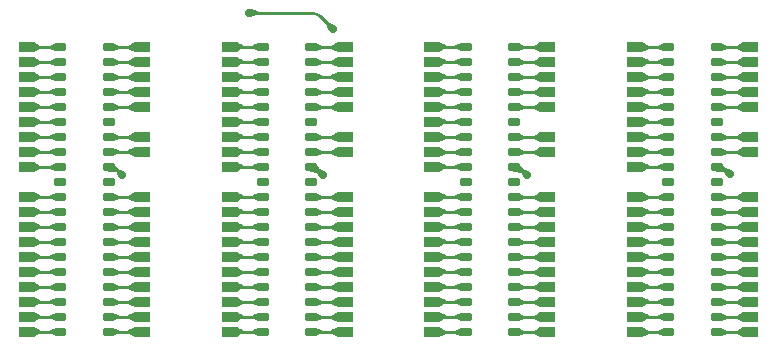
<source format=gbl>
G04 #@! TF.GenerationSoftware,KiCad,Pcbnew,7.0.6-0*
G04 #@! TF.CreationDate,2023-10-14T16:49:42-04:00*
G04 #@! TF.ProjectId,TMU Board,544d5520-426f-4617-9264-2e6b69636164,1*
G04 #@! TF.SameCoordinates,Original*
G04 #@! TF.FileFunction,Copper,L2,Bot*
G04 #@! TF.FilePolarity,Positive*
%FSLAX46Y46*%
G04 Gerber Fmt 4.6, Leading zero omitted, Abs format (unit mm)*
G04 Created by KiCad (PCBNEW 7.0.6-0) date 2023-10-14 16:49:42*
%MOMM*%
%LPD*%
G01*
G04 APERTURE LIST*
G04 Aperture macros list*
%AMRoundRect*
0 Rectangle with rounded corners*
0 $1 Rounding radius*
0 $2 $3 $4 $5 $6 $7 $8 $9 X,Y pos of 4 corners*
0 Add a 4 corners polygon primitive as box body*
4,1,4,$2,$3,$4,$5,$6,$7,$8,$9,$2,$3,0*
0 Add four circle primitives for the rounded corners*
1,1,$1+$1,$2,$3*
1,1,$1+$1,$4,$5*
1,1,$1+$1,$6,$7*
1,1,$1+$1,$8,$9*
0 Add four rect primitives between the rounded corners*
20,1,$1+$1,$2,$3,$4,$5,0*
20,1,$1+$1,$4,$5,$6,$7,0*
20,1,$1+$1,$6,$7,$8,$9,0*
20,1,$1+$1,$8,$9,$2,$3,0*%
G04 Aperture macros list end*
G04 #@! TA.AperFunction,CastellatedPad*
%ADD10RoundRect,0.227500X0.477500X0.227500X-0.477500X0.227500X-0.477500X-0.227500X0.477500X-0.227500X0*%
G04 #@! TD*
G04 #@! TA.AperFunction,CastellatedPad*
%ADD11RoundRect,0.227500X-0.477500X-0.227500X0.477500X-0.227500X0.477500X0.227500X-0.477500X0.227500X0*%
G04 #@! TD*
G04 #@! TA.AperFunction,SMDPad,CuDef*
%ADD12RoundRect,0.190000X0.310000X0.190000X-0.310000X0.190000X-0.310000X-0.190000X0.310000X-0.190000X0*%
G04 #@! TD*
G04 #@! TA.AperFunction,SMDPad,CuDef*
%ADD13RoundRect,0.190000X-0.310000X-0.190000X0.310000X-0.190000X0.310000X0.190000X-0.310000X0.190000X0*%
G04 #@! TD*
G04 #@! TA.AperFunction,ViaPad*
%ADD14C,0.700000*%
G04 #@! TD*
G04 #@! TA.AperFunction,Conductor*
%ADD15C,0.250000*%
G04 #@! TD*
G04 APERTURE END LIST*
D10*
X154630000Y-114260000D03*
X154630000Y-112990000D03*
X154630000Y-111720000D03*
X154630000Y-110450000D03*
X154630000Y-109180000D03*
X154630000Y-107910000D03*
X154630000Y-106640000D03*
X154630000Y-105370000D03*
X154630000Y-104100000D03*
X154630000Y-102830000D03*
X154630000Y-99020000D03*
X154630000Y-97750000D03*
X154630000Y-95210000D03*
X154630000Y-93940000D03*
X154630000Y-92670000D03*
X154630000Y-91400000D03*
X154630000Y-90130000D03*
D11*
X144900000Y-90140000D03*
X144900000Y-91410000D03*
X144900000Y-92680000D03*
X144900000Y-93950000D03*
X144900000Y-95220000D03*
X144900000Y-96490000D03*
X144900000Y-97760000D03*
X144900000Y-99030000D03*
X144900000Y-100300000D03*
X144900000Y-102840000D03*
X144900000Y-104110000D03*
X144900000Y-105380000D03*
X144900000Y-106650000D03*
X144900000Y-107920000D03*
X144900000Y-109190000D03*
X144900000Y-110460000D03*
X144900000Y-111730000D03*
X144900000Y-113000000D03*
X144900000Y-114270000D03*
D12*
X168970000Y-114270000D03*
X168970000Y-113000000D03*
X168970000Y-111730000D03*
X168970000Y-110460000D03*
X168970000Y-109190000D03*
X168970000Y-107920000D03*
X168970000Y-106650000D03*
X168970000Y-105380000D03*
X168970000Y-104110000D03*
X168970000Y-102840000D03*
X168970000Y-101570000D03*
X168970000Y-100300000D03*
X168970000Y-99030000D03*
X168970000Y-97760000D03*
X168970000Y-96490000D03*
X168970000Y-95220000D03*
X168970000Y-93950000D03*
X168970000Y-92680000D03*
X168970000Y-91410000D03*
X168970000Y-90140000D03*
D13*
X164870000Y-90130000D03*
X164870000Y-91400000D03*
X164870000Y-92670000D03*
X164870000Y-93940000D03*
X164870000Y-95210000D03*
X164870000Y-96480000D03*
X164870000Y-97750000D03*
X164870000Y-99020000D03*
X164870000Y-100290000D03*
X164870000Y-101560000D03*
X164870000Y-102830000D03*
X164870000Y-104100000D03*
X164870000Y-105370000D03*
X164870000Y-106640000D03*
X164870000Y-107910000D03*
X164870000Y-109180000D03*
X164870000Y-110450000D03*
X164870000Y-111720000D03*
X164870000Y-112990000D03*
X164870000Y-114260000D03*
D12*
X151810000Y-114270000D03*
X151810000Y-113000000D03*
X151810000Y-111730000D03*
X151810000Y-110460000D03*
X151810000Y-109190000D03*
X151810000Y-107920000D03*
X151810000Y-106650000D03*
X151810000Y-105380000D03*
X151810000Y-104110000D03*
X151810000Y-102840000D03*
X151810000Y-101570000D03*
X151810000Y-100300000D03*
X151810000Y-99030000D03*
X151810000Y-97760000D03*
X151810000Y-96490000D03*
X151810000Y-95220000D03*
X151810000Y-93950000D03*
X151810000Y-92680000D03*
X151810000Y-91410000D03*
X151810000Y-90140000D03*
D13*
X147710000Y-90130000D03*
X147710000Y-91400000D03*
X147710000Y-92670000D03*
X147710000Y-93940000D03*
X147710000Y-95210000D03*
X147710000Y-96480000D03*
X147710000Y-97750000D03*
X147710000Y-99020000D03*
X147710000Y-100290000D03*
X147710000Y-101560000D03*
X147710000Y-102830000D03*
X147710000Y-104100000D03*
X147710000Y-105370000D03*
X147710000Y-106640000D03*
X147710000Y-107910000D03*
X147710000Y-109180000D03*
X147710000Y-110450000D03*
X147710000Y-111720000D03*
X147710000Y-112990000D03*
X147710000Y-114260000D03*
D12*
X117490000Y-114270000D03*
X117490000Y-113000000D03*
X117490000Y-111730000D03*
X117490000Y-110460000D03*
X117490000Y-109190000D03*
X117490000Y-107920000D03*
X117490000Y-106650000D03*
X117490000Y-105380000D03*
X117490000Y-104110000D03*
X117490000Y-102840000D03*
X117490000Y-101570000D03*
X117490000Y-100300000D03*
X117490000Y-99030000D03*
X117490000Y-97760000D03*
X117490000Y-96490000D03*
X117490000Y-95220000D03*
X117490000Y-93950000D03*
X117490000Y-92680000D03*
X117490000Y-91410000D03*
X117490000Y-90140000D03*
D13*
X113390000Y-90130000D03*
X113390000Y-91400000D03*
X113390000Y-92670000D03*
X113390000Y-93940000D03*
X113390000Y-95210000D03*
X113390000Y-96480000D03*
X113390000Y-97750000D03*
X113390000Y-99020000D03*
X113390000Y-100290000D03*
X113390000Y-101560000D03*
X113390000Y-102830000D03*
X113390000Y-104100000D03*
X113390000Y-105370000D03*
X113390000Y-106640000D03*
X113390000Y-107910000D03*
X113390000Y-109180000D03*
X113390000Y-110450000D03*
X113390000Y-111720000D03*
X113390000Y-112990000D03*
X113390000Y-114260000D03*
D10*
X171800000Y-114260000D03*
X171800000Y-112990000D03*
X171800000Y-111720000D03*
X171800000Y-110450000D03*
X171800000Y-109180000D03*
X171800000Y-107910000D03*
X171800000Y-106640000D03*
X171800000Y-105370000D03*
X171800000Y-104100000D03*
X171800000Y-102830000D03*
X171800000Y-99020000D03*
X171800000Y-97750000D03*
X171800000Y-95210000D03*
X171800000Y-93940000D03*
X171800000Y-92670000D03*
X171800000Y-91400000D03*
X171800000Y-90130000D03*
D11*
X162070000Y-90140000D03*
X162070000Y-91410000D03*
X162070000Y-92680000D03*
X162070000Y-93950000D03*
X162070000Y-95220000D03*
X162070000Y-96490000D03*
X162070000Y-97760000D03*
X162070000Y-99030000D03*
X162070000Y-100300000D03*
X162070000Y-102840000D03*
X162070000Y-104110000D03*
X162070000Y-105380000D03*
X162070000Y-106650000D03*
X162070000Y-107920000D03*
X162070000Y-109190000D03*
X162070000Y-110460000D03*
X162070000Y-111730000D03*
X162070000Y-113000000D03*
X162070000Y-114270000D03*
D10*
X120290000Y-114260000D03*
X120290000Y-112990000D03*
X120290000Y-111720000D03*
X120290000Y-110450000D03*
X120290000Y-109180000D03*
X120290000Y-107910000D03*
X120290000Y-106640000D03*
X120290000Y-105370000D03*
X120290000Y-104100000D03*
X120290000Y-102830000D03*
X120290000Y-99020000D03*
X120290000Y-97750000D03*
X120290000Y-95210000D03*
X120290000Y-93940000D03*
X120290000Y-92670000D03*
X120290000Y-91400000D03*
X120290000Y-90130000D03*
D11*
X110560000Y-90140000D03*
X110560000Y-91410000D03*
X110560000Y-92680000D03*
X110560000Y-93950000D03*
X110560000Y-95220000D03*
X110560000Y-96490000D03*
X110560000Y-97760000D03*
X110560000Y-99030000D03*
X110560000Y-100300000D03*
X110560000Y-102840000D03*
X110560000Y-104110000D03*
X110560000Y-105380000D03*
X110560000Y-106650000D03*
X110560000Y-107920000D03*
X110560000Y-109190000D03*
X110560000Y-110460000D03*
X110560000Y-111730000D03*
X110560000Y-113000000D03*
X110560000Y-114270000D03*
D10*
X137470000Y-114260000D03*
X137470000Y-112990000D03*
X137470000Y-111720000D03*
X137470000Y-110450000D03*
X137470000Y-109180000D03*
X137470000Y-107910000D03*
X137470000Y-106640000D03*
X137470000Y-105370000D03*
X137470000Y-104100000D03*
X137470000Y-102830000D03*
X137470000Y-99020000D03*
X137470000Y-97750000D03*
X137470000Y-95210000D03*
X137470000Y-93940000D03*
X137470000Y-92670000D03*
X137470000Y-91400000D03*
X137470000Y-90130000D03*
D11*
X127740000Y-90140000D03*
X127740000Y-91410000D03*
X127740000Y-92680000D03*
X127740000Y-93950000D03*
X127740000Y-95220000D03*
X127740000Y-96490000D03*
X127740000Y-97760000D03*
X127740000Y-99030000D03*
X127740000Y-100300000D03*
X127740000Y-102840000D03*
X127740000Y-104110000D03*
X127740000Y-105380000D03*
X127740000Y-106650000D03*
X127740000Y-107920000D03*
X127740000Y-109190000D03*
X127740000Y-110460000D03*
X127740000Y-111730000D03*
X127740000Y-113000000D03*
X127740000Y-114270000D03*
D12*
X134650000Y-114270000D03*
X134650000Y-113000000D03*
X134650000Y-111730000D03*
X134650000Y-110460000D03*
X134650000Y-109190000D03*
X134650000Y-107920000D03*
X134650000Y-106650000D03*
X134650000Y-105380000D03*
X134650000Y-104110000D03*
X134650000Y-102840000D03*
X134650000Y-101570000D03*
X134650000Y-100300000D03*
X134650000Y-99030000D03*
X134650000Y-97760000D03*
X134650000Y-96490000D03*
X134650000Y-95220000D03*
X134650000Y-93950000D03*
X134650000Y-92680000D03*
X134650000Y-91410000D03*
X134650000Y-90140000D03*
D13*
X130550000Y-90130000D03*
X130550000Y-91400000D03*
X130550000Y-92670000D03*
X130550000Y-93940000D03*
X130550000Y-95210000D03*
X130550000Y-96480000D03*
X130550000Y-97750000D03*
X130550000Y-99020000D03*
X130550000Y-100290000D03*
X130550000Y-101560000D03*
X130550000Y-102830000D03*
X130550000Y-104100000D03*
X130550000Y-105370000D03*
X130550000Y-106640000D03*
X130550000Y-107910000D03*
X130550000Y-109180000D03*
X130550000Y-110450000D03*
X130550000Y-111720000D03*
X130550000Y-112990000D03*
X130550000Y-114260000D03*
D14*
X136470000Y-88620000D03*
X129410000Y-87250000D03*
X118630000Y-100940000D03*
X135630000Y-100940000D03*
X170080000Y-100910000D03*
X152900000Y-100940000D03*
D15*
X135392893Y-87542893D02*
X136470000Y-88620000D01*
X129410000Y-87250000D02*
X134685786Y-87250000D01*
X135392900Y-87542886D02*
G75*
G03*
X134685786Y-87250000I-707100J-707114D01*
G01*
X120550000Y-114260000D02*
X117500000Y-114260000D01*
X117500000Y-114260000D02*
X117490000Y-114270000D01*
X117490000Y-90140000D02*
X120540000Y-90140000D01*
X120540000Y-90140000D02*
X120550000Y-90130000D01*
X120540000Y-107920000D02*
X120550000Y-107910000D01*
X117490000Y-107920000D02*
X120540000Y-107920000D01*
X117500000Y-112990000D02*
X117490000Y-113000000D01*
X120550000Y-112990000D02*
X117500000Y-112990000D01*
X120540000Y-111730000D02*
X120550000Y-111720000D01*
X117490000Y-111730000D02*
X120540000Y-111730000D01*
X120540000Y-110460000D02*
X120550000Y-110450000D01*
X117490000Y-110460000D02*
X120540000Y-110460000D01*
X120540000Y-109190000D02*
X120550000Y-109180000D01*
X117490000Y-109190000D02*
X120540000Y-109190000D01*
X120540000Y-106650000D02*
X120550000Y-106640000D01*
X117490000Y-106650000D02*
X120540000Y-106650000D01*
X120540000Y-105380000D02*
X120550000Y-105370000D01*
X117490000Y-105380000D02*
X120540000Y-105380000D01*
X117500000Y-104100000D02*
X120550000Y-104100000D01*
X117490000Y-104110000D02*
X117500000Y-104100000D01*
X117490000Y-102840000D02*
X120540000Y-102840000D01*
X120540000Y-102840000D02*
X120550000Y-102830000D01*
X117575786Y-100300000D02*
X117490000Y-100300000D01*
X134990000Y-100300000D02*
X135630000Y-100940000D01*
X118630000Y-100940000D02*
X118282893Y-100592893D01*
X134650000Y-100300000D02*
X134990000Y-100300000D01*
X118282900Y-100592886D02*
G75*
G03*
X117575786Y-100300000I-707100J-707114D01*
G01*
X117500000Y-99020000D02*
X120550000Y-99020000D01*
X117490000Y-99030000D02*
X117500000Y-99020000D01*
X120540000Y-97760000D02*
X120550000Y-97750000D01*
X117490000Y-97760000D02*
X120540000Y-97760000D01*
X120540000Y-95220000D02*
X120550000Y-95210000D01*
X117490000Y-95220000D02*
X120540000Y-95220000D01*
X117500000Y-93940000D02*
X120550000Y-93940000D01*
X117490000Y-93950000D02*
X117500000Y-93940000D01*
X117490000Y-92680000D02*
X120540000Y-92680000D01*
X120540000Y-92680000D02*
X120550000Y-92670000D01*
X117490000Y-91410000D02*
X120540000Y-91410000D01*
X120540000Y-91410000D02*
X120550000Y-91400000D01*
X113390000Y-114260000D02*
X110310000Y-114260000D01*
X110310000Y-107910000D02*
X110300000Y-107920000D01*
X113390000Y-107910000D02*
X110310000Y-107910000D01*
X110310000Y-114260000D02*
X110300000Y-114270000D01*
X113380000Y-90140000D02*
X113390000Y-90130000D01*
X110300000Y-90140000D02*
X113380000Y-90140000D01*
X110300000Y-91410000D02*
X113380000Y-91410000D01*
X113380000Y-91410000D02*
X113390000Y-91400000D01*
X113390000Y-92670000D02*
X113380000Y-92680000D01*
X113380000Y-92680000D02*
X110300000Y-92680000D01*
X110310000Y-93940000D02*
X110300000Y-93950000D01*
X113390000Y-93940000D02*
X110310000Y-93940000D01*
X113390000Y-95210000D02*
X110310000Y-95210000D01*
X110310000Y-95210000D02*
X110300000Y-95220000D01*
X110310000Y-96480000D02*
X110300000Y-96490000D01*
X113390000Y-96480000D02*
X110310000Y-96480000D01*
X110310000Y-97750000D02*
X110300000Y-97760000D01*
X113390000Y-97750000D02*
X110310000Y-97750000D01*
X113390000Y-99020000D02*
X110310000Y-99020000D01*
X110310000Y-99020000D02*
X110300000Y-99030000D01*
X113390000Y-100290000D02*
X113380000Y-100300000D01*
X113380000Y-100300000D02*
X110300000Y-100300000D01*
X110310000Y-102830000D02*
X110300000Y-102840000D01*
X113390000Y-102830000D02*
X110310000Y-102830000D01*
X113390000Y-104100000D02*
X110310000Y-104100000D01*
X110310000Y-104100000D02*
X110300000Y-104110000D01*
X110310000Y-105370000D02*
X110300000Y-105380000D01*
X113390000Y-105370000D02*
X110310000Y-105370000D01*
X113390000Y-106640000D02*
X113380000Y-106650000D01*
X113380000Y-106650000D02*
X110300000Y-106650000D01*
X113390000Y-109180000D02*
X110310000Y-109180000D01*
X110310000Y-109180000D02*
X110300000Y-109190000D01*
X113380000Y-110460000D02*
X113390000Y-110450000D01*
X110300000Y-110460000D02*
X113380000Y-110460000D01*
X113390000Y-111720000D02*
X110310000Y-111720000D01*
X110310000Y-111720000D02*
X110300000Y-111730000D01*
X110310000Y-112990000D02*
X110300000Y-113000000D01*
X113390000Y-112990000D02*
X110310000Y-112990000D01*
X137720000Y-107920000D02*
X137730000Y-107910000D01*
X134650000Y-107920000D02*
X137720000Y-107920000D01*
X137730000Y-114260000D02*
X134660000Y-114260000D01*
X137720000Y-90140000D02*
X137730000Y-90130000D01*
X134650000Y-90140000D02*
X137720000Y-90140000D01*
X134660000Y-114260000D02*
X134650000Y-114270000D01*
X134650000Y-113000000D02*
X137720000Y-113000000D01*
X137720000Y-113000000D02*
X137730000Y-112990000D01*
X134650000Y-111730000D02*
X137720000Y-111730000D01*
X137720000Y-111730000D02*
X137730000Y-111720000D01*
X137720000Y-110460000D02*
X137730000Y-110450000D01*
X134650000Y-110460000D02*
X137720000Y-110460000D01*
X134650000Y-109190000D02*
X137720000Y-109190000D01*
X137720000Y-109190000D02*
X137730000Y-109180000D01*
X137720000Y-106650000D02*
X137730000Y-106640000D01*
X134650000Y-106650000D02*
X137720000Y-106650000D01*
X137720000Y-105380000D02*
X137730000Y-105370000D01*
X134650000Y-105380000D02*
X137720000Y-105380000D01*
X137720000Y-104110000D02*
X137730000Y-104100000D01*
X134650000Y-104110000D02*
X137720000Y-104110000D01*
X137720000Y-102840000D02*
X137730000Y-102830000D01*
X134650000Y-102840000D02*
X137720000Y-102840000D01*
X137720000Y-99030000D02*
X137730000Y-99020000D01*
X134650000Y-99030000D02*
X137720000Y-99030000D01*
X134650000Y-97760000D02*
X137720000Y-97760000D01*
X137720000Y-97760000D02*
X137730000Y-97750000D01*
X134650000Y-95220000D02*
X137720000Y-95220000D01*
X137720000Y-95220000D02*
X137730000Y-95210000D01*
X134650000Y-93950000D02*
X137720000Y-93950000D01*
X137720000Y-93950000D02*
X137730000Y-93940000D01*
X134660000Y-92670000D02*
X137730000Y-92670000D01*
X134650000Y-92680000D02*
X134660000Y-92670000D01*
X137720000Y-91410000D02*
X137730000Y-91400000D01*
X134650000Y-91410000D02*
X137720000Y-91410000D01*
X130550000Y-90130000D02*
X127490000Y-90130000D01*
X127490000Y-107910000D02*
X127480000Y-107920000D01*
X127490000Y-90130000D02*
X127480000Y-90140000D01*
X130550000Y-114260000D02*
X127490000Y-114260000D01*
X127490000Y-114260000D02*
X127480000Y-114270000D01*
X130550000Y-107910000D02*
X127490000Y-107910000D01*
X127490000Y-91400000D02*
X127480000Y-91410000D01*
X130550000Y-91400000D02*
X127490000Y-91400000D01*
X130550000Y-92670000D02*
X127490000Y-92670000D01*
X127490000Y-92670000D02*
X127480000Y-92680000D01*
X130550000Y-93940000D02*
X127490000Y-93940000D01*
X127490000Y-93940000D02*
X127480000Y-93950000D01*
X127490000Y-95210000D02*
X127480000Y-95220000D01*
X130550000Y-95210000D02*
X127490000Y-95210000D01*
X127490000Y-96480000D02*
X127480000Y-96490000D01*
X130550000Y-96480000D02*
X127490000Y-96480000D01*
X130550000Y-97750000D02*
X127490000Y-97750000D01*
X127490000Y-97750000D02*
X127480000Y-97760000D01*
X127490000Y-99020000D02*
X127480000Y-99030000D01*
X130550000Y-99020000D02*
X127490000Y-99020000D01*
X127490000Y-100290000D02*
X127480000Y-100300000D01*
X130550000Y-100290000D02*
X127490000Y-100290000D01*
X130550000Y-102830000D02*
X127490000Y-102830000D01*
X127490000Y-102830000D02*
X127480000Y-102840000D01*
X130550000Y-104100000D02*
X127490000Y-104100000D01*
X127490000Y-104100000D02*
X127480000Y-104110000D01*
X130550000Y-105370000D02*
X127490000Y-105370000D01*
X127490000Y-105370000D02*
X127480000Y-105380000D01*
X127490000Y-106640000D02*
X127480000Y-106650000D01*
X130550000Y-106640000D02*
X127490000Y-106640000D01*
X130540000Y-109190000D02*
X127480000Y-109190000D01*
X130550000Y-109180000D02*
X130540000Y-109190000D01*
X127490000Y-110450000D02*
X127480000Y-110460000D01*
X130550000Y-110450000D02*
X127490000Y-110450000D01*
X130550000Y-111720000D02*
X130540000Y-111730000D01*
X130540000Y-111730000D02*
X127480000Y-111730000D01*
X127490000Y-112990000D02*
X127480000Y-113000000D01*
X130550000Y-112990000D02*
X127490000Y-112990000D01*
X151810000Y-114270000D02*
X154880000Y-114270000D01*
X151810000Y-107920000D02*
X154880000Y-107920000D01*
X154880000Y-114270000D02*
X154890000Y-114260000D01*
X154880000Y-107920000D02*
X154890000Y-107910000D01*
X154880000Y-90140000D02*
X154890000Y-90130000D01*
X151810000Y-90140000D02*
X154880000Y-90140000D01*
X154880000Y-113000000D02*
X154890000Y-112990000D01*
X151810000Y-113000000D02*
X154880000Y-113000000D01*
X154880000Y-111730000D02*
X154890000Y-111720000D01*
X151810000Y-111730000D02*
X154880000Y-111730000D01*
X154880000Y-110460000D02*
X154890000Y-110450000D01*
X151810000Y-110460000D02*
X154880000Y-110460000D01*
X154880000Y-109190000D02*
X154890000Y-109180000D01*
X151810000Y-109190000D02*
X154880000Y-109190000D01*
X154880000Y-106650000D02*
X154890000Y-106640000D01*
X151810000Y-106650000D02*
X154880000Y-106650000D01*
X151810000Y-105380000D02*
X154880000Y-105380000D01*
X154880000Y-105380000D02*
X154890000Y-105370000D01*
X151810000Y-104110000D02*
X154880000Y-104110000D01*
X154880000Y-104110000D02*
X154890000Y-104100000D01*
X151810000Y-102840000D02*
X154880000Y-102840000D01*
X154880000Y-102840000D02*
X154890000Y-102830000D01*
X151845786Y-100300000D02*
X151810000Y-100300000D01*
X152900000Y-100940000D02*
X152552893Y-100592893D01*
X170080000Y-100910000D02*
X169762893Y-100592893D01*
X169055786Y-100300000D02*
X168970000Y-100300000D01*
X169762900Y-100592886D02*
G75*
G03*
X169055786Y-100300000I-707100J-707114D01*
G01*
X152552900Y-100592886D02*
G75*
G03*
X151845786Y-100300000I-707100J-707114D01*
G01*
X154880000Y-99030000D02*
X154890000Y-99020000D01*
X151810000Y-99030000D02*
X154880000Y-99030000D01*
X154880000Y-97760000D02*
X154890000Y-97750000D01*
X151810000Y-97760000D02*
X154880000Y-97760000D01*
X151810000Y-95220000D02*
X154880000Y-95220000D01*
X154880000Y-95220000D02*
X154890000Y-95210000D01*
X151810000Y-93950000D02*
X154880000Y-93950000D01*
X154880000Y-93950000D02*
X154890000Y-93940000D01*
X154880000Y-92680000D02*
X154890000Y-92670000D01*
X151810000Y-92680000D02*
X154880000Y-92680000D01*
X154880000Y-91410000D02*
X154890000Y-91400000D01*
X151810000Y-91410000D02*
X154880000Y-91410000D01*
X144650000Y-107910000D02*
X144640000Y-107920000D01*
X147710000Y-107910000D02*
X144650000Y-107910000D01*
X147710000Y-90130000D02*
X144650000Y-90130000D01*
X147700000Y-114270000D02*
X144640000Y-114270000D01*
X144650000Y-90130000D02*
X144640000Y-90140000D01*
X147710000Y-114260000D02*
X147700000Y-114270000D01*
X147710000Y-91400000D02*
X144650000Y-91400000D01*
X144650000Y-91400000D02*
X144640000Y-91410000D01*
X147710000Y-92670000D02*
X144650000Y-92670000D01*
X144650000Y-92670000D02*
X144640000Y-92680000D01*
X144650000Y-93940000D02*
X144640000Y-93950000D01*
X147710000Y-93940000D02*
X144650000Y-93940000D01*
X144650000Y-95210000D02*
X144640000Y-95220000D01*
X147710000Y-95210000D02*
X144650000Y-95210000D01*
X147710000Y-96480000D02*
X144650000Y-96480000D01*
X144650000Y-96480000D02*
X144640000Y-96490000D01*
X147710000Y-97750000D02*
X147700000Y-97760000D01*
X147700000Y-97760000D02*
X144640000Y-97760000D01*
X147710000Y-99020000D02*
X147700000Y-99030000D01*
X147700000Y-99030000D02*
X144640000Y-99030000D01*
X144650000Y-100290000D02*
X144640000Y-100300000D01*
X147710000Y-100290000D02*
X144650000Y-100290000D01*
X147710000Y-102830000D02*
X144650000Y-102830000D01*
X144650000Y-102830000D02*
X144640000Y-102840000D01*
X144650000Y-104100000D02*
X144640000Y-104110000D01*
X147710000Y-104100000D02*
X144650000Y-104100000D01*
X147710000Y-105370000D02*
X144650000Y-105370000D01*
X144650000Y-105370000D02*
X144640000Y-105380000D01*
X147710000Y-106640000D02*
X144650000Y-106640000D01*
X144650000Y-106640000D02*
X144640000Y-106650000D01*
X144650000Y-109180000D02*
X144640000Y-109190000D01*
X147710000Y-109180000D02*
X144650000Y-109180000D01*
X144650000Y-110450000D02*
X144640000Y-110460000D01*
X147710000Y-110450000D02*
X144650000Y-110450000D01*
X147710000Y-111720000D02*
X144650000Y-111720000D01*
X144650000Y-111720000D02*
X144640000Y-111730000D01*
X144650000Y-112990000D02*
X144640000Y-113000000D01*
X147710000Y-112990000D02*
X144650000Y-112990000D01*
X168970000Y-90140000D02*
X172050000Y-90140000D01*
X172050000Y-90140000D02*
X172060000Y-90130000D01*
X172050000Y-107920000D02*
X172060000Y-107910000D01*
X172050000Y-114270000D02*
X172060000Y-114260000D01*
X168970000Y-107920000D02*
X172050000Y-107920000D01*
X168970000Y-114270000D02*
X172050000Y-114270000D01*
X168970000Y-113000000D02*
X172050000Y-113000000D01*
X172050000Y-113000000D02*
X172060000Y-112990000D01*
X172050000Y-111730000D02*
X172060000Y-111720000D01*
X168970000Y-111730000D02*
X172050000Y-111730000D01*
X168970000Y-110460000D02*
X172050000Y-110460000D01*
X172050000Y-110460000D02*
X172060000Y-110450000D01*
X172050000Y-109190000D02*
X172060000Y-109180000D01*
X168970000Y-109190000D02*
X172050000Y-109190000D01*
X172050000Y-106650000D02*
X172060000Y-106640000D01*
X168970000Y-106650000D02*
X172050000Y-106650000D01*
X168970000Y-105380000D02*
X172050000Y-105380000D01*
X172050000Y-105380000D02*
X172060000Y-105370000D01*
X168970000Y-104110000D02*
X172050000Y-104110000D01*
X172050000Y-104110000D02*
X172060000Y-104100000D01*
X168970000Y-102840000D02*
X172050000Y-102840000D01*
X172050000Y-102840000D02*
X172060000Y-102830000D01*
X172050000Y-99030000D02*
X172060000Y-99020000D01*
X168970000Y-99030000D02*
X172050000Y-99030000D01*
X172050000Y-97760000D02*
X172060000Y-97750000D01*
X168970000Y-97760000D02*
X172050000Y-97760000D01*
X168970000Y-95220000D02*
X172050000Y-95220000D01*
X172050000Y-95220000D02*
X172060000Y-95210000D01*
X172050000Y-93950000D02*
X172060000Y-93940000D01*
X168970000Y-93950000D02*
X172050000Y-93950000D01*
X172050000Y-92680000D02*
X172060000Y-92670000D01*
X168970000Y-92680000D02*
X172050000Y-92680000D01*
X168970000Y-91410000D02*
X172050000Y-91410000D01*
X172050000Y-91410000D02*
X172060000Y-91400000D01*
X164860000Y-90140000D02*
X161810000Y-90140000D01*
X164870000Y-90130000D02*
X164860000Y-90140000D01*
X161820000Y-107910000D02*
X161810000Y-107920000D01*
X164870000Y-107910000D02*
X161820000Y-107910000D01*
X164860000Y-114270000D02*
X161810000Y-114270000D01*
X164870000Y-114260000D02*
X164860000Y-114270000D01*
X164870000Y-91400000D02*
X161820000Y-91400000D01*
X161820000Y-91400000D02*
X161810000Y-91410000D01*
X164860000Y-92680000D02*
X161810000Y-92680000D01*
X164870000Y-92670000D02*
X164860000Y-92680000D01*
X161820000Y-93940000D02*
X161810000Y-93950000D01*
X164870000Y-93940000D02*
X161820000Y-93940000D01*
X161820000Y-95210000D02*
X161810000Y-95220000D01*
X164870000Y-95210000D02*
X161820000Y-95210000D01*
X161820000Y-96480000D02*
X161810000Y-96490000D01*
X164870000Y-96480000D02*
X161820000Y-96480000D01*
X164870000Y-97750000D02*
X161820000Y-97750000D01*
X161820000Y-97750000D02*
X161810000Y-97760000D01*
X161820000Y-99020000D02*
X161810000Y-99030000D01*
X164870000Y-99020000D02*
X161820000Y-99020000D01*
X164870000Y-100290000D02*
X161820000Y-100290000D01*
X161820000Y-100290000D02*
X161810000Y-100300000D01*
X164860000Y-102840000D02*
X161810000Y-102840000D01*
X164870000Y-102830000D02*
X164860000Y-102840000D01*
X164870000Y-104100000D02*
X161820000Y-104100000D01*
X161820000Y-104100000D02*
X161810000Y-104110000D01*
X161820000Y-105370000D02*
X161810000Y-105380000D01*
X164870000Y-105370000D02*
X161820000Y-105370000D01*
X164870000Y-106640000D02*
X161820000Y-106640000D01*
X161820000Y-106640000D02*
X161810000Y-106650000D01*
X161820000Y-109180000D02*
X161810000Y-109190000D01*
X164870000Y-109180000D02*
X161820000Y-109180000D01*
X161820000Y-110450000D02*
X161810000Y-110460000D01*
X164870000Y-110450000D02*
X161820000Y-110450000D01*
X164870000Y-111720000D02*
X161820000Y-111720000D01*
X161820000Y-111720000D02*
X161810000Y-111730000D01*
X161820000Y-112990000D02*
X161810000Y-113000000D01*
X164870000Y-112990000D02*
X161820000Y-112990000D01*
G04 #@! TA.AperFunction,Conductor*
G36*
X117880005Y-108827992D02*
G01*
X118363395Y-109061805D01*
X118369350Y-109068493D01*
X118370000Y-109072338D01*
X118370000Y-109307661D01*
X118366573Y-109315934D01*
X118363395Y-109318194D01*
X117880005Y-109552007D01*
X117871065Y-109552524D01*
X117866840Y-109549945D01*
X117497892Y-109198471D01*
X117494265Y-109190284D01*
X117497491Y-109181930D01*
X117497892Y-109181529D01*
X117866841Y-108830053D01*
X117875194Y-108826828D01*
X117880005Y-108827992D01*
G37*
G04 #@! TD.AperFunction*
G04 #@! TA.AperFunction,Conductor*
G36*
X128310017Y-111295182D02*
G01*
X128893741Y-111601713D01*
X128899471Y-111608593D01*
X128900000Y-111612071D01*
X128900000Y-111847928D01*
X128896573Y-111856201D01*
X128893740Y-111858287D01*
X128310025Y-112164813D01*
X128301107Y-112165625D01*
X128299105Y-112164791D01*
X127498494Y-111740334D01*
X127492790Y-111733433D01*
X127493638Y-111724519D01*
X127498491Y-111719665D01*
X128299107Y-111295207D01*
X128308019Y-111294360D01*
X128310017Y-111295182D01*
G37*
G04 #@! TD.AperFunction*
G04 #@! TA.AperFunction,Conductor*
G36*
X136910889Y-113825206D02*
G01*
X137711503Y-114249662D01*
X137717208Y-114256565D01*
X137716360Y-114265479D01*
X137711503Y-114270336D01*
X136910894Y-114694791D01*
X136901980Y-114695639D01*
X136899977Y-114694814D01*
X136587390Y-114530665D01*
X136316260Y-114388287D01*
X136310529Y-114381406D01*
X136310000Y-114377928D01*
X136310000Y-114142071D01*
X136313427Y-114133798D01*
X136316256Y-114131714D01*
X136899977Y-113825185D01*
X136908892Y-113824374D01*
X136910889Y-113825206D01*
G37*
G04 #@! TD.AperFunction*
G04 #@! TA.AperFunction,Conductor*
G36*
X113013260Y-91040150D02*
G01*
X113382107Y-91391529D01*
X113385734Y-91399716D01*
X113382508Y-91408070D01*
X113382107Y-91408471D01*
X113013056Y-91760043D01*
X113004702Y-91763269D01*
X113000065Y-91762187D01*
X112516779Y-91538142D01*
X112510715Y-91531553D01*
X112510000Y-91527527D01*
X112510000Y-91292206D01*
X112513427Y-91283933D01*
X112516433Y-91281758D01*
X112999928Y-91038171D01*
X113008856Y-91037510D01*
X113013260Y-91040150D01*
G37*
G04 #@! TD.AperFunction*
G04 #@! TA.AperFunction,Conductor*
G36*
X113013159Y-94850054D02*
G01*
X113382107Y-95201528D01*
X113385734Y-95209715D01*
X113382508Y-95218069D01*
X113382107Y-95218470D01*
X113013159Y-95569945D01*
X113004805Y-95573171D01*
X112999994Y-95572007D01*
X112516605Y-95338194D01*
X112510650Y-95331506D01*
X112510000Y-95327661D01*
X112510000Y-95092338D01*
X112513427Y-95084065D01*
X112516605Y-95081805D01*
X112999994Y-94847992D01*
X113008934Y-94847475D01*
X113013159Y-94850054D01*
G37*
G04 #@! TD.AperFunction*
G04 #@! TA.AperFunction,Conductor*
G36*
X113013259Y-99930149D02*
G01*
X113269163Y-100173933D01*
X113382107Y-100281528D01*
X113385734Y-100289715D01*
X113382508Y-100298069D01*
X113382107Y-100298470D01*
X113013056Y-100650043D01*
X113004702Y-100653269D01*
X113000065Y-100652187D01*
X112516779Y-100428142D01*
X112510715Y-100421553D01*
X112510000Y-100417527D01*
X112510000Y-100182206D01*
X112513427Y-100173933D01*
X112516433Y-100171758D01*
X112999928Y-99928171D01*
X113008856Y-99927510D01*
X113013259Y-99930149D01*
G37*
G04 #@! TD.AperFunction*
G04 #@! TA.AperFunction,Conductor*
G36*
X128309972Y-92245068D02*
G01*
X128893603Y-92541748D01*
X128899424Y-92548551D01*
X128900000Y-92552177D01*
X128900000Y-92788032D01*
X128896573Y-92796305D01*
X128893875Y-92798319D01*
X128310073Y-93114695D01*
X128301166Y-93115624D01*
X128299018Y-93114745D01*
X128298924Y-93114695D01*
X127498494Y-92690334D01*
X127492790Y-92683433D01*
X127493638Y-92674519D01*
X127498491Y-92669665D01*
X128299194Y-92245161D01*
X128308106Y-92244314D01*
X128309972Y-92245068D01*
G37*
G04 #@! TD.AperFunction*
G04 #@! TA.AperFunction,Conductor*
G36*
X147333260Y-98660150D02*
G01*
X147702107Y-99011529D01*
X147705734Y-99019716D01*
X147702508Y-99028070D01*
X147702107Y-99028471D01*
X147333056Y-99380043D01*
X147324702Y-99383269D01*
X147320065Y-99382187D01*
X146836779Y-99158142D01*
X146830715Y-99151553D01*
X146830000Y-99147527D01*
X146830000Y-98912206D01*
X146833427Y-98903933D01*
X146836433Y-98901758D01*
X147319928Y-98658171D01*
X147328856Y-98657510D01*
X147333260Y-98660150D01*
G37*
G04 #@! TD.AperFunction*
G04 #@! TA.AperFunction,Conductor*
G36*
X128309972Y-103675068D02*
G01*
X128893603Y-103971748D01*
X128899424Y-103978551D01*
X128900000Y-103982177D01*
X128900000Y-104218032D01*
X128896573Y-104226305D01*
X128893875Y-104228319D01*
X128310073Y-104544695D01*
X128301166Y-104545624D01*
X128299018Y-104544745D01*
X128298924Y-104544695D01*
X127498494Y-104120334D01*
X127492790Y-104113433D01*
X127493638Y-104104519D01*
X127498491Y-104099665D01*
X128299194Y-103675161D01*
X128308106Y-103674314D01*
X128309972Y-103675068D01*
G37*
G04 #@! TD.AperFunction*
G04 #@! TA.AperFunction,Conductor*
G36*
X162639972Y-108755068D02*
G01*
X163223603Y-109051748D01*
X163229424Y-109058551D01*
X163230000Y-109062177D01*
X163230000Y-109298032D01*
X163226573Y-109306305D01*
X163223875Y-109308319D01*
X162640073Y-109624695D01*
X162631166Y-109625624D01*
X162629018Y-109624745D01*
X161828496Y-109200336D01*
X161822791Y-109193433D01*
X161823639Y-109184519D01*
X161828494Y-109179663D01*
X162629194Y-108755161D01*
X162638106Y-108754314D01*
X162639972Y-108755068D01*
G37*
G04 #@! TD.AperFunction*
G04 #@! TA.AperFunction,Conductor*
G36*
X135040005Y-97397992D02*
G01*
X135523395Y-97631805D01*
X135529350Y-97638493D01*
X135530000Y-97642338D01*
X135530000Y-97877661D01*
X135526573Y-97885934D01*
X135523395Y-97888194D01*
X135040005Y-98122007D01*
X135031065Y-98122524D01*
X135026840Y-98119945D01*
X134657892Y-97768471D01*
X134654265Y-97760284D01*
X134657491Y-97751930D01*
X134657892Y-97751529D01*
X135026841Y-97400053D01*
X135035194Y-97396828D01*
X135040005Y-97397992D01*
G37*
G04 #@! TD.AperFunction*
G04 #@! TA.AperFunction,Conductor*
G36*
X128309972Y-98595068D02*
G01*
X128893603Y-98891748D01*
X128899424Y-98898551D01*
X128900000Y-98902177D01*
X128900000Y-99138032D01*
X128896573Y-99146305D01*
X128893875Y-99148319D01*
X128310073Y-99464695D01*
X128301166Y-99465624D01*
X128299018Y-99464745D01*
X128298924Y-99464695D01*
X127498494Y-99040334D01*
X127492790Y-99033433D01*
X127493638Y-99024519D01*
X127498491Y-99019665D01*
X128299194Y-98595161D01*
X128308106Y-98594314D01*
X128309972Y-98595068D01*
G37*
G04 #@! TD.AperFunction*
G04 #@! TA.AperFunction,Conductor*
G36*
X145469972Y-111295068D02*
G01*
X146053603Y-111591748D01*
X146059424Y-111598551D01*
X146060000Y-111602177D01*
X146060000Y-111838032D01*
X146056573Y-111846305D01*
X146053875Y-111848319D01*
X145470073Y-112164695D01*
X145461166Y-112165624D01*
X145459018Y-112164745D01*
X145458924Y-112164695D01*
X144658495Y-111740335D01*
X144652791Y-111733433D01*
X144653639Y-111724519D01*
X144658492Y-111719665D01*
X145459194Y-111295161D01*
X145468106Y-111294314D01*
X145469972Y-111295068D01*
G37*
G04 #@! TD.AperFunction*
G04 #@! TA.AperFunction,Conductor*
G36*
X164493259Y-92310149D02*
G01*
X164749163Y-92553933D01*
X164862107Y-92661528D01*
X164865734Y-92669715D01*
X164862508Y-92678069D01*
X164862107Y-92678470D01*
X164493056Y-93030043D01*
X164484702Y-93033269D01*
X164480065Y-93032187D01*
X163996779Y-92808142D01*
X163990715Y-92801553D01*
X163990000Y-92797527D01*
X163990000Y-92562206D01*
X163993427Y-92553933D01*
X163996433Y-92551758D01*
X164479928Y-92308171D01*
X164488856Y-92307510D01*
X164493259Y-92310149D01*
G37*
G04 #@! TD.AperFunction*
G04 #@! TA.AperFunction,Conductor*
G36*
X119730975Y-102395251D02*
G01*
X120334088Y-102715000D01*
X120531502Y-102819662D01*
X120537207Y-102826565D01*
X120536359Y-102835479D01*
X120531502Y-102840336D01*
X119730807Y-103264837D01*
X119721893Y-103265685D01*
X119720025Y-103264930D01*
X119136398Y-102968252D01*
X119130576Y-102961448D01*
X119130000Y-102957822D01*
X119130000Y-102721967D01*
X119133427Y-102713694D01*
X119136121Y-102711682D01*
X119719928Y-102395303D01*
X119728833Y-102394375D01*
X119730975Y-102395251D01*
G37*
G04 #@! TD.AperFunction*
G04 #@! TA.AperFunction,Conductor*
G36*
X145469972Y-99865068D02*
G01*
X146053603Y-100161748D01*
X146059424Y-100168551D01*
X146060000Y-100172177D01*
X146060000Y-100408032D01*
X146056573Y-100416305D01*
X146053875Y-100418319D01*
X145470073Y-100734695D01*
X145461166Y-100735624D01*
X145459018Y-100734745D01*
X145458924Y-100734695D01*
X144658494Y-100310334D01*
X144652791Y-100303433D01*
X144653639Y-100294519D01*
X144658492Y-100289665D01*
X145459194Y-99865161D01*
X145468106Y-99864314D01*
X145469972Y-99865068D01*
G37*
G04 #@! TD.AperFunction*
G04 #@! TA.AperFunction,Conductor*
G36*
X128309972Y-99865068D02*
G01*
X128893603Y-100161748D01*
X128899424Y-100168551D01*
X128900000Y-100172177D01*
X128900000Y-100408032D01*
X128896573Y-100416305D01*
X128893875Y-100418319D01*
X128310073Y-100734695D01*
X128301166Y-100735624D01*
X128299018Y-100734745D01*
X128298924Y-100734695D01*
X127498494Y-100310334D01*
X127492790Y-100303433D01*
X127493638Y-100294519D01*
X127498491Y-100289665D01*
X128299194Y-99865161D01*
X128308106Y-99864314D01*
X128309972Y-99865068D01*
G37*
G04 #@! TD.AperFunction*
G04 #@! TA.AperFunction,Conductor*
G36*
X113013259Y-89770149D02*
G01*
X113269163Y-90013933D01*
X113382107Y-90121528D01*
X113385734Y-90129715D01*
X113382508Y-90138069D01*
X113382107Y-90138470D01*
X113013056Y-90490043D01*
X113004702Y-90493269D01*
X113000065Y-90492187D01*
X112516779Y-90268142D01*
X112510715Y-90261553D01*
X112510000Y-90257527D01*
X112510000Y-90022206D01*
X112513427Y-90013933D01*
X112516433Y-90011758D01*
X112999928Y-89768171D01*
X113008856Y-89767510D01*
X113013259Y-89770149D01*
G37*
G04 #@! TD.AperFunction*
G04 #@! TA.AperFunction,Conductor*
G36*
X119730889Y-93505206D02*
G01*
X120328563Y-93822071D01*
X120531502Y-93929662D01*
X120537207Y-93936565D01*
X120536359Y-93945479D01*
X120531502Y-93950336D01*
X119730894Y-94374791D01*
X119721980Y-94375639D01*
X119719977Y-94374814D01*
X119407390Y-94210665D01*
X119136260Y-94068287D01*
X119130529Y-94061406D01*
X119130000Y-94057928D01*
X119130000Y-93822071D01*
X119133427Y-93813798D01*
X119136256Y-93811714D01*
X119719977Y-93505185D01*
X119728892Y-93504374D01*
X119730889Y-93505206D01*
G37*
G04 #@! TD.AperFunction*
G04 #@! TA.AperFunction,Conductor*
G36*
X119730889Y-98585206D02*
G01*
X120328563Y-98902071D01*
X120531502Y-99009662D01*
X120537207Y-99016565D01*
X120536359Y-99025479D01*
X120531502Y-99030336D01*
X119730894Y-99454791D01*
X119721980Y-99455639D01*
X119719977Y-99454814D01*
X119407390Y-99290665D01*
X119136260Y-99148287D01*
X119130529Y-99141406D01*
X119130000Y-99137928D01*
X119130000Y-98902071D01*
X119133427Y-98893798D01*
X119136256Y-98891714D01*
X119719977Y-98585185D01*
X119728892Y-98584374D01*
X119730889Y-98585206D01*
G37*
G04 #@! TD.AperFunction*
G04 #@! TA.AperFunction,Conductor*
G36*
X111129972Y-94785068D02*
G01*
X111713603Y-95081748D01*
X111719424Y-95088551D01*
X111720000Y-95092177D01*
X111720000Y-95328032D01*
X111716573Y-95336305D01*
X111713875Y-95338319D01*
X111130073Y-95654695D01*
X111121166Y-95655624D01*
X111119018Y-95654745D01*
X111118924Y-95654695D01*
X110318494Y-95230334D01*
X110312790Y-95223433D01*
X110313638Y-95214519D01*
X110318491Y-95209665D01*
X111119194Y-94785161D01*
X111128106Y-94784314D01*
X111129972Y-94785068D01*
G37*
G04 #@! TD.AperFunction*
G04 #@! TA.AperFunction,Conductor*
G36*
X136910975Y-89695251D02*
G01*
X137711503Y-90119662D01*
X137717208Y-90126565D01*
X137716360Y-90135479D01*
X137711503Y-90140336D01*
X136910807Y-90564837D01*
X136901893Y-90565685D01*
X136900025Y-90564930D01*
X136316398Y-90268252D01*
X136310576Y-90261448D01*
X136310000Y-90257822D01*
X136310000Y-90021967D01*
X136313427Y-90013694D01*
X136316121Y-90011682D01*
X136899928Y-89695303D01*
X136908833Y-89694375D01*
X136910975Y-89695251D01*
G37*
G04 #@! TD.AperFunction*
G04 #@! TA.AperFunction,Conductor*
G36*
X136910975Y-90965251D02*
G01*
X137711503Y-91389662D01*
X137717208Y-91396565D01*
X137716360Y-91405479D01*
X137711503Y-91410336D01*
X136910807Y-91834837D01*
X136901893Y-91835685D01*
X136900025Y-91834930D01*
X136316398Y-91538252D01*
X136310576Y-91531448D01*
X136310000Y-91527822D01*
X136310000Y-91291967D01*
X136313427Y-91283694D01*
X136316121Y-91281682D01*
X136899928Y-90965303D01*
X136908833Y-90964375D01*
X136910975Y-90965251D01*
G37*
G04 #@! TD.AperFunction*
G04 #@! TA.AperFunction,Conductor*
G36*
X162640017Y-92245182D02*
G01*
X163223741Y-92551713D01*
X163229471Y-92558593D01*
X163230000Y-92562071D01*
X163230000Y-92797928D01*
X163226573Y-92806201D01*
X163223740Y-92808287D01*
X162640025Y-93114813D01*
X162631107Y-93115625D01*
X162629105Y-93114791D01*
X161828496Y-92690336D01*
X161822791Y-92683433D01*
X161823639Y-92674519D01*
X161828494Y-92669663D01*
X162629107Y-92245207D01*
X162638019Y-92244360D01*
X162640017Y-92245182D01*
G37*
G04 #@! TD.AperFunction*
G04 #@! TA.AperFunction,Conductor*
G36*
X171240975Y-89695251D02*
G01*
X172041503Y-90119663D01*
X172047208Y-90126565D01*
X172046360Y-90135479D01*
X172041503Y-90140336D01*
X171240807Y-90564837D01*
X171231893Y-90565685D01*
X171230025Y-90564930D01*
X170646398Y-90268252D01*
X170640576Y-90261448D01*
X170640000Y-90257822D01*
X170640000Y-90021967D01*
X170643427Y-90013694D01*
X170646121Y-90011682D01*
X171229928Y-89695303D01*
X171238833Y-89694375D01*
X171240975Y-89695251D01*
G37*
G04 #@! TD.AperFunction*
G04 #@! TA.AperFunction,Conductor*
G36*
X147333159Y-111360054D02*
G01*
X147702107Y-111711529D01*
X147705734Y-111719716D01*
X147702508Y-111728070D01*
X147702107Y-111728471D01*
X147333159Y-112079945D01*
X147324805Y-112083171D01*
X147319994Y-112082007D01*
X146836605Y-111848194D01*
X146830650Y-111841506D01*
X146830000Y-111837661D01*
X146830000Y-111602338D01*
X146833427Y-111594065D01*
X146836605Y-111591805D01*
X147319994Y-111357992D01*
X147328934Y-111357475D01*
X147333159Y-111360054D01*
G37*
G04 #@! TD.AperFunction*
G04 #@! TA.AperFunction,Conductor*
G36*
X171240975Y-104935251D02*
G01*
X172041501Y-105359662D01*
X172047206Y-105366565D01*
X172046358Y-105375479D01*
X172041501Y-105380336D01*
X171240807Y-105804837D01*
X171231893Y-105805685D01*
X171230025Y-105804930D01*
X170646398Y-105508252D01*
X170640576Y-105501448D01*
X170640000Y-105497822D01*
X170640000Y-105261967D01*
X170643427Y-105253694D01*
X170646121Y-105251682D01*
X171229928Y-104935303D01*
X171238833Y-104934375D01*
X171240975Y-104935251D01*
G37*
G04 #@! TD.AperFunction*
G04 #@! TA.AperFunction,Conductor*
G36*
X145469972Y-96055068D02*
G01*
X146053603Y-96351748D01*
X146059424Y-96358551D01*
X146060000Y-96362177D01*
X146060000Y-96598032D01*
X146056573Y-96606305D01*
X146053875Y-96608319D01*
X145470073Y-96924695D01*
X145461166Y-96925624D01*
X145459018Y-96924745D01*
X144658496Y-96500336D01*
X144652791Y-96493433D01*
X144653639Y-96484519D01*
X144658493Y-96479664D01*
X145459194Y-96055161D01*
X145468106Y-96054314D01*
X145469972Y-96055068D01*
G37*
G04 #@! TD.AperFunction*
G04 #@! TA.AperFunction,Conductor*
G36*
X113013159Y-98660054D02*
G01*
X113382107Y-99011529D01*
X113385734Y-99019716D01*
X113382508Y-99028070D01*
X113382107Y-99028471D01*
X113013159Y-99379945D01*
X113004805Y-99383171D01*
X112999994Y-99382007D01*
X112516605Y-99148194D01*
X112510650Y-99141506D01*
X112510000Y-99137661D01*
X112510000Y-98902338D01*
X112513427Y-98894065D01*
X112516605Y-98891805D01*
X112999994Y-98657992D01*
X113008934Y-98657475D01*
X113013159Y-98660054D01*
G37*
G04 #@! TD.AperFunction*
G04 #@! TA.AperFunction,Conductor*
G36*
X169724693Y-100393840D02*
G01*
X170202894Y-100582289D01*
X170209334Y-100588510D01*
X170209489Y-100597464D01*
X170209426Y-100597621D01*
X170082686Y-100906039D01*
X170076372Y-100912389D01*
X170076316Y-100912412D01*
X169767540Y-101039454D01*
X169758585Y-101039433D01*
X169752268Y-101033086D01*
X169752236Y-101033007D01*
X169703636Y-100912412D01*
X169579339Y-100603983D01*
X169579426Y-100595029D01*
X169580459Y-100593117D01*
X169710679Y-100398225D01*
X169718123Y-100393251D01*
X169724693Y-100393840D01*
G37*
G04 #@! TD.AperFunction*
G04 #@! TA.AperFunction,Conductor*
G36*
X111129972Y-93515068D02*
G01*
X111713603Y-93811748D01*
X111719424Y-93818551D01*
X111720000Y-93822177D01*
X111720000Y-94058032D01*
X111716573Y-94066305D01*
X111713875Y-94068319D01*
X111130073Y-94384695D01*
X111121166Y-94385624D01*
X111119018Y-94384745D01*
X111118924Y-94384695D01*
X110318494Y-93960334D01*
X110312790Y-93953433D01*
X110313638Y-93944519D01*
X110318491Y-93939665D01*
X111119194Y-93515161D01*
X111128106Y-93514314D01*
X111129972Y-93515068D01*
G37*
G04 #@! TD.AperFunction*
G04 #@! TA.AperFunction,Conductor*
G36*
X117991577Y-100095876D02*
G01*
X118187783Y-100305460D01*
X118408074Y-100540770D01*
X118411227Y-100549151D01*
X118407806Y-100557039D01*
X118242735Y-100722110D01*
X118234462Y-100725537D01*
X118233811Y-100725519D01*
X117430607Y-100680742D01*
X117422537Y-100676860D01*
X117419576Y-100668409D01*
X117419760Y-100666895D01*
X117488126Y-100305458D01*
X117493031Y-100297968D01*
X117495073Y-100296856D01*
X117978494Y-100093090D01*
X117987446Y-100093035D01*
X117991577Y-100095876D01*
G37*
G04 #@! TD.AperFunction*
G04 #@! TA.AperFunction,Conductor*
G36*
X136910889Y-92235206D02*
G01*
X137711503Y-92659662D01*
X137717208Y-92666565D01*
X137716360Y-92675479D01*
X137711503Y-92680336D01*
X136910894Y-93104791D01*
X136901980Y-93105639D01*
X136899977Y-93104814D01*
X136587390Y-92940665D01*
X136316260Y-92798287D01*
X136310529Y-92791406D01*
X136310000Y-92787928D01*
X136310000Y-92552071D01*
X136313427Y-92543798D01*
X136316256Y-92541714D01*
X136899977Y-92235185D01*
X136908892Y-92234374D01*
X136910889Y-92235206D01*
G37*
G04 #@! TD.AperFunction*
G04 #@! TA.AperFunction,Conductor*
G36*
X164493259Y-102470149D02*
G01*
X164749163Y-102713933D01*
X164862107Y-102821528D01*
X164865734Y-102829715D01*
X164862508Y-102838069D01*
X164862107Y-102838470D01*
X164493056Y-103190043D01*
X164484702Y-103193269D01*
X164480065Y-103192187D01*
X163996779Y-102968142D01*
X163990715Y-102961553D01*
X163990000Y-102957527D01*
X163990000Y-102722206D01*
X163993427Y-102713933D01*
X163996433Y-102711758D01*
X164479928Y-102468171D01*
X164488856Y-102467510D01*
X164493259Y-102470149D01*
G37*
G04 #@! TD.AperFunction*
G04 #@! TA.AperFunction,Conductor*
G36*
X154070975Y-104935251D02*
G01*
X154871503Y-105359662D01*
X154877208Y-105366565D01*
X154876360Y-105375479D01*
X154871503Y-105380336D01*
X154070807Y-105804837D01*
X154061893Y-105805685D01*
X154060025Y-105804930D01*
X153476398Y-105508252D01*
X153470576Y-105501448D01*
X153470000Y-105497822D01*
X153470000Y-105261967D01*
X153473427Y-105253694D01*
X153476121Y-105251682D01*
X154059928Y-104935303D01*
X154068833Y-104934375D01*
X154070975Y-104935251D01*
G37*
G04 #@! TD.AperFunction*
G04 #@! TA.AperFunction,Conductor*
G36*
X119730975Y-110015251D02*
G01*
X120334088Y-110335000D01*
X120531502Y-110439662D01*
X120537207Y-110446565D01*
X120536359Y-110455479D01*
X120531502Y-110460336D01*
X119730807Y-110884837D01*
X119721893Y-110885685D01*
X119720025Y-110884930D01*
X119136398Y-110588252D01*
X119130576Y-110581448D01*
X119130000Y-110577822D01*
X119130000Y-110341967D01*
X119133427Y-110333694D01*
X119136121Y-110331682D01*
X119719928Y-110015303D01*
X119728833Y-110014375D01*
X119730975Y-110015251D01*
G37*
G04 #@! TD.AperFunction*
G04 #@! TA.AperFunction,Conductor*
G36*
X117880005Y-102477992D02*
G01*
X118363395Y-102711805D01*
X118369350Y-102718493D01*
X118370000Y-102722338D01*
X118370000Y-102957661D01*
X118366573Y-102965934D01*
X118363395Y-102968194D01*
X117880005Y-103202007D01*
X117871065Y-103202524D01*
X117866840Y-103199945D01*
X117497892Y-102848471D01*
X117494265Y-102840284D01*
X117497491Y-102831930D01*
X117497892Y-102831529D01*
X117866841Y-102480053D01*
X117875194Y-102476828D01*
X117880005Y-102477992D01*
G37*
G04 #@! TD.AperFunction*
G04 #@! TA.AperFunction,Conductor*
G36*
X136910975Y-93505251D02*
G01*
X137711503Y-93929662D01*
X137717208Y-93936565D01*
X137716360Y-93945479D01*
X137711503Y-93950336D01*
X136910807Y-94374837D01*
X136901893Y-94375685D01*
X136900025Y-94374930D01*
X136316398Y-94078252D01*
X136310576Y-94071448D01*
X136310000Y-94067822D01*
X136310000Y-93831967D01*
X136313427Y-93823694D01*
X136316121Y-93821682D01*
X136899928Y-93505303D01*
X136908833Y-93504375D01*
X136910975Y-93505251D01*
G37*
G04 #@! TD.AperFunction*
G04 #@! TA.AperFunction,Conductor*
G36*
X119730975Y-111285251D02*
G01*
X120334088Y-111605000D01*
X120531502Y-111709662D01*
X120537207Y-111716565D01*
X120536359Y-111725479D01*
X120531502Y-111730336D01*
X119730807Y-112154837D01*
X119721893Y-112155685D01*
X119720025Y-112154930D01*
X119136398Y-111858252D01*
X119130576Y-111851448D01*
X119130000Y-111847822D01*
X119130000Y-111611967D01*
X119133427Y-111603694D01*
X119136121Y-111601682D01*
X119719928Y-111285303D01*
X119728833Y-111284375D01*
X119730975Y-111285251D01*
G37*
G04 #@! TD.AperFunction*
G04 #@! TA.AperFunction,Conductor*
G36*
X111129972Y-96055068D02*
G01*
X111713603Y-96351748D01*
X111719424Y-96358551D01*
X111720000Y-96362177D01*
X111720000Y-96598032D01*
X111716573Y-96606305D01*
X111713875Y-96608319D01*
X111130073Y-96924695D01*
X111121166Y-96925624D01*
X111119018Y-96924745D01*
X111118924Y-96924695D01*
X110318494Y-96500334D01*
X110312790Y-96493433D01*
X110313638Y-96484519D01*
X110318491Y-96479665D01*
X111119194Y-96055161D01*
X111128106Y-96054314D01*
X111129972Y-96055068D01*
G37*
G04 #@! TD.AperFunction*
G04 #@! TA.AperFunction,Conductor*
G36*
X164493159Y-99930054D02*
G01*
X164862107Y-100281529D01*
X164865734Y-100289716D01*
X164862508Y-100298070D01*
X164862107Y-100298471D01*
X164493159Y-100649945D01*
X164484805Y-100653171D01*
X164479994Y-100652007D01*
X163996605Y-100418194D01*
X163990650Y-100411506D01*
X163990000Y-100407661D01*
X163990000Y-100172338D01*
X163993427Y-100164065D01*
X163996605Y-100161805D01*
X164479994Y-99927992D01*
X164488934Y-99927475D01*
X164493159Y-99930054D01*
G37*
G04 #@! TD.AperFunction*
G04 #@! TA.AperFunction,Conductor*
G36*
X113013159Y-108820054D02*
G01*
X113382107Y-109171529D01*
X113385734Y-109179716D01*
X113382508Y-109188070D01*
X113382107Y-109188471D01*
X113013159Y-109539945D01*
X113004805Y-109543171D01*
X112999994Y-109542007D01*
X112516605Y-109308194D01*
X112510650Y-109301506D01*
X112510000Y-109297661D01*
X112510000Y-109062338D01*
X112513427Y-109054065D01*
X112516605Y-109051805D01*
X112999994Y-108817992D01*
X113008934Y-108817475D01*
X113013159Y-108820054D01*
G37*
G04 #@! TD.AperFunction*
G04 #@! TA.AperFunction,Conductor*
G36*
X113013159Y-111360054D02*
G01*
X113382107Y-111711529D01*
X113385734Y-111719716D01*
X113382508Y-111728070D01*
X113382107Y-111728471D01*
X113013159Y-112079945D01*
X113004805Y-112083171D01*
X112999994Y-112082007D01*
X112516605Y-111848194D01*
X112510650Y-111841506D01*
X112510000Y-111837661D01*
X112510000Y-111602338D01*
X112513427Y-111594065D01*
X112516605Y-111591805D01*
X112999994Y-111357992D01*
X113008934Y-111357475D01*
X113013159Y-111360054D01*
G37*
G04 #@! TD.AperFunction*
G04 #@! TA.AperFunction,Conductor*
G36*
X164493159Y-98660054D02*
G01*
X164862107Y-99011529D01*
X164865734Y-99019716D01*
X164862508Y-99028070D01*
X164862107Y-99028471D01*
X164493159Y-99379945D01*
X164484805Y-99383171D01*
X164479994Y-99382007D01*
X163996605Y-99148194D01*
X163990650Y-99141506D01*
X163990000Y-99137661D01*
X163990000Y-98902338D01*
X163993427Y-98894065D01*
X163996605Y-98891805D01*
X164479994Y-98657992D01*
X164488934Y-98657475D01*
X164493159Y-98660054D01*
G37*
G04 #@! TD.AperFunction*
G04 #@! TA.AperFunction,Conductor*
G36*
X169360005Y-102477992D02*
G01*
X169843395Y-102711805D01*
X169849350Y-102718493D01*
X169850000Y-102722338D01*
X169850000Y-102957661D01*
X169846573Y-102965934D01*
X169843395Y-102968194D01*
X169360005Y-103202007D01*
X169351065Y-103202524D01*
X169346840Y-103199945D01*
X168977892Y-102848471D01*
X168974265Y-102840284D01*
X168977491Y-102831930D01*
X168977892Y-102831529D01*
X169346841Y-102480053D01*
X169355194Y-102476828D01*
X169360005Y-102477992D01*
G37*
G04 #@! TD.AperFunction*
G04 #@! TA.AperFunction,Conductor*
G36*
X169360005Y-106287992D02*
G01*
X169843395Y-106521805D01*
X169849350Y-106528493D01*
X169850000Y-106532338D01*
X169850000Y-106767661D01*
X169846573Y-106775934D01*
X169843395Y-106778194D01*
X169360005Y-107012007D01*
X169351065Y-107012524D01*
X169346840Y-107009945D01*
X168977892Y-106658471D01*
X168974265Y-106650284D01*
X168977491Y-106641930D01*
X168977892Y-106641529D01*
X169346841Y-106290053D01*
X169355194Y-106286828D01*
X169360005Y-106287992D01*
G37*
G04 #@! TD.AperFunction*
G04 #@! TA.AperFunction,Conductor*
G36*
X147333159Y-89770054D02*
G01*
X147702107Y-90121529D01*
X147705734Y-90129716D01*
X147702508Y-90138070D01*
X147702107Y-90138471D01*
X147333159Y-90489945D01*
X147324805Y-90493171D01*
X147319994Y-90492007D01*
X146836605Y-90258194D01*
X146830650Y-90251506D01*
X146830000Y-90247661D01*
X146830000Y-90012338D01*
X146833427Y-90004065D01*
X146836605Y-90001805D01*
X147319994Y-89767992D01*
X147328934Y-89767475D01*
X147333159Y-89770054D01*
G37*
G04 #@! TD.AperFunction*
G04 #@! TA.AperFunction,Conductor*
G36*
X119730975Y-89695251D02*
G01*
X120334088Y-90015000D01*
X120531502Y-90119662D01*
X120537207Y-90126565D01*
X120536359Y-90135479D01*
X120531502Y-90140336D01*
X119730807Y-90564837D01*
X119721893Y-90565685D01*
X119720025Y-90564930D01*
X119136398Y-90268252D01*
X119130576Y-90261448D01*
X119130000Y-90257822D01*
X119130000Y-90021967D01*
X119133427Y-90013694D01*
X119136121Y-90011682D01*
X119719928Y-89695303D01*
X119728833Y-89694375D01*
X119730975Y-89695251D01*
G37*
G04 #@! TD.AperFunction*
G04 #@! TA.AperFunction,Conductor*
G36*
X135040005Y-102477992D02*
G01*
X135523395Y-102711805D01*
X135529350Y-102718493D01*
X135530000Y-102722338D01*
X135530000Y-102957661D01*
X135526573Y-102965934D01*
X135523395Y-102968194D01*
X135040005Y-103202007D01*
X135031065Y-103202524D01*
X135026840Y-103199945D01*
X134657892Y-102848471D01*
X134654265Y-102840284D01*
X134657491Y-102831930D01*
X134657892Y-102831529D01*
X135026841Y-102480053D01*
X135035194Y-102476828D01*
X135040005Y-102477992D01*
G37*
G04 #@! TD.AperFunction*
G04 #@! TA.AperFunction,Conductor*
G36*
X135040005Y-93587992D02*
G01*
X135523395Y-93821805D01*
X135529350Y-93828493D01*
X135530000Y-93832338D01*
X135530000Y-94067661D01*
X135526573Y-94075934D01*
X135523395Y-94078194D01*
X135040005Y-94312007D01*
X135031065Y-94312524D01*
X135026840Y-94309945D01*
X134657892Y-93958471D01*
X134654265Y-93950284D01*
X134657491Y-93941930D01*
X134657892Y-93941529D01*
X135026841Y-93590053D01*
X135035194Y-93586828D01*
X135040005Y-93587992D01*
G37*
G04 #@! TD.AperFunction*
G04 #@! TA.AperFunction,Conductor*
G36*
X171240975Y-107475251D02*
G01*
X172041501Y-107899662D01*
X172047206Y-107906565D01*
X172046358Y-107915479D01*
X172041501Y-107920336D01*
X171240807Y-108344837D01*
X171231893Y-108345685D01*
X171230025Y-108344930D01*
X170646398Y-108048252D01*
X170640576Y-108041448D01*
X170640000Y-108037822D01*
X170640000Y-107801967D01*
X170643427Y-107793694D01*
X170646121Y-107791682D01*
X171229928Y-107475303D01*
X171238833Y-107474375D01*
X171240975Y-107475251D01*
G37*
G04 #@! TD.AperFunction*
G04 #@! TA.AperFunction,Conductor*
G36*
X136910975Y-104935251D02*
G01*
X137711503Y-105359662D01*
X137717208Y-105366565D01*
X137716360Y-105375479D01*
X137711503Y-105380336D01*
X136910807Y-105804837D01*
X136901893Y-105805685D01*
X136900025Y-105804930D01*
X136316398Y-105508252D01*
X136310576Y-105501448D01*
X136310000Y-105497822D01*
X136310000Y-105261967D01*
X136313427Y-105253694D01*
X136316121Y-105251682D01*
X136899928Y-104935303D01*
X136908833Y-104934375D01*
X136910975Y-104935251D01*
G37*
G04 #@! TD.AperFunction*
G04 #@! TA.AperFunction,Conductor*
G36*
X117879934Y-103747812D02*
G01*
X118363221Y-103971857D01*
X118369285Y-103978446D01*
X118370000Y-103982472D01*
X118370000Y-104217793D01*
X118366573Y-104226066D01*
X118363564Y-104228242D01*
X117880073Y-104471827D01*
X117871143Y-104472489D01*
X117866739Y-104469849D01*
X117613120Y-104228242D01*
X117497891Y-104118470D01*
X117494265Y-104110284D01*
X117497491Y-104101930D01*
X117497892Y-104101529D01*
X117627094Y-103978446D01*
X117866944Y-103749955D01*
X117875297Y-103746730D01*
X117879934Y-103747812D01*
G37*
G04 #@! TD.AperFunction*
G04 #@! TA.AperFunction,Conductor*
G36*
X154070975Y-98585251D02*
G01*
X154871503Y-99009662D01*
X154877208Y-99016565D01*
X154876360Y-99025479D01*
X154871503Y-99030336D01*
X154070807Y-99454837D01*
X154061893Y-99455685D01*
X154060025Y-99454930D01*
X153476398Y-99158252D01*
X153470576Y-99151448D01*
X153470000Y-99147822D01*
X153470000Y-98911967D01*
X153473427Y-98903694D01*
X153476121Y-98901682D01*
X154059928Y-98585303D01*
X154068833Y-98584375D01*
X154070975Y-98585251D01*
G37*
G04 #@! TD.AperFunction*
G04 #@! TA.AperFunction,Conductor*
G36*
X171240975Y-102395251D02*
G01*
X171836248Y-102710844D01*
X172041501Y-102819662D01*
X172047206Y-102826565D01*
X172046358Y-102835479D01*
X172041501Y-102840336D01*
X171240807Y-103264837D01*
X171231893Y-103265685D01*
X171230025Y-103264930D01*
X170646398Y-102968252D01*
X170640576Y-102961448D01*
X170640000Y-102957822D01*
X170640000Y-102721967D01*
X170643427Y-102713694D01*
X170646121Y-102711682D01*
X171229928Y-102395303D01*
X171238833Y-102394375D01*
X171240975Y-102395251D01*
G37*
G04 #@! TD.AperFunction*
G04 #@! TA.AperFunction,Conductor*
G36*
X136910975Y-102395251D02*
G01*
X137711503Y-102819662D01*
X137717208Y-102826565D01*
X137716360Y-102835479D01*
X137711503Y-102840336D01*
X136910807Y-103264837D01*
X136901893Y-103265685D01*
X136900025Y-103264930D01*
X136316398Y-102968252D01*
X136310576Y-102961448D01*
X136310000Y-102957822D01*
X136310000Y-102721967D01*
X136313427Y-102713694D01*
X136316121Y-102711682D01*
X136899928Y-102395303D01*
X136908833Y-102394375D01*
X136910975Y-102395251D01*
G37*
G04 #@! TD.AperFunction*
G04 #@! TA.AperFunction,Conductor*
G36*
X111130017Y-90975182D02*
G01*
X111713741Y-91281713D01*
X111719471Y-91288593D01*
X111720000Y-91292071D01*
X111720000Y-91527928D01*
X111716573Y-91536201D01*
X111713740Y-91538287D01*
X111130025Y-91844813D01*
X111121107Y-91845625D01*
X111119105Y-91844791D01*
X110318494Y-91420334D01*
X110312790Y-91413433D01*
X110313638Y-91404519D01*
X110318491Y-91399665D01*
X111119107Y-90975207D01*
X111128019Y-90974360D01*
X111130017Y-90975182D01*
G37*
G04 #@! TD.AperFunction*
G04 #@! TA.AperFunction,Conductor*
G36*
X162639972Y-90975068D02*
G01*
X163223603Y-91271748D01*
X163229424Y-91278551D01*
X163230000Y-91282177D01*
X163230000Y-91518032D01*
X163226573Y-91526305D01*
X163223875Y-91528319D01*
X162640073Y-91844695D01*
X162631166Y-91845624D01*
X162629018Y-91844745D01*
X161828496Y-91420336D01*
X161822791Y-91413433D01*
X161823639Y-91404519D01*
X161828494Y-91399663D01*
X162629194Y-90975161D01*
X162638106Y-90974314D01*
X162639972Y-90975068D01*
G37*
G04 #@! TD.AperFunction*
G04 #@! TA.AperFunction,Conductor*
G36*
X145469972Y-90975068D02*
G01*
X146053603Y-91271748D01*
X146059424Y-91278551D01*
X146060000Y-91282177D01*
X146060000Y-91518032D01*
X146056573Y-91526305D01*
X146053875Y-91528319D01*
X145470073Y-91844695D01*
X145461166Y-91845624D01*
X145459018Y-91844745D01*
X144658498Y-91420336D01*
X144652793Y-91413433D01*
X144653641Y-91404519D01*
X144658497Y-91399662D01*
X145459194Y-90975161D01*
X145468106Y-90974314D01*
X145469972Y-90975068D01*
G37*
G04 #@! TD.AperFunction*
G04 #@! TA.AperFunction,Conductor*
G36*
X171240975Y-93505251D02*
G01*
X171844086Y-93825000D01*
X172041501Y-93929662D01*
X172047206Y-93936565D01*
X172046358Y-93945479D01*
X172041501Y-93950336D01*
X171240807Y-94374837D01*
X171231893Y-94375685D01*
X171230025Y-94374930D01*
X170646398Y-94078252D01*
X170640576Y-94071448D01*
X170640000Y-94067822D01*
X170640000Y-93831967D01*
X170643427Y-93823694D01*
X170646121Y-93821682D01*
X171229928Y-93505303D01*
X171238833Y-93504375D01*
X171240975Y-93505251D01*
G37*
G04 #@! TD.AperFunction*
G04 #@! TA.AperFunction,Conductor*
G36*
X111129972Y-104945068D02*
G01*
X111713603Y-105241748D01*
X111719424Y-105248551D01*
X111720000Y-105252177D01*
X111720000Y-105488032D01*
X111716573Y-105496305D01*
X111713875Y-105498319D01*
X111130073Y-105814695D01*
X111121166Y-105815624D01*
X111119018Y-105814745D01*
X111118924Y-105814695D01*
X110318494Y-105390334D01*
X110312790Y-105383433D01*
X110313638Y-105374519D01*
X110318491Y-105369665D01*
X111119194Y-104945161D01*
X111128106Y-104944314D01*
X111129972Y-104945068D01*
G37*
G04 #@! TD.AperFunction*
G04 #@! TA.AperFunction,Conductor*
G36*
X154070975Y-97315251D02*
G01*
X154871503Y-97739662D01*
X154877208Y-97746565D01*
X154876360Y-97755479D01*
X154871503Y-97760336D01*
X154070807Y-98184837D01*
X154061893Y-98185685D01*
X154060025Y-98184930D01*
X153476398Y-97888252D01*
X153470576Y-97881448D01*
X153470000Y-97877822D01*
X153470000Y-97641967D01*
X153473427Y-97633694D01*
X153476121Y-97631682D01*
X154059928Y-97315303D01*
X154068833Y-97314375D01*
X154070975Y-97315251D01*
G37*
G04 #@! TD.AperFunction*
G04 #@! TA.AperFunction,Conductor*
G36*
X162639972Y-96055068D02*
G01*
X163223603Y-96351748D01*
X163229424Y-96358551D01*
X163230000Y-96362177D01*
X163230000Y-96598032D01*
X163226573Y-96606305D01*
X163223875Y-96608319D01*
X162640073Y-96924695D01*
X162631166Y-96925624D01*
X162629018Y-96924745D01*
X161828496Y-96500336D01*
X161822791Y-96493433D01*
X161823639Y-96484519D01*
X161828494Y-96479663D01*
X162629194Y-96055161D01*
X162638106Y-96054314D01*
X162639972Y-96055068D01*
G37*
G04 #@! TD.AperFunction*
G04 #@! TA.AperFunction,Conductor*
G36*
X119730975Y-94775251D02*
G01*
X120334088Y-95095000D01*
X120531502Y-95199662D01*
X120537207Y-95206565D01*
X120536359Y-95215479D01*
X120531502Y-95220336D01*
X119730807Y-95644837D01*
X119721893Y-95645685D01*
X119720025Y-95644930D01*
X119136398Y-95348252D01*
X119130576Y-95341448D01*
X119130000Y-95337822D01*
X119130000Y-95101967D01*
X119133427Y-95093694D01*
X119136121Y-95091682D01*
X119719928Y-94775303D01*
X119728833Y-94774375D01*
X119730975Y-94775251D01*
G37*
G04 #@! TD.AperFunction*
G04 #@! TA.AperFunction,Conductor*
G36*
X117879934Y-112637812D02*
G01*
X118363221Y-112861857D01*
X118369285Y-112868446D01*
X118370000Y-112872472D01*
X118370000Y-113107793D01*
X118366573Y-113116066D01*
X118363564Y-113118242D01*
X117880073Y-113361827D01*
X117871143Y-113362489D01*
X117866739Y-113359849D01*
X117613120Y-113118242D01*
X117497891Y-113008470D01*
X117494265Y-113000284D01*
X117497491Y-112991930D01*
X117497892Y-112991529D01*
X117627094Y-112868446D01*
X117866944Y-112639955D01*
X117875297Y-112636730D01*
X117879934Y-112637812D01*
G37*
G04 #@! TD.AperFunction*
G04 #@! TA.AperFunction,Conductor*
G36*
X145469972Y-89705068D02*
G01*
X146053603Y-90001748D01*
X146059424Y-90008551D01*
X146060000Y-90012177D01*
X146060000Y-90248032D01*
X146056573Y-90256305D01*
X146053875Y-90258319D01*
X145470073Y-90574695D01*
X145461166Y-90575624D01*
X145459018Y-90574745D01*
X144658496Y-90150336D01*
X144652791Y-90143433D01*
X144653639Y-90134519D01*
X144658493Y-90129664D01*
X145459194Y-89705161D01*
X145468106Y-89704314D01*
X145469972Y-89705068D01*
G37*
G04 #@! TD.AperFunction*
G04 #@! TA.AperFunction,Conductor*
G36*
X128309972Y-89705068D02*
G01*
X128893603Y-90001748D01*
X128899424Y-90008551D01*
X128900000Y-90012177D01*
X128900000Y-90248032D01*
X128896573Y-90256305D01*
X128893875Y-90258319D01*
X128310073Y-90574695D01*
X128301166Y-90575624D01*
X128299018Y-90574745D01*
X128298924Y-90574695D01*
X127498494Y-90150334D01*
X127492790Y-90143433D01*
X127493638Y-90134519D01*
X127498491Y-90129665D01*
X128299194Y-89705161D01*
X128308106Y-89704314D01*
X128309972Y-89705068D01*
G37*
G04 #@! TD.AperFunction*
G04 #@! TA.AperFunction,Conductor*
G36*
X145470017Y-98595182D02*
G01*
X146053741Y-98901713D01*
X146059471Y-98908593D01*
X146060000Y-98912071D01*
X146060000Y-99147928D01*
X146056573Y-99156201D01*
X146053740Y-99158287D01*
X145470025Y-99464813D01*
X145461107Y-99465625D01*
X145459105Y-99464791D01*
X144880976Y-99158287D01*
X144658495Y-99040335D01*
X144652791Y-99033433D01*
X144653639Y-99024519D01*
X144658492Y-99019665D01*
X145459107Y-98595207D01*
X145468019Y-98594360D01*
X145470017Y-98595182D01*
G37*
G04 #@! TD.AperFunction*
G04 #@! TA.AperFunction,Conductor*
G36*
X136070888Y-88040233D02*
G01*
X136593992Y-88291857D01*
X136599962Y-88298532D01*
X136599741Y-88306850D01*
X136472563Y-88616191D01*
X136466248Y-88622540D01*
X136466191Y-88622563D01*
X136156850Y-88749741D01*
X136147895Y-88749718D01*
X136141857Y-88743992D01*
X136083436Y-88622540D01*
X135890233Y-88220889D01*
X135889736Y-88211950D01*
X135892503Y-88207548D01*
X136057547Y-88042504D01*
X136065819Y-88039078D01*
X136070888Y-88040233D01*
G37*
G04 #@! TD.AperFunction*
G04 #@! TA.AperFunction,Conductor*
G36*
X169471577Y-100095876D02*
G01*
X169667783Y-100305460D01*
X169888074Y-100540770D01*
X169891227Y-100549151D01*
X169887806Y-100557039D01*
X169722735Y-100722110D01*
X169714462Y-100725537D01*
X169713811Y-100725519D01*
X168910607Y-100680742D01*
X168902537Y-100676860D01*
X168899576Y-100668409D01*
X168899760Y-100666895D01*
X168968126Y-100305458D01*
X168973031Y-100297968D01*
X168975073Y-100296856D01*
X169458494Y-100093090D01*
X169467446Y-100093035D01*
X169471577Y-100095876D01*
G37*
G04 #@! TD.AperFunction*
G04 #@! TA.AperFunction,Conductor*
G36*
X135040005Y-105017992D02*
G01*
X135523395Y-105251805D01*
X135529350Y-105258493D01*
X135530000Y-105262338D01*
X135530000Y-105497661D01*
X135526573Y-105505934D01*
X135523395Y-105508194D01*
X135040005Y-105742007D01*
X135031065Y-105742524D01*
X135026840Y-105739945D01*
X134657892Y-105388471D01*
X134654265Y-105380284D01*
X134657491Y-105371930D01*
X134657892Y-105371529D01*
X135026841Y-105020053D01*
X135035194Y-105016828D01*
X135040005Y-105017992D01*
G37*
G04 #@! TD.AperFunction*
G04 #@! TA.AperFunction,Conductor*
G36*
X117880005Y-105017992D02*
G01*
X118363395Y-105251805D01*
X118369350Y-105258493D01*
X118370000Y-105262338D01*
X118370000Y-105497661D01*
X118366573Y-105505934D01*
X118363395Y-105508194D01*
X117880005Y-105742007D01*
X117871065Y-105742524D01*
X117866840Y-105739945D01*
X117497892Y-105388471D01*
X117494265Y-105380284D01*
X117497491Y-105371930D01*
X117497892Y-105371529D01*
X117866841Y-105020053D01*
X117875194Y-105016828D01*
X117880005Y-105017992D01*
G37*
G04 #@! TD.AperFunction*
G04 #@! TA.AperFunction,Conductor*
G36*
X152200005Y-112637992D02*
G01*
X152683395Y-112871805D01*
X152689350Y-112878493D01*
X152690000Y-112882338D01*
X152690000Y-113117661D01*
X152686573Y-113125934D01*
X152683395Y-113128194D01*
X152200005Y-113362007D01*
X152191065Y-113362524D01*
X152186840Y-113359945D01*
X151817892Y-113008471D01*
X151814265Y-113000284D01*
X151817491Y-112991930D01*
X151817892Y-112991529D01*
X152186841Y-112640053D01*
X152195194Y-112636828D01*
X152200005Y-112637992D01*
G37*
G04 #@! TD.AperFunction*
G04 #@! TA.AperFunction,Conductor*
G36*
X171240975Y-90965251D02*
G01*
X171844086Y-91285000D01*
X172041501Y-91389662D01*
X172047206Y-91396565D01*
X172046358Y-91405479D01*
X172041501Y-91410336D01*
X171240807Y-91834837D01*
X171231893Y-91835685D01*
X171230025Y-91834930D01*
X170646398Y-91538252D01*
X170640576Y-91531448D01*
X170640000Y-91527822D01*
X170640000Y-91291967D01*
X170643427Y-91283694D01*
X170646121Y-91281682D01*
X171229928Y-90965303D01*
X171238833Y-90964375D01*
X171240975Y-90965251D01*
G37*
G04 #@! TD.AperFunction*
G04 #@! TA.AperFunction,Conductor*
G36*
X147333260Y-113900150D02*
G01*
X147702107Y-114251529D01*
X147705734Y-114259716D01*
X147702508Y-114268070D01*
X147702107Y-114268471D01*
X147333056Y-114620043D01*
X147324702Y-114623269D01*
X147320065Y-114622187D01*
X146836779Y-114398142D01*
X146830715Y-114391553D01*
X146830000Y-114387527D01*
X146830000Y-114152206D01*
X146833427Y-114143933D01*
X146836433Y-114141758D01*
X147319928Y-113898171D01*
X147328856Y-113897510D01*
X147333260Y-113900150D01*
G37*
G04 #@! TD.AperFunction*
G04 #@! TA.AperFunction,Conductor*
G36*
X147333159Y-103740054D02*
G01*
X147702107Y-104091529D01*
X147705734Y-104099716D01*
X147702508Y-104108070D01*
X147702107Y-104108471D01*
X147333159Y-104459945D01*
X147324805Y-104463171D01*
X147319994Y-104462007D01*
X146836605Y-104228194D01*
X146830650Y-104221506D01*
X146830000Y-104217661D01*
X146830000Y-103982338D01*
X146833427Y-103974065D01*
X146836605Y-103971805D01*
X147319994Y-103737992D01*
X147328934Y-103737475D01*
X147333159Y-103740054D01*
G37*
G04 #@! TD.AperFunction*
G04 #@! TA.AperFunction,Conductor*
G36*
X136910975Y-107475251D02*
G01*
X137711503Y-107899662D01*
X137717208Y-107906565D01*
X137716360Y-107915479D01*
X137711503Y-107920336D01*
X136910807Y-108344837D01*
X136901893Y-108345685D01*
X136900025Y-108344930D01*
X136316398Y-108048252D01*
X136310576Y-108041448D01*
X136310000Y-108037822D01*
X136310000Y-107801967D01*
X136313427Y-107793694D01*
X136316121Y-107791682D01*
X136899928Y-107475303D01*
X136908833Y-107474375D01*
X136910975Y-107475251D01*
G37*
G04 #@! TD.AperFunction*
G04 #@! TA.AperFunction,Conductor*
G36*
X152200005Y-93587992D02*
G01*
X152683395Y-93821805D01*
X152689350Y-93828493D01*
X152690000Y-93832338D01*
X152690000Y-94067661D01*
X152686573Y-94075934D01*
X152683395Y-94078194D01*
X152200005Y-94312007D01*
X152191065Y-94312524D01*
X152186840Y-94309945D01*
X151817892Y-93958471D01*
X151814265Y-93950284D01*
X151817491Y-93941930D01*
X151817892Y-93941529D01*
X152186841Y-93590053D01*
X152195194Y-93586828D01*
X152200005Y-93587992D01*
G37*
G04 #@! TD.AperFunction*
G04 #@! TA.AperFunction,Conductor*
G36*
X128309972Y-110025068D02*
G01*
X128893603Y-110321748D01*
X128899424Y-110328551D01*
X128900000Y-110332177D01*
X128900000Y-110568032D01*
X128896573Y-110576305D01*
X128893875Y-110578319D01*
X128310073Y-110894695D01*
X128301166Y-110895624D01*
X128299018Y-110894745D01*
X128298924Y-110894695D01*
X127498494Y-110470334D01*
X127492790Y-110463433D01*
X127493638Y-110454519D01*
X127498491Y-110449665D01*
X128299194Y-110025161D01*
X128308106Y-110024314D01*
X128309972Y-110025068D01*
G37*
G04 #@! TD.AperFunction*
G04 #@! TA.AperFunction,Conductor*
G36*
X128309972Y-102405068D02*
G01*
X128893603Y-102701748D01*
X128899424Y-102708551D01*
X128900000Y-102712177D01*
X128900000Y-102948032D01*
X128896573Y-102956305D01*
X128893875Y-102958319D01*
X128310073Y-103274695D01*
X128301166Y-103275624D01*
X128299018Y-103274745D01*
X128298924Y-103274695D01*
X127498494Y-102850334D01*
X127492790Y-102843433D01*
X127493638Y-102834519D01*
X127498491Y-102829665D01*
X128299194Y-102405161D01*
X128308106Y-102404314D01*
X128309972Y-102405068D01*
G37*
G04 #@! TD.AperFunction*
G04 #@! TA.AperFunction,Conductor*
G36*
X135040005Y-94857992D02*
G01*
X135523395Y-95091805D01*
X135529350Y-95098493D01*
X135530000Y-95102338D01*
X135530000Y-95337661D01*
X135526573Y-95345934D01*
X135523395Y-95348194D01*
X135040005Y-95582007D01*
X135031065Y-95582524D01*
X135026840Y-95579945D01*
X134657892Y-95228471D01*
X134654265Y-95220284D01*
X134657491Y-95211930D01*
X134657892Y-95211529D01*
X135026841Y-94860053D01*
X135035194Y-94856828D01*
X135040005Y-94857992D01*
G37*
G04 #@! TD.AperFunction*
G04 #@! TA.AperFunction,Conductor*
G36*
X145469972Y-103675068D02*
G01*
X146053603Y-103971748D01*
X146059424Y-103978551D01*
X146060000Y-103982177D01*
X146060000Y-104218032D01*
X146056573Y-104226305D01*
X146053875Y-104228319D01*
X145470073Y-104544695D01*
X145461166Y-104545624D01*
X145459018Y-104544745D01*
X144658496Y-104120336D01*
X144652791Y-104113433D01*
X144653639Y-104104519D01*
X144658493Y-104099664D01*
X145459194Y-103675161D01*
X145468106Y-103674314D01*
X145469972Y-103675068D01*
G37*
G04 #@! TD.AperFunction*
G04 #@! TA.AperFunction,Conductor*
G36*
X164493260Y-89770150D02*
G01*
X164862107Y-90121529D01*
X164865734Y-90129716D01*
X164862508Y-90138070D01*
X164862107Y-90138471D01*
X164493056Y-90490043D01*
X164484702Y-90493269D01*
X164480065Y-90492187D01*
X163996779Y-90268142D01*
X163990715Y-90261553D01*
X163990000Y-90257527D01*
X163990000Y-90022206D01*
X163993427Y-90013933D01*
X163996433Y-90011758D01*
X164479928Y-89768171D01*
X164488856Y-89767510D01*
X164493260Y-89770150D01*
G37*
G04 #@! TD.AperFunction*
G04 #@! TA.AperFunction,Conductor*
G36*
X171240975Y-106205251D02*
G01*
X171837825Y-106521680D01*
X172041501Y-106629662D01*
X172047206Y-106636565D01*
X172046358Y-106645479D01*
X172041501Y-106650336D01*
X171240807Y-107074837D01*
X171231893Y-107075685D01*
X171230025Y-107074930D01*
X170646398Y-106778252D01*
X170640576Y-106771448D01*
X170640000Y-106767822D01*
X170640000Y-106531967D01*
X170643427Y-106523694D01*
X170646121Y-106521682D01*
X171229928Y-106205303D01*
X171238833Y-106204375D01*
X171240975Y-106205251D01*
G37*
G04 #@! TD.AperFunction*
G04 #@! TA.AperFunction,Conductor*
G36*
X164493159Y-108820054D02*
G01*
X164862107Y-109171529D01*
X164865734Y-109179716D01*
X164862508Y-109188070D01*
X164862107Y-109188471D01*
X164493159Y-109539945D01*
X164484805Y-109543171D01*
X164479994Y-109542007D01*
X163996605Y-109308194D01*
X163990650Y-109301506D01*
X163990000Y-109297661D01*
X163990000Y-109062338D01*
X163993427Y-109054065D01*
X163996605Y-109051805D01*
X164479994Y-108817992D01*
X164488934Y-108817475D01*
X164493159Y-108820054D01*
G37*
G04 #@! TD.AperFunction*
G04 #@! TA.AperFunction,Conductor*
G36*
X130173159Y-96120054D02*
G01*
X130542107Y-96471529D01*
X130545734Y-96479716D01*
X130542508Y-96488070D01*
X130542107Y-96488471D01*
X130173159Y-96839945D01*
X130164805Y-96843171D01*
X130159994Y-96842007D01*
X129676605Y-96608194D01*
X129670650Y-96601506D01*
X129670000Y-96597661D01*
X129670000Y-96362338D01*
X129673427Y-96354065D01*
X129676605Y-96351805D01*
X130159994Y-96117992D01*
X130168934Y-96117475D01*
X130173159Y-96120054D01*
G37*
G04 #@! TD.AperFunction*
G04 #@! TA.AperFunction,Conductor*
G36*
X164493159Y-91040054D02*
G01*
X164862107Y-91391529D01*
X164865734Y-91399716D01*
X164862508Y-91408070D01*
X164862107Y-91408471D01*
X164493159Y-91759945D01*
X164484805Y-91763171D01*
X164479994Y-91762007D01*
X163996605Y-91528194D01*
X163990650Y-91521506D01*
X163990000Y-91517661D01*
X163990000Y-91282338D01*
X163993427Y-91274065D01*
X163996605Y-91271805D01*
X164479994Y-91037992D01*
X164488934Y-91037475D01*
X164493159Y-91040054D01*
G37*
G04 #@! TD.AperFunction*
G04 #@! TA.AperFunction,Conductor*
G36*
X162639972Y-107485068D02*
G01*
X163223603Y-107781748D01*
X163229424Y-107788551D01*
X163230000Y-107792177D01*
X163230000Y-108028032D01*
X163226573Y-108036305D01*
X163223875Y-108038319D01*
X162640073Y-108354695D01*
X162631166Y-108355624D01*
X162629018Y-108354745D01*
X161828496Y-107930336D01*
X161822791Y-107923433D01*
X161823639Y-107914519D01*
X161828494Y-107909663D01*
X162629194Y-107485161D01*
X162638106Y-107484314D01*
X162639972Y-107485068D01*
G37*
G04 #@! TD.AperFunction*
G04 #@! TA.AperFunction,Conductor*
G36*
X117880005Y-111367992D02*
G01*
X118363395Y-111601805D01*
X118369350Y-111608493D01*
X118370000Y-111612338D01*
X118370000Y-111847661D01*
X118366573Y-111855934D01*
X118363395Y-111858194D01*
X117880005Y-112092007D01*
X117871065Y-112092524D01*
X117866840Y-112089945D01*
X117497892Y-111738471D01*
X117494265Y-111730284D01*
X117497491Y-111721930D01*
X117497892Y-111721529D01*
X117866841Y-111370053D01*
X117875194Y-111366828D01*
X117880005Y-111367992D01*
G37*
G04 #@! TD.AperFunction*
G04 #@! TA.AperFunction,Conductor*
G36*
X117879934Y-113907812D02*
G01*
X118363221Y-114131857D01*
X118369285Y-114138446D01*
X118370000Y-114142472D01*
X118370000Y-114377793D01*
X118366573Y-114386066D01*
X118363564Y-114388242D01*
X117880073Y-114631827D01*
X117871143Y-114632489D01*
X117866739Y-114629849D01*
X117613120Y-114388242D01*
X117497891Y-114278470D01*
X117494265Y-114270284D01*
X117497491Y-114261930D01*
X117497892Y-114261529D01*
X117627094Y-114138446D01*
X117866944Y-113909955D01*
X117875297Y-113906730D01*
X117879934Y-113907812D01*
G37*
G04 #@! TD.AperFunction*
G04 #@! TA.AperFunction,Conductor*
G36*
X169360005Y-105017992D02*
G01*
X169843395Y-105251805D01*
X169849350Y-105258493D01*
X169850000Y-105262338D01*
X169850000Y-105497661D01*
X169846573Y-105505934D01*
X169843395Y-105508194D01*
X169360005Y-105742007D01*
X169351065Y-105742524D01*
X169346840Y-105739945D01*
X168977892Y-105388471D01*
X168974265Y-105380284D01*
X168977491Y-105371930D01*
X168977892Y-105371529D01*
X169346841Y-105020053D01*
X169355194Y-105016828D01*
X169360005Y-105017992D01*
G37*
G04 #@! TD.AperFunction*
G04 #@! TA.AperFunction,Conductor*
G36*
X162639972Y-112565068D02*
G01*
X163223603Y-112861748D01*
X163229424Y-112868551D01*
X163230000Y-112872177D01*
X163230000Y-113108032D01*
X163226573Y-113116305D01*
X163223875Y-113118319D01*
X162640073Y-113434695D01*
X162631166Y-113435624D01*
X162629018Y-113434745D01*
X161828496Y-113010336D01*
X161822791Y-113003433D01*
X161823639Y-112994519D01*
X161828494Y-112989663D01*
X162629194Y-112565161D01*
X162638106Y-112564314D01*
X162639972Y-112565068D01*
G37*
G04 #@! TD.AperFunction*
G04 #@! TA.AperFunction,Conductor*
G36*
X117879934Y-98667812D02*
G01*
X118363221Y-98891857D01*
X118369285Y-98898446D01*
X118370000Y-98902472D01*
X118370000Y-99137793D01*
X118366573Y-99146066D01*
X118363564Y-99148242D01*
X117880073Y-99391827D01*
X117871143Y-99392489D01*
X117866739Y-99389849D01*
X117613120Y-99148242D01*
X117497891Y-99038470D01*
X117494265Y-99030284D01*
X117497491Y-99021930D01*
X117497892Y-99021529D01*
X117627094Y-98898446D01*
X117866944Y-98669955D01*
X117875297Y-98666730D01*
X117879934Y-98667812D01*
G37*
G04 #@! TD.AperFunction*
G04 #@! TA.AperFunction,Conductor*
G36*
X135040005Y-111367992D02*
G01*
X135523395Y-111601805D01*
X135529350Y-111608493D01*
X135530000Y-111612338D01*
X135530000Y-111847661D01*
X135526573Y-111855934D01*
X135523395Y-111858194D01*
X135040005Y-112092007D01*
X135031065Y-112092524D01*
X135026840Y-112089945D01*
X134657892Y-111738471D01*
X134654265Y-111730284D01*
X134657491Y-111721930D01*
X134657892Y-111721529D01*
X135026841Y-111370053D01*
X135035194Y-111366828D01*
X135040005Y-111367992D01*
G37*
G04 #@! TD.AperFunction*
G04 #@! TA.AperFunction,Conductor*
G36*
X130173159Y-93580054D02*
G01*
X130542107Y-93931529D01*
X130545734Y-93939716D01*
X130542508Y-93948070D01*
X130542107Y-93948471D01*
X130173159Y-94299945D01*
X130164805Y-94303171D01*
X130159994Y-94302007D01*
X129676605Y-94068194D01*
X129670650Y-94061506D01*
X129670000Y-94057661D01*
X129670000Y-93822338D01*
X129673427Y-93814065D01*
X129676605Y-93811805D01*
X130159994Y-93577992D01*
X130168934Y-93577475D01*
X130173159Y-93580054D01*
G37*
G04 #@! TD.AperFunction*
G04 #@! TA.AperFunction,Conductor*
G36*
X162639972Y-110025068D02*
G01*
X163223603Y-110321748D01*
X163229424Y-110328551D01*
X163230000Y-110332177D01*
X163230000Y-110568032D01*
X163226573Y-110576305D01*
X163223875Y-110578319D01*
X162640073Y-110894695D01*
X162631166Y-110895624D01*
X162629018Y-110894745D01*
X161828496Y-110470336D01*
X161822791Y-110463433D01*
X161823639Y-110454519D01*
X161828494Y-110449663D01*
X162629194Y-110025161D01*
X162638106Y-110024314D01*
X162639972Y-110025068D01*
G37*
G04 #@! TD.AperFunction*
G04 #@! TA.AperFunction,Conductor*
G36*
X147333159Y-93580054D02*
G01*
X147702107Y-93931529D01*
X147705734Y-93939716D01*
X147702508Y-93948070D01*
X147702107Y-93948471D01*
X147333159Y-94299945D01*
X147324805Y-94303171D01*
X147319994Y-94302007D01*
X146836605Y-94068194D01*
X146830650Y-94061506D01*
X146830000Y-94057661D01*
X146830000Y-93822338D01*
X146833427Y-93814065D01*
X146836605Y-93811805D01*
X147319994Y-93577992D01*
X147328934Y-93577475D01*
X147333159Y-93580054D01*
G37*
G04 #@! TD.AperFunction*
G04 #@! TA.AperFunction,Conductor*
G36*
X169360005Y-111367992D02*
G01*
X169843395Y-111601805D01*
X169849350Y-111608493D01*
X169850000Y-111612338D01*
X169850000Y-111847661D01*
X169846573Y-111855934D01*
X169843395Y-111858194D01*
X169360005Y-112092007D01*
X169351065Y-112092524D01*
X169346840Y-112089945D01*
X168977892Y-111738471D01*
X168974265Y-111730284D01*
X168977491Y-111721930D01*
X168977892Y-111721529D01*
X169346841Y-111370053D01*
X169355194Y-111366828D01*
X169360005Y-111367992D01*
G37*
G04 #@! TD.AperFunction*
G04 #@! TA.AperFunction,Conductor*
G36*
X130173159Y-94850054D02*
G01*
X130542107Y-95201529D01*
X130545734Y-95209716D01*
X130542508Y-95218070D01*
X130542107Y-95218471D01*
X130173159Y-95569945D01*
X130164805Y-95573171D01*
X130159994Y-95572007D01*
X129676605Y-95338194D01*
X129670650Y-95331506D01*
X129670000Y-95327661D01*
X129670000Y-95092338D01*
X129673427Y-95084065D01*
X129676605Y-95081805D01*
X130159994Y-94847992D01*
X130168934Y-94847475D01*
X130173159Y-94850054D01*
G37*
G04 #@! TD.AperFunction*
G04 #@! TA.AperFunction,Conductor*
G36*
X136910975Y-111285251D02*
G01*
X137711503Y-111709662D01*
X137717208Y-111716565D01*
X137716360Y-111725479D01*
X137711503Y-111730336D01*
X136910807Y-112154837D01*
X136901893Y-112155685D01*
X136900025Y-112154930D01*
X136316398Y-111858252D01*
X136310576Y-111851448D01*
X136310000Y-111847822D01*
X136310000Y-111611967D01*
X136313427Y-111603694D01*
X136316121Y-111601682D01*
X136899928Y-111285303D01*
X136908833Y-111284375D01*
X136910975Y-111285251D01*
G37*
G04 #@! TD.AperFunction*
G04 #@! TA.AperFunction,Conductor*
G36*
X169360005Y-103747992D02*
G01*
X169843395Y-103981805D01*
X169849350Y-103988493D01*
X169850000Y-103992338D01*
X169850000Y-104227661D01*
X169846573Y-104235934D01*
X169843395Y-104238194D01*
X169360005Y-104472007D01*
X169351065Y-104472524D01*
X169346840Y-104469945D01*
X168977892Y-104118470D01*
X168974265Y-104110283D01*
X168977491Y-104101929D01*
X168977868Y-104101551D01*
X169346841Y-103750053D01*
X169355194Y-103746828D01*
X169360005Y-103747992D01*
G37*
G04 #@! TD.AperFunction*
G04 #@! TA.AperFunction,Conductor*
G36*
X128309972Y-97325068D02*
G01*
X128893603Y-97621748D01*
X128899424Y-97628551D01*
X128900000Y-97632177D01*
X128900000Y-97868032D01*
X128896573Y-97876305D01*
X128893875Y-97878319D01*
X128310073Y-98194695D01*
X128301166Y-98195624D01*
X128299018Y-98194745D01*
X128298924Y-98194695D01*
X127498494Y-97770334D01*
X127492790Y-97763433D01*
X127493638Y-97754519D01*
X127498491Y-97749665D01*
X128299194Y-97325161D01*
X128308106Y-97324314D01*
X128309972Y-97325068D01*
G37*
G04 #@! TD.AperFunction*
G04 #@! TA.AperFunction,Conductor*
G36*
X111129972Y-107485068D02*
G01*
X111713603Y-107781748D01*
X111719424Y-107788551D01*
X111720000Y-107792177D01*
X111720000Y-108028032D01*
X111716573Y-108036305D01*
X111713875Y-108038319D01*
X111130073Y-108354695D01*
X111121166Y-108355624D01*
X111119018Y-108354745D01*
X111118924Y-108354695D01*
X110318494Y-107930334D01*
X110312790Y-107923433D01*
X110313638Y-107914519D01*
X110318491Y-107909665D01*
X111119194Y-107485161D01*
X111128106Y-107484314D01*
X111129972Y-107485068D01*
G37*
G04 #@! TD.AperFunction*
G04 #@! TA.AperFunction,Conductor*
G36*
X154070975Y-103665251D02*
G01*
X154871503Y-104089662D01*
X154877208Y-104096565D01*
X154876360Y-104105479D01*
X154871503Y-104110336D01*
X154070807Y-104534837D01*
X154061893Y-104535685D01*
X154060025Y-104534930D01*
X153476398Y-104238252D01*
X153470576Y-104231448D01*
X153470000Y-104227822D01*
X153470000Y-103991967D01*
X153473427Y-103983694D01*
X153476121Y-103981682D01*
X154059928Y-103665303D01*
X154068833Y-103664375D01*
X154070975Y-103665251D01*
G37*
G04 #@! TD.AperFunction*
G04 #@! TA.AperFunction,Conductor*
G36*
X164493159Y-112630054D02*
G01*
X164862107Y-112981529D01*
X164865734Y-112989716D01*
X164862508Y-112998070D01*
X164862107Y-112998471D01*
X164493159Y-113349945D01*
X164484805Y-113353171D01*
X164479994Y-113352007D01*
X163996605Y-113118194D01*
X163990650Y-113111506D01*
X163990000Y-113107661D01*
X163990000Y-112872338D01*
X163993427Y-112864065D01*
X163996605Y-112861805D01*
X164479994Y-112627992D01*
X164488934Y-112627475D01*
X164493159Y-112630054D01*
G37*
G04 #@! TD.AperFunction*
G04 #@! TA.AperFunction,Conductor*
G36*
X164493159Y-94850054D02*
G01*
X164862107Y-95201529D01*
X164865734Y-95209716D01*
X164862508Y-95218070D01*
X164862107Y-95218471D01*
X164493159Y-95569945D01*
X164484805Y-95573171D01*
X164479994Y-95572007D01*
X163996605Y-95338194D01*
X163990650Y-95331506D01*
X163990000Y-95327661D01*
X163990000Y-95092338D01*
X163993427Y-95084065D01*
X163996605Y-95081805D01*
X164479994Y-94847992D01*
X164488934Y-94847475D01*
X164493159Y-94850054D01*
G37*
G04 #@! TD.AperFunction*
G04 #@! TA.AperFunction,Conductor*
G36*
X135039934Y-92317812D02*
G01*
X135523221Y-92541857D01*
X135529285Y-92548446D01*
X135530000Y-92552472D01*
X135530000Y-92787793D01*
X135526573Y-92796066D01*
X135523564Y-92798242D01*
X135040073Y-93041827D01*
X135031143Y-93042489D01*
X135026739Y-93039849D01*
X134773120Y-92798242D01*
X134657891Y-92688470D01*
X134654265Y-92680284D01*
X134657491Y-92671930D01*
X134657892Y-92671529D01*
X134787094Y-92548446D01*
X135026944Y-92319955D01*
X135035297Y-92316730D01*
X135039934Y-92317812D01*
G37*
G04 #@! TD.AperFunction*
G04 #@! TA.AperFunction,Conductor*
G36*
X111129972Y-113835068D02*
G01*
X111713603Y-114131748D01*
X111719424Y-114138551D01*
X111720000Y-114142177D01*
X111720000Y-114378032D01*
X111716573Y-114386305D01*
X111713875Y-114388319D01*
X111130073Y-114704695D01*
X111121166Y-114705624D01*
X111119018Y-114704745D01*
X111118924Y-114704695D01*
X110318494Y-114280334D01*
X110312790Y-114273433D01*
X110313638Y-114264519D01*
X110318491Y-114259665D01*
X111119194Y-113835161D01*
X111128106Y-113834314D01*
X111129972Y-113835068D01*
G37*
G04 #@! TD.AperFunction*
G04 #@! TA.AperFunction,Conductor*
G36*
X164493260Y-113900150D02*
G01*
X164862107Y-114251529D01*
X164865734Y-114259716D01*
X164862508Y-114268070D01*
X164862107Y-114268471D01*
X164493056Y-114620043D01*
X164484702Y-114623269D01*
X164480065Y-114622187D01*
X163996779Y-114398142D01*
X163990715Y-114391553D01*
X163990000Y-114387527D01*
X163990000Y-114152206D01*
X163993427Y-114143933D01*
X163996433Y-114141758D01*
X164479928Y-113898171D01*
X164488856Y-113897510D01*
X164493260Y-113900150D01*
G37*
G04 #@! TD.AperFunction*
G04 #@! TA.AperFunction,Conductor*
G36*
X169360005Y-94857992D02*
G01*
X169843395Y-95091805D01*
X169849350Y-95098493D01*
X169850000Y-95102338D01*
X169850000Y-95337661D01*
X169846573Y-95345934D01*
X169843395Y-95348194D01*
X169360005Y-95582007D01*
X169351065Y-95582524D01*
X169346840Y-95579945D01*
X168977892Y-95228471D01*
X168974265Y-95220284D01*
X168977491Y-95211930D01*
X168977892Y-95211529D01*
X169346841Y-94860053D01*
X169355194Y-94856828D01*
X169360005Y-94857992D01*
G37*
G04 #@! TD.AperFunction*
G04 #@! TA.AperFunction,Conductor*
G36*
X113013259Y-110090149D02*
G01*
X113269163Y-110333933D01*
X113382107Y-110441528D01*
X113385734Y-110449715D01*
X113382508Y-110458069D01*
X113382107Y-110458470D01*
X113013056Y-110810043D01*
X113004702Y-110813269D01*
X113000065Y-110812187D01*
X112516779Y-110588142D01*
X112510715Y-110581553D01*
X112510000Y-110577527D01*
X112510000Y-110342206D01*
X112513427Y-110333933D01*
X112516433Y-110331758D01*
X112999928Y-110088171D01*
X113008856Y-110087510D01*
X113013259Y-110090149D01*
G37*
G04 #@! TD.AperFunction*
G04 #@! TA.AperFunction,Conductor*
G36*
X162639972Y-106215068D02*
G01*
X163223603Y-106511748D01*
X163229424Y-106518551D01*
X163230000Y-106522177D01*
X163230000Y-106758032D01*
X163226573Y-106766305D01*
X163223875Y-106768319D01*
X162640073Y-107084695D01*
X162631166Y-107085624D01*
X162629018Y-107084745D01*
X161828496Y-106660336D01*
X161822791Y-106653433D01*
X161823639Y-106644519D01*
X161828494Y-106639663D01*
X162629194Y-106215161D01*
X162638106Y-106214314D01*
X162639972Y-106215068D01*
G37*
G04 #@! TD.AperFunction*
G04 #@! TA.AperFunction,Conductor*
G36*
X154070975Y-112555251D02*
G01*
X154871503Y-112979662D01*
X154877208Y-112986565D01*
X154876360Y-112995479D01*
X154871503Y-113000336D01*
X154070807Y-113424837D01*
X154061893Y-113425685D01*
X154060025Y-113424930D01*
X153476398Y-113128252D01*
X153470576Y-113121448D01*
X153470000Y-113117822D01*
X153470000Y-112881967D01*
X153473427Y-112873694D01*
X153476121Y-112871682D01*
X154059928Y-112555303D01*
X154068833Y-112554375D01*
X154070975Y-112555251D01*
G37*
G04 #@! TD.AperFunction*
G04 #@! TA.AperFunction,Conductor*
G36*
X119730975Y-107475251D02*
G01*
X120334088Y-107795000D01*
X120531502Y-107899662D01*
X120537207Y-107906565D01*
X120536359Y-107915479D01*
X120531502Y-107920336D01*
X119730807Y-108344837D01*
X119721893Y-108345685D01*
X119720025Y-108344930D01*
X119136398Y-108048252D01*
X119130576Y-108041448D01*
X119130000Y-108037822D01*
X119130000Y-107801967D01*
X119133427Y-107793694D01*
X119136121Y-107791682D01*
X119719928Y-107475303D01*
X119728833Y-107474375D01*
X119730975Y-107475251D01*
G37*
G04 #@! TD.AperFunction*
G04 #@! TA.AperFunction,Conductor*
G36*
X128309972Y-90975068D02*
G01*
X128893603Y-91271748D01*
X128899424Y-91278551D01*
X128900000Y-91282177D01*
X128900000Y-91518032D01*
X128896573Y-91526305D01*
X128893875Y-91528319D01*
X128310073Y-91844695D01*
X128301166Y-91845624D01*
X128299018Y-91844745D01*
X128298924Y-91844695D01*
X127498494Y-91420334D01*
X127492790Y-91413433D01*
X127493638Y-91404519D01*
X127498491Y-91399665D01*
X128299194Y-90975161D01*
X128308106Y-90974314D01*
X128309972Y-90975068D01*
G37*
G04 #@! TD.AperFunction*
G04 #@! TA.AperFunction,Conductor*
G36*
X171240975Y-103665251D02*
G01*
X172041501Y-104089662D01*
X172047206Y-104096565D01*
X172046358Y-104105479D01*
X172041501Y-104110336D01*
X171240807Y-104534837D01*
X171231893Y-104535685D01*
X171230025Y-104534930D01*
X170646398Y-104238252D01*
X170640576Y-104231448D01*
X170640000Y-104227822D01*
X170640000Y-103991967D01*
X170643427Y-103983694D01*
X170646121Y-103981682D01*
X171229928Y-103665303D01*
X171238833Y-103664375D01*
X171240975Y-103665251D01*
G37*
G04 #@! TD.AperFunction*
G04 #@! TA.AperFunction,Conductor*
G36*
X171240975Y-112555251D02*
G01*
X171837825Y-112871680D01*
X172041501Y-112979662D01*
X172047206Y-112986565D01*
X172046358Y-112995479D01*
X172041501Y-113000336D01*
X171240807Y-113424837D01*
X171231893Y-113425685D01*
X171230025Y-113424930D01*
X170646398Y-113128252D01*
X170640576Y-113121448D01*
X170640000Y-113117822D01*
X170640000Y-112881967D01*
X170643427Y-112873694D01*
X170646121Y-112871682D01*
X171229928Y-112555303D01*
X171238833Y-112554375D01*
X171240975Y-112555251D01*
G37*
G04 #@! TD.AperFunction*
G04 #@! TA.AperFunction,Conductor*
G36*
X111129972Y-108755068D02*
G01*
X111713603Y-109051748D01*
X111719424Y-109058551D01*
X111720000Y-109062177D01*
X111720000Y-109298032D01*
X111716573Y-109306305D01*
X111713875Y-109308319D01*
X111130073Y-109624695D01*
X111121166Y-109625624D01*
X111119018Y-109624745D01*
X111118924Y-109624695D01*
X110318494Y-109200334D01*
X110312790Y-109193433D01*
X110313638Y-109184519D01*
X110318491Y-109179665D01*
X111119194Y-108755161D01*
X111128106Y-108754314D01*
X111129972Y-108755068D01*
G37*
G04 #@! TD.AperFunction*
G04 #@! TA.AperFunction,Conductor*
G36*
X152311254Y-100112855D02*
G01*
X152315287Y-100115858D01*
X152716620Y-100578750D01*
X152719450Y-100587245D01*
X152716053Y-100594687D01*
X152550915Y-100759825D01*
X152542642Y-100763252D01*
X152541451Y-100763191D01*
X151741379Y-100681326D01*
X151733498Y-100677075D01*
X151730931Y-100668496D01*
X151731125Y-100667256D01*
X151749927Y-100578750D01*
X151807966Y-100305539D01*
X151813037Y-100298160D01*
X151815258Y-100297033D01*
X152302304Y-100112580D01*
X152311254Y-100112855D01*
G37*
G04 #@! TD.AperFunction*
G04 #@! TA.AperFunction,Conductor*
G36*
X145469972Y-92245068D02*
G01*
X146053603Y-92541748D01*
X146059424Y-92548551D01*
X146060000Y-92552177D01*
X146060000Y-92788032D01*
X146056573Y-92796305D01*
X146053875Y-92798319D01*
X145470073Y-93114695D01*
X145461166Y-93115624D01*
X145459018Y-93114745D01*
X145458924Y-93114695D01*
X144658495Y-92690335D01*
X144652791Y-92683433D01*
X144653639Y-92674519D01*
X144658493Y-92669664D01*
X145459194Y-92245161D01*
X145468106Y-92244314D01*
X145469972Y-92245068D01*
G37*
G04 #@! TD.AperFunction*
G04 #@! TA.AperFunction,Conductor*
G36*
X135040005Y-106287992D02*
G01*
X135523395Y-106521805D01*
X135529350Y-106528493D01*
X135530000Y-106532338D01*
X135530000Y-106767661D01*
X135526573Y-106775934D01*
X135523395Y-106778194D01*
X135040005Y-107012007D01*
X135031065Y-107012524D01*
X135026840Y-107009945D01*
X134657892Y-106658471D01*
X134654265Y-106650284D01*
X134657491Y-106641930D01*
X134657892Y-106641529D01*
X135026841Y-106290053D01*
X135035194Y-106286828D01*
X135040005Y-106287992D01*
G37*
G04 #@! TD.AperFunction*
G04 #@! TA.AperFunction,Conductor*
G36*
X162639972Y-104945068D02*
G01*
X163223603Y-105241748D01*
X163229424Y-105248551D01*
X163230000Y-105252177D01*
X163230000Y-105488032D01*
X163226573Y-105496305D01*
X163223875Y-105498319D01*
X162640073Y-105814695D01*
X162631166Y-105815624D01*
X162629018Y-105814745D01*
X161828496Y-105390336D01*
X161822791Y-105383433D01*
X161823639Y-105374519D01*
X161828494Y-105369663D01*
X162629194Y-104945161D01*
X162638106Y-104944314D01*
X162639972Y-104945068D01*
G37*
G04 #@! TD.AperFunction*
G04 #@! TA.AperFunction,Conductor*
G36*
X169360005Y-91047992D02*
G01*
X169843395Y-91281805D01*
X169849350Y-91288493D01*
X169850000Y-91292338D01*
X169850000Y-91527661D01*
X169846573Y-91535934D01*
X169843395Y-91538194D01*
X169360005Y-91772007D01*
X169351065Y-91772524D01*
X169346840Y-91769945D01*
X168977892Y-91418471D01*
X168974265Y-91410284D01*
X168977491Y-91401930D01*
X168977892Y-91401529D01*
X169346841Y-91050053D01*
X169355194Y-91046828D01*
X169360005Y-91047992D01*
G37*
G04 #@! TD.AperFunction*
G04 #@! TA.AperFunction,Conductor*
G36*
X164493159Y-93580054D02*
G01*
X164862107Y-93931529D01*
X164865734Y-93939716D01*
X164862508Y-93948070D01*
X164862107Y-93948471D01*
X164493159Y-94299945D01*
X164484805Y-94303171D01*
X164479994Y-94302007D01*
X163996605Y-94068194D01*
X163990650Y-94061506D01*
X163990000Y-94057661D01*
X163990000Y-93822338D01*
X163993427Y-93814065D01*
X163996605Y-93811805D01*
X164479994Y-93577992D01*
X164488934Y-93577475D01*
X164493159Y-93580054D01*
G37*
G04 #@! TD.AperFunction*
G04 #@! TA.AperFunction,Conductor*
G36*
X147333159Y-108820054D02*
G01*
X147702107Y-109171529D01*
X147705734Y-109179716D01*
X147702508Y-109188070D01*
X147702107Y-109188471D01*
X147333159Y-109539945D01*
X147324805Y-109543171D01*
X147319994Y-109542007D01*
X146836605Y-109308194D01*
X146830650Y-109301506D01*
X146830000Y-109297661D01*
X146830000Y-109062338D01*
X146833427Y-109054065D01*
X146836605Y-109051805D01*
X147319994Y-108817992D01*
X147328934Y-108817475D01*
X147333159Y-108820054D01*
G37*
G04 #@! TD.AperFunction*
G04 #@! TA.AperFunction,Conductor*
G36*
X154070975Y-106205251D02*
G01*
X154871503Y-106629662D01*
X154877208Y-106636565D01*
X154876360Y-106645479D01*
X154871503Y-106650336D01*
X154070807Y-107074837D01*
X154061893Y-107075685D01*
X154060025Y-107074930D01*
X153476398Y-106778252D01*
X153470576Y-106771448D01*
X153470000Y-106767822D01*
X153470000Y-106531967D01*
X153473427Y-106523694D01*
X153476121Y-106521682D01*
X154059928Y-106205303D01*
X154068833Y-106204375D01*
X154070975Y-106205251D01*
G37*
G04 #@! TD.AperFunction*
G04 #@! TA.AperFunction,Conductor*
G36*
X154070975Y-108745251D02*
G01*
X154871503Y-109169662D01*
X154877208Y-109176565D01*
X154876360Y-109185479D01*
X154871503Y-109190336D01*
X154070807Y-109614837D01*
X154061893Y-109615685D01*
X154060025Y-109614930D01*
X153476398Y-109318252D01*
X153470576Y-109311448D01*
X153470000Y-109307822D01*
X153470000Y-109071967D01*
X153473427Y-109063694D01*
X153476121Y-109061682D01*
X154059928Y-108745303D01*
X154068833Y-108744375D01*
X154070975Y-108745251D01*
G37*
G04 #@! TD.AperFunction*
G04 #@! TA.AperFunction,Conductor*
G36*
X152200005Y-110097992D02*
G01*
X152683395Y-110331805D01*
X152689350Y-110338493D01*
X152690000Y-110342338D01*
X152690000Y-110577661D01*
X152686573Y-110585934D01*
X152683395Y-110588194D01*
X152200005Y-110822007D01*
X152191065Y-110822524D01*
X152186840Y-110819945D01*
X151817892Y-110468471D01*
X151814265Y-110460284D01*
X151817491Y-110451930D01*
X151817892Y-110451529D01*
X152186841Y-110100053D01*
X152195194Y-110096828D01*
X152200005Y-110097992D01*
G37*
G04 #@! TD.AperFunction*
G04 #@! TA.AperFunction,Conductor*
G36*
X130173159Y-92310054D02*
G01*
X130542107Y-92661528D01*
X130545734Y-92669715D01*
X130542508Y-92678069D01*
X130542107Y-92678470D01*
X130173159Y-93029945D01*
X130164805Y-93033171D01*
X130159994Y-93032007D01*
X129676605Y-92798194D01*
X129670650Y-92791506D01*
X129670000Y-92787661D01*
X129670000Y-92552338D01*
X129673427Y-92544065D01*
X129676605Y-92541805D01*
X130159994Y-92307992D01*
X130168934Y-92307475D01*
X130173159Y-92310054D01*
G37*
G04 #@! TD.AperFunction*
G04 #@! TA.AperFunction,Conductor*
G36*
X117880005Y-97397992D02*
G01*
X118363395Y-97631805D01*
X118369350Y-97638493D01*
X118370000Y-97642338D01*
X118370000Y-97877661D01*
X118366573Y-97885934D01*
X118363395Y-97888194D01*
X117880005Y-98122007D01*
X117871065Y-98122524D01*
X117866840Y-98119945D01*
X117497892Y-97768471D01*
X117494265Y-97760284D01*
X117497491Y-97751930D01*
X117497892Y-97751529D01*
X117866841Y-97400053D01*
X117875194Y-97396828D01*
X117880005Y-97397992D01*
G37*
G04 #@! TD.AperFunction*
G04 #@! TA.AperFunction,Conductor*
G36*
X152200005Y-94857992D02*
G01*
X152683395Y-95091805D01*
X152689350Y-95098493D01*
X152690000Y-95102338D01*
X152690000Y-95337661D01*
X152686573Y-95345934D01*
X152683395Y-95348194D01*
X152200005Y-95582007D01*
X152191065Y-95582524D01*
X152186840Y-95579945D01*
X151817892Y-95228471D01*
X151814265Y-95220284D01*
X151817491Y-95211930D01*
X151817892Y-95211529D01*
X152186841Y-94860053D01*
X152195194Y-94856828D01*
X152200005Y-94857992D01*
G37*
G04 #@! TD.AperFunction*
G04 #@! TA.AperFunction,Conductor*
G36*
X164493159Y-103740054D02*
G01*
X164862107Y-104091529D01*
X164865734Y-104099716D01*
X164862508Y-104108070D01*
X164862107Y-104108471D01*
X164493159Y-104459945D01*
X164484805Y-104463171D01*
X164479994Y-104462007D01*
X163996605Y-104228194D01*
X163990650Y-104221506D01*
X163990000Y-104217661D01*
X163990000Y-103982338D01*
X163993427Y-103974065D01*
X163996605Y-103971805D01*
X164479994Y-103737992D01*
X164488934Y-103737475D01*
X164493159Y-103740054D01*
G37*
G04 #@! TD.AperFunction*
G04 #@! TA.AperFunction,Conductor*
G36*
X119730975Y-104935251D02*
G01*
X120334088Y-105255000D01*
X120531502Y-105359662D01*
X120537207Y-105366565D01*
X120536359Y-105375479D01*
X120531502Y-105380336D01*
X119730807Y-105804837D01*
X119721893Y-105805685D01*
X119720025Y-105804930D01*
X119136398Y-105508252D01*
X119130576Y-105501448D01*
X119130000Y-105497822D01*
X119130000Y-105261967D01*
X119133427Y-105253694D01*
X119136121Y-105251682D01*
X119719928Y-104935303D01*
X119728833Y-104934375D01*
X119730975Y-104935251D01*
G37*
G04 #@! TD.AperFunction*
G04 #@! TA.AperFunction,Conductor*
G36*
X164493159Y-96120054D02*
G01*
X164862107Y-96471529D01*
X164865734Y-96479716D01*
X164862508Y-96488070D01*
X164862107Y-96488471D01*
X164493159Y-96839945D01*
X164484805Y-96843171D01*
X164479994Y-96842007D01*
X163996605Y-96608194D01*
X163990650Y-96601506D01*
X163990000Y-96597661D01*
X163990000Y-96362338D01*
X163993427Y-96354065D01*
X163996605Y-96351805D01*
X164479994Y-96117992D01*
X164488934Y-96117475D01*
X164493159Y-96120054D01*
G37*
G04 #@! TD.AperFunction*
G04 #@! TA.AperFunction,Conductor*
G36*
X119730975Y-92235251D02*
G01*
X120334088Y-92555000D01*
X120531502Y-92659662D01*
X120537207Y-92666565D01*
X120536359Y-92675479D01*
X120531502Y-92680336D01*
X119730807Y-93104837D01*
X119721893Y-93105685D01*
X119720025Y-93104930D01*
X119136398Y-92808252D01*
X119130576Y-92801448D01*
X119130000Y-92797822D01*
X119130000Y-92561967D01*
X119133427Y-92553694D01*
X119136121Y-92551682D01*
X119719928Y-92235303D01*
X119728833Y-92234375D01*
X119730975Y-92235251D01*
G37*
G04 #@! TD.AperFunction*
G04 #@! TA.AperFunction,Conductor*
G36*
X152200005Y-98667992D02*
G01*
X152683395Y-98901805D01*
X152689350Y-98908493D01*
X152690000Y-98912338D01*
X152690000Y-99147661D01*
X152686573Y-99155934D01*
X152683395Y-99158194D01*
X152200005Y-99392007D01*
X152191065Y-99392524D01*
X152186840Y-99389945D01*
X151817892Y-99038471D01*
X151814265Y-99030284D01*
X151817491Y-99021930D01*
X151817892Y-99021529D01*
X152186841Y-98670053D01*
X152195194Y-98666828D01*
X152200005Y-98667992D01*
G37*
G04 #@! TD.AperFunction*
G04 #@! TA.AperFunction,Conductor*
G36*
X130173159Y-113900054D02*
G01*
X130542107Y-114251529D01*
X130545734Y-114259716D01*
X130542508Y-114268070D01*
X130542107Y-114268471D01*
X130173159Y-114619945D01*
X130164805Y-114623171D01*
X130159994Y-114622007D01*
X129676605Y-114388194D01*
X129670650Y-114381506D01*
X129670000Y-114377661D01*
X129670000Y-114142338D01*
X129673427Y-114134065D01*
X129676605Y-114131805D01*
X130159994Y-113897992D01*
X130168934Y-113897475D01*
X130173159Y-113900054D01*
G37*
G04 #@! TD.AperFunction*
G04 #@! TA.AperFunction,Conductor*
G36*
X117880005Y-91047992D02*
G01*
X118363395Y-91281805D01*
X118369350Y-91288493D01*
X118370000Y-91292338D01*
X118370000Y-91527661D01*
X118366573Y-91535934D01*
X118363395Y-91538194D01*
X117880005Y-91772007D01*
X117871065Y-91772524D01*
X117866840Y-91769945D01*
X117497892Y-91418471D01*
X117494265Y-91410284D01*
X117497491Y-91401930D01*
X117497892Y-91401529D01*
X117866841Y-91050053D01*
X117875194Y-91046828D01*
X117880005Y-91047992D01*
G37*
G04 #@! TD.AperFunction*
G04 #@! TA.AperFunction,Conductor*
G36*
X147333159Y-102470054D02*
G01*
X147702107Y-102821529D01*
X147705734Y-102829716D01*
X147702508Y-102838070D01*
X147702107Y-102838471D01*
X147333159Y-103189945D01*
X147324805Y-103193171D01*
X147319994Y-103192007D01*
X146836605Y-102958194D01*
X146830650Y-102951506D01*
X146830000Y-102947661D01*
X146830000Y-102712338D01*
X146833427Y-102704065D01*
X146836605Y-102701805D01*
X147319994Y-102467992D01*
X147328934Y-102467475D01*
X147333159Y-102470054D01*
G37*
G04 #@! TD.AperFunction*
G04 #@! TA.AperFunction,Conductor*
G36*
X169360005Y-107557992D02*
G01*
X169843395Y-107791805D01*
X169849350Y-107798493D01*
X169850000Y-107802338D01*
X169850000Y-108037661D01*
X169846573Y-108045934D01*
X169843395Y-108048194D01*
X169360005Y-108282007D01*
X169351065Y-108282524D01*
X169346840Y-108279945D01*
X168977892Y-107928471D01*
X168974265Y-107920284D01*
X168977491Y-107911930D01*
X168977892Y-107911529D01*
X169346841Y-107560053D01*
X169355194Y-107556828D01*
X169360005Y-107557992D01*
G37*
G04 #@! TD.AperFunction*
G04 #@! TA.AperFunction,Conductor*
G36*
X128309972Y-106215068D02*
G01*
X128893603Y-106511748D01*
X128899424Y-106518551D01*
X128900000Y-106522177D01*
X128900000Y-106758032D01*
X128896573Y-106766305D01*
X128893875Y-106768319D01*
X128310073Y-107084695D01*
X128301166Y-107085624D01*
X128299018Y-107084745D01*
X128298924Y-107084695D01*
X127498494Y-106660334D01*
X127492790Y-106653433D01*
X127493638Y-106644519D01*
X127498491Y-106639665D01*
X128299194Y-106215161D01*
X128308106Y-106214314D01*
X128309972Y-106215068D01*
G37*
G04 #@! TD.AperFunction*
G04 #@! TA.AperFunction,Conductor*
G36*
X113013159Y-112630054D02*
G01*
X113382107Y-112981529D01*
X113385734Y-112989716D01*
X113382508Y-112998070D01*
X113382107Y-112998471D01*
X113013159Y-113349945D01*
X113004805Y-113353171D01*
X112999994Y-113352007D01*
X112516605Y-113118194D01*
X112510650Y-113111506D01*
X112510000Y-113107661D01*
X112510000Y-112872338D01*
X112513427Y-112864065D01*
X112516605Y-112861805D01*
X112999994Y-112627992D01*
X113008934Y-112627475D01*
X113013159Y-112630054D01*
G37*
G04 #@! TD.AperFunction*
G04 #@! TA.AperFunction,Conductor*
G36*
X145469972Y-94785068D02*
G01*
X146053603Y-95081748D01*
X146059424Y-95088551D01*
X146060000Y-95092177D01*
X146060000Y-95328032D01*
X146056573Y-95336305D01*
X146053875Y-95338319D01*
X145470073Y-95654695D01*
X145461166Y-95655624D01*
X145459018Y-95654745D01*
X144658498Y-95230336D01*
X144652793Y-95223433D01*
X144653641Y-95214519D01*
X144658496Y-95209663D01*
X144893638Y-95085000D01*
X145459194Y-94785161D01*
X145468106Y-94784314D01*
X145469972Y-94785068D01*
G37*
G04 #@! TD.AperFunction*
G04 #@! TA.AperFunction,Conductor*
G36*
X117880005Y-106287992D02*
G01*
X118363395Y-106521805D01*
X118369350Y-106528493D01*
X118370000Y-106532338D01*
X118370000Y-106767661D01*
X118366573Y-106775934D01*
X118363395Y-106778194D01*
X117880005Y-107012007D01*
X117871065Y-107012524D01*
X117866840Y-107009945D01*
X117497892Y-106658471D01*
X117494265Y-106650284D01*
X117497491Y-106641930D01*
X117497892Y-106641529D01*
X117866841Y-106290053D01*
X117875194Y-106286828D01*
X117880005Y-106287992D01*
G37*
G04 #@! TD.AperFunction*
G04 #@! TA.AperFunction,Conductor*
G36*
X164493159Y-106280054D02*
G01*
X164862107Y-106631529D01*
X164865734Y-106639716D01*
X164862508Y-106648070D01*
X164862107Y-106648471D01*
X164493159Y-106999945D01*
X164484805Y-107003171D01*
X164479994Y-107002007D01*
X163996605Y-106768194D01*
X163990650Y-106761506D01*
X163990000Y-106757661D01*
X163990000Y-106522338D01*
X163993427Y-106514065D01*
X163996605Y-106511805D01*
X164479994Y-106277992D01*
X164488934Y-106277475D01*
X164493159Y-106280054D01*
G37*
G04 #@! TD.AperFunction*
G04 #@! TA.AperFunction,Conductor*
G36*
X135040005Y-89777992D02*
G01*
X135523395Y-90011805D01*
X135529350Y-90018493D01*
X135530000Y-90022338D01*
X135530000Y-90257661D01*
X135526573Y-90265934D01*
X135523395Y-90268194D01*
X135040005Y-90502007D01*
X135031065Y-90502524D01*
X135026840Y-90499945D01*
X134657892Y-90148471D01*
X134654265Y-90140284D01*
X134657491Y-90131930D01*
X134657892Y-90131529D01*
X135026841Y-89780053D01*
X135035194Y-89776828D01*
X135040005Y-89777992D01*
G37*
G04 #@! TD.AperFunction*
G04 #@! TA.AperFunction,Conductor*
G36*
X111129972Y-97325068D02*
G01*
X111713603Y-97621748D01*
X111719424Y-97628551D01*
X111720000Y-97632177D01*
X111720000Y-97868032D01*
X111716573Y-97876305D01*
X111713875Y-97878319D01*
X111130073Y-98194695D01*
X111121166Y-98195624D01*
X111119018Y-98194745D01*
X111118924Y-98194695D01*
X110318494Y-97770334D01*
X110312790Y-97763433D01*
X110313638Y-97754519D01*
X110318491Y-97749665D01*
X111119194Y-97325161D01*
X111128106Y-97324314D01*
X111129972Y-97325068D01*
G37*
G04 #@! TD.AperFunction*
G04 #@! TA.AperFunction,Conductor*
G36*
X147333159Y-94850054D02*
G01*
X147702107Y-95201529D01*
X147705734Y-95209716D01*
X147702508Y-95218070D01*
X147702107Y-95218471D01*
X147333159Y-95569945D01*
X147324805Y-95573171D01*
X147319994Y-95572007D01*
X146836605Y-95338194D01*
X146830650Y-95331506D01*
X146830000Y-95327661D01*
X146830000Y-95092338D01*
X146833427Y-95084065D01*
X146836605Y-95081805D01*
X147319994Y-94847992D01*
X147328934Y-94847475D01*
X147333159Y-94850054D01*
G37*
G04 #@! TD.AperFunction*
G04 #@! TA.AperFunction,Conductor*
G36*
X162640017Y-113835182D02*
G01*
X163223741Y-114141713D01*
X163229471Y-114148593D01*
X163230000Y-114152071D01*
X163230000Y-114387928D01*
X163226573Y-114396201D01*
X163223740Y-114398287D01*
X162640025Y-114704813D01*
X162631107Y-114705625D01*
X162629105Y-114704791D01*
X161828496Y-114280336D01*
X161822791Y-114273433D01*
X161823639Y-114264519D01*
X161828494Y-114259663D01*
X162629107Y-113835207D01*
X162638019Y-113834360D01*
X162640017Y-113835182D01*
G37*
G04 #@! TD.AperFunction*
G04 #@! TA.AperFunction,Conductor*
G36*
X135040005Y-103747992D02*
G01*
X135523395Y-103981805D01*
X135529350Y-103988493D01*
X135530000Y-103992338D01*
X135530000Y-104227661D01*
X135526573Y-104235934D01*
X135523395Y-104238194D01*
X135040005Y-104472007D01*
X135031065Y-104472524D01*
X135026840Y-104469945D01*
X134657892Y-104118471D01*
X134654265Y-104110284D01*
X134657491Y-104101930D01*
X134657892Y-104101529D01*
X135026841Y-103750053D01*
X135035194Y-103746828D01*
X135040005Y-103747992D01*
G37*
G04 #@! TD.AperFunction*
G04 #@! TA.AperFunction,Conductor*
G36*
X111130017Y-99865182D02*
G01*
X111713741Y-100171713D01*
X111719471Y-100178593D01*
X111720000Y-100182071D01*
X111720000Y-100417928D01*
X111716573Y-100426201D01*
X111713740Y-100428287D01*
X111130025Y-100734813D01*
X111121107Y-100735625D01*
X111119105Y-100734791D01*
X110318494Y-100310334D01*
X110312790Y-100303433D01*
X110313638Y-100294519D01*
X110318491Y-100289665D01*
X111119107Y-99865207D01*
X111128019Y-99864360D01*
X111130017Y-99865182D01*
G37*
G04 #@! TD.AperFunction*
G04 #@! TA.AperFunction,Conductor*
G36*
X130173159Y-89770054D02*
G01*
X130542107Y-90121529D01*
X130545734Y-90129716D01*
X130542508Y-90138070D01*
X130542107Y-90138471D01*
X130173159Y-90489945D01*
X130164805Y-90493171D01*
X130159994Y-90492007D01*
X129676605Y-90258194D01*
X129670650Y-90251506D01*
X129670000Y-90247661D01*
X129670000Y-90012338D01*
X129673427Y-90004065D01*
X129676605Y-90001805D01*
X130159994Y-89767992D01*
X130168934Y-89767475D01*
X130173159Y-89770054D01*
G37*
G04 #@! TD.AperFunction*
G04 #@! TA.AperFunction,Conductor*
G36*
X152200005Y-89777992D02*
G01*
X152683395Y-90011805D01*
X152689350Y-90018493D01*
X152690000Y-90022338D01*
X152690000Y-90257661D01*
X152686573Y-90265934D01*
X152683395Y-90268194D01*
X152200005Y-90502007D01*
X152191065Y-90502524D01*
X152186840Y-90499945D01*
X151817892Y-90148471D01*
X151814265Y-90140284D01*
X151817491Y-90131930D01*
X151817892Y-90131529D01*
X152186841Y-89780053D01*
X152195194Y-89776828D01*
X152200005Y-89777992D01*
G37*
G04 #@! TD.AperFunction*
G04 #@! TA.AperFunction,Conductor*
G36*
X111130017Y-89705182D02*
G01*
X111713741Y-90011713D01*
X111719471Y-90018593D01*
X111720000Y-90022071D01*
X111720000Y-90257928D01*
X111716573Y-90266201D01*
X111713740Y-90268287D01*
X111130025Y-90574813D01*
X111121107Y-90575625D01*
X111119105Y-90574791D01*
X110318494Y-90150334D01*
X110312790Y-90143433D01*
X110313638Y-90134519D01*
X110318491Y-90129665D01*
X111119107Y-89705207D01*
X111128019Y-89704360D01*
X111130017Y-89705182D01*
G37*
G04 #@! TD.AperFunction*
G04 #@! TA.AperFunction,Conductor*
G36*
X136910975Y-97315251D02*
G01*
X137711503Y-97739662D01*
X137717208Y-97746565D01*
X137716360Y-97755479D01*
X137711503Y-97760336D01*
X136910807Y-98184837D01*
X136901893Y-98185685D01*
X136900025Y-98184930D01*
X136316398Y-97888252D01*
X136310576Y-97881448D01*
X136310000Y-97877822D01*
X136310000Y-97641967D01*
X136313427Y-97633694D01*
X136316121Y-97631682D01*
X136899928Y-97315303D01*
X136908833Y-97314375D01*
X136910975Y-97315251D01*
G37*
G04 #@! TD.AperFunction*
G04 #@! TA.AperFunction,Conductor*
G36*
X135040005Y-112637992D02*
G01*
X135523395Y-112871805D01*
X135529350Y-112878493D01*
X135530000Y-112882338D01*
X135530000Y-113117661D01*
X135526573Y-113125934D01*
X135523395Y-113128194D01*
X135040005Y-113362007D01*
X135031065Y-113362524D01*
X135026840Y-113359945D01*
X134657892Y-113008471D01*
X134654265Y-113000284D01*
X134657491Y-112991930D01*
X134657892Y-112991529D01*
X135026841Y-112640053D01*
X135035194Y-112636828D01*
X135040005Y-112637992D01*
G37*
G04 #@! TD.AperFunction*
G04 #@! TA.AperFunction,Conductor*
G36*
X136910975Y-98585251D02*
G01*
X137711503Y-99009662D01*
X137717208Y-99016565D01*
X137716360Y-99025479D01*
X137711503Y-99030336D01*
X136910807Y-99454837D01*
X136901893Y-99455685D01*
X136900025Y-99454930D01*
X136316398Y-99158252D01*
X136310576Y-99151448D01*
X136310000Y-99147822D01*
X136310000Y-98911967D01*
X136313427Y-98903694D01*
X136316121Y-98901682D01*
X136899928Y-98585303D01*
X136908833Y-98584375D01*
X136910975Y-98585251D01*
G37*
G04 #@! TD.AperFunction*
G04 #@! TA.AperFunction,Conductor*
G36*
X171240975Y-113825251D02*
G01*
X172041501Y-114249662D01*
X172047206Y-114256565D01*
X172046358Y-114265479D01*
X172041501Y-114270336D01*
X171240807Y-114694837D01*
X171231893Y-114695685D01*
X171230025Y-114694930D01*
X170646398Y-114398252D01*
X170640576Y-114391448D01*
X170640000Y-114387822D01*
X170640000Y-114151967D01*
X170643427Y-114143694D01*
X170646121Y-114141682D01*
X171229928Y-113825303D01*
X171238833Y-113824375D01*
X171240975Y-113825251D01*
G37*
G04 #@! TD.AperFunction*
G04 #@! TA.AperFunction,Conductor*
G36*
X135040005Y-110097992D02*
G01*
X135523395Y-110331805D01*
X135529350Y-110338493D01*
X135530000Y-110342338D01*
X135530000Y-110577661D01*
X135526573Y-110585934D01*
X135523395Y-110588194D01*
X135040005Y-110822007D01*
X135031065Y-110822524D01*
X135026840Y-110819945D01*
X134657892Y-110468471D01*
X134654265Y-110460284D01*
X134657491Y-110451930D01*
X134657892Y-110451529D01*
X135026841Y-110100053D01*
X135035194Y-110096828D01*
X135040005Y-110097992D01*
G37*
G04 #@! TD.AperFunction*
G04 #@! TA.AperFunction,Conductor*
G36*
X169360005Y-98667992D02*
G01*
X169843395Y-98901805D01*
X169849350Y-98908493D01*
X169850000Y-98912338D01*
X169850000Y-99147661D01*
X169846573Y-99155934D01*
X169843395Y-99158194D01*
X169360005Y-99392007D01*
X169351065Y-99392524D01*
X169346840Y-99389945D01*
X168977892Y-99038470D01*
X168974265Y-99030283D01*
X168977491Y-99021929D01*
X168977868Y-99021551D01*
X169346841Y-98670053D01*
X169355194Y-98666828D01*
X169360005Y-98667992D01*
G37*
G04 #@! TD.AperFunction*
G04 #@! TA.AperFunction,Conductor*
G36*
X117879934Y-93587812D02*
G01*
X118363221Y-93811857D01*
X118369285Y-93818446D01*
X118370000Y-93822472D01*
X118370000Y-94057793D01*
X118366573Y-94066066D01*
X118363564Y-94068242D01*
X117880073Y-94311827D01*
X117871143Y-94312489D01*
X117866739Y-94309849D01*
X117613120Y-94068242D01*
X117497891Y-93958470D01*
X117494265Y-93950284D01*
X117497491Y-93941930D01*
X117497892Y-93941529D01*
X117627094Y-93818446D01*
X117866944Y-93589955D01*
X117875297Y-93586730D01*
X117879934Y-93587812D01*
G37*
G04 #@! TD.AperFunction*
G04 #@! TA.AperFunction,Conductor*
G36*
X164493159Y-107550054D02*
G01*
X164862107Y-107901528D01*
X164865734Y-107909715D01*
X164862508Y-107918069D01*
X164862107Y-107918470D01*
X164493159Y-108269945D01*
X164484805Y-108273171D01*
X164479994Y-108272007D01*
X163996605Y-108038194D01*
X163990650Y-108031506D01*
X163990000Y-108027661D01*
X163990000Y-107792338D01*
X163993427Y-107784065D01*
X163996605Y-107781805D01*
X164479994Y-107547992D01*
X164488934Y-107547475D01*
X164493159Y-107550054D01*
G37*
G04 #@! TD.AperFunction*
G04 #@! TA.AperFunction,Conductor*
G36*
X130173159Y-110090054D02*
G01*
X130542107Y-110441529D01*
X130545734Y-110449716D01*
X130542508Y-110458070D01*
X130542107Y-110458471D01*
X130173159Y-110809945D01*
X130164805Y-110813171D01*
X130159994Y-110812007D01*
X129676605Y-110578194D01*
X129670650Y-110571506D01*
X129670000Y-110567661D01*
X129670000Y-110332338D01*
X129673427Y-110324065D01*
X129676605Y-110321805D01*
X130159994Y-110087992D01*
X130168934Y-110087475D01*
X130173159Y-110090054D01*
G37*
G04 #@! TD.AperFunction*
G04 #@! TA.AperFunction,Conductor*
G36*
X145469972Y-112565068D02*
G01*
X146053603Y-112861748D01*
X146059424Y-112868551D01*
X146060000Y-112872177D01*
X146060000Y-113108032D01*
X146056573Y-113116305D01*
X146053875Y-113118319D01*
X145470073Y-113434695D01*
X145461166Y-113435624D01*
X145459018Y-113434745D01*
X144658498Y-113010336D01*
X144652793Y-113003433D01*
X144653641Y-112994519D01*
X144658497Y-112989662D01*
X145459194Y-112565161D01*
X145468106Y-112564314D01*
X145469972Y-112565068D01*
G37*
G04 #@! TD.AperFunction*
G04 #@! TA.AperFunction,Conductor*
G36*
X169360005Y-108827992D02*
G01*
X169843395Y-109061805D01*
X169849350Y-109068493D01*
X169850000Y-109072338D01*
X169850000Y-109307661D01*
X169846573Y-109315934D01*
X169843395Y-109318194D01*
X169360005Y-109552007D01*
X169351065Y-109552524D01*
X169346840Y-109549945D01*
X168977892Y-109198471D01*
X168974265Y-109190284D01*
X168977491Y-109181930D01*
X168977892Y-109181529D01*
X169346841Y-108830053D01*
X169355194Y-108826828D01*
X169360005Y-108827992D01*
G37*
G04 #@! TD.AperFunction*
G04 #@! TA.AperFunction,Conductor*
G36*
X145470017Y-113835182D02*
G01*
X146053741Y-114141713D01*
X146059471Y-114148593D01*
X146060000Y-114152071D01*
X146060000Y-114387928D01*
X146056573Y-114396201D01*
X146053740Y-114398287D01*
X145470025Y-114704813D01*
X145461107Y-114705625D01*
X145459105Y-114704791D01*
X144880976Y-114398287D01*
X144658495Y-114280335D01*
X144652791Y-114273433D01*
X144653639Y-114264519D01*
X144658493Y-114259664D01*
X145459107Y-113835207D01*
X145468019Y-113834360D01*
X145470017Y-113835182D01*
G37*
G04 #@! TD.AperFunction*
G04 #@! TA.AperFunction,Conductor*
G36*
X113013159Y-107550054D02*
G01*
X113382107Y-107901529D01*
X113385734Y-107909716D01*
X113382508Y-107918070D01*
X113382107Y-107918471D01*
X113013159Y-108269945D01*
X113004805Y-108273171D01*
X112999994Y-108272007D01*
X112516605Y-108038194D01*
X112510650Y-108031506D01*
X112510000Y-108027661D01*
X112510000Y-107792338D01*
X112513427Y-107784065D01*
X112516605Y-107781805D01*
X112999994Y-107547992D01*
X113008934Y-107547475D01*
X113013159Y-107550054D01*
G37*
G04 #@! TD.AperFunction*
G04 #@! TA.AperFunction,Conductor*
G36*
X152200005Y-105017992D02*
G01*
X152683395Y-105251805D01*
X152689350Y-105258493D01*
X152690000Y-105262338D01*
X152690000Y-105497661D01*
X152686573Y-105505934D01*
X152683395Y-105508194D01*
X152200005Y-105742007D01*
X152191065Y-105742524D01*
X152186840Y-105739945D01*
X151817892Y-105388471D01*
X151814265Y-105380284D01*
X151817491Y-105371930D01*
X151817892Y-105371529D01*
X152186841Y-105020053D01*
X152195194Y-105016828D01*
X152200005Y-105017992D01*
G37*
G04 #@! TD.AperFunction*
G04 #@! TA.AperFunction,Conductor*
G36*
X145469972Y-106215068D02*
G01*
X146053603Y-106511748D01*
X146059424Y-106518551D01*
X146060000Y-106522177D01*
X146060000Y-106758032D01*
X146056573Y-106766305D01*
X146053875Y-106768319D01*
X145470073Y-107084695D01*
X145461166Y-107085624D01*
X145459018Y-107084745D01*
X145458924Y-107084695D01*
X144658495Y-106660335D01*
X144652791Y-106653433D01*
X144653639Y-106644519D01*
X144658493Y-106639664D01*
X145459194Y-106215161D01*
X145468106Y-106214314D01*
X145469972Y-106215068D01*
G37*
G04 #@! TD.AperFunction*
G04 #@! TA.AperFunction,Conductor*
G36*
X147333159Y-107550054D02*
G01*
X147702107Y-107901529D01*
X147705734Y-107909716D01*
X147702508Y-107918070D01*
X147702107Y-107918471D01*
X147333159Y-108269945D01*
X147324805Y-108273171D01*
X147319994Y-108272007D01*
X146836605Y-108038194D01*
X146830650Y-108031506D01*
X146830000Y-108027661D01*
X146830000Y-107792338D01*
X146833427Y-107784065D01*
X146836605Y-107781805D01*
X147319994Y-107547992D01*
X147328934Y-107547475D01*
X147333159Y-107550054D01*
G37*
G04 #@! TD.AperFunction*
G04 #@! TA.AperFunction,Conductor*
G36*
X145469972Y-93515068D02*
G01*
X146053603Y-93811748D01*
X146059424Y-93818551D01*
X146060000Y-93822177D01*
X146060000Y-94058032D01*
X146056573Y-94066305D01*
X146053875Y-94068319D01*
X145470073Y-94384695D01*
X145461166Y-94385624D01*
X145459018Y-94384745D01*
X145458924Y-94384695D01*
X144658494Y-93960334D01*
X144652791Y-93953433D01*
X144653639Y-93944519D01*
X144658492Y-93939665D01*
X145459194Y-93515161D01*
X145468106Y-93514314D01*
X145469972Y-93515068D01*
G37*
G04 #@! TD.AperFunction*
G04 #@! TA.AperFunction,Conductor*
G36*
X164493159Y-97390054D02*
G01*
X164862107Y-97741528D01*
X164865734Y-97749715D01*
X164862508Y-97758069D01*
X164862107Y-97758470D01*
X164493159Y-98109945D01*
X164484805Y-98113171D01*
X164479994Y-98112007D01*
X163996605Y-97878194D01*
X163990650Y-97871506D01*
X163990000Y-97867661D01*
X163990000Y-97632338D01*
X163993427Y-97624065D01*
X163996605Y-97621805D01*
X164479994Y-97387992D01*
X164488934Y-97387475D01*
X164493159Y-97390054D01*
G37*
G04 #@! TD.AperFunction*
G04 #@! TA.AperFunction,Conductor*
G36*
X145469972Y-104945068D02*
G01*
X146053603Y-105241748D01*
X146059424Y-105248551D01*
X146060000Y-105252177D01*
X146060000Y-105488032D01*
X146056573Y-105496305D01*
X146053875Y-105498319D01*
X145470073Y-105814695D01*
X145461166Y-105815624D01*
X145459018Y-105814745D01*
X144658498Y-105390336D01*
X144652793Y-105383433D01*
X144653641Y-105374519D01*
X144658497Y-105369662D01*
X145459194Y-104945161D01*
X145468106Y-104944314D01*
X145469972Y-104945068D01*
G37*
G04 #@! TD.AperFunction*
G04 #@! TA.AperFunction,Conductor*
G36*
X171240975Y-98585251D02*
G01*
X171753935Y-98857205D01*
X172041499Y-99009662D01*
X172047204Y-99016565D01*
X172046356Y-99025479D01*
X172041499Y-99030336D01*
X171240807Y-99454837D01*
X171231893Y-99455685D01*
X171230025Y-99454930D01*
X170646398Y-99158252D01*
X170640576Y-99151448D01*
X170640000Y-99147822D01*
X170640000Y-98911967D01*
X170643427Y-98903694D01*
X170646121Y-98901682D01*
X171229928Y-98585303D01*
X171238833Y-98584375D01*
X171240975Y-98585251D01*
G37*
G04 #@! TD.AperFunction*
G04 #@! TA.AperFunction,Conductor*
G36*
X117880005Y-94857992D02*
G01*
X118363395Y-95091805D01*
X118369350Y-95098493D01*
X118370000Y-95102338D01*
X118370000Y-95337661D01*
X118366573Y-95345934D01*
X118363395Y-95348194D01*
X117880005Y-95582007D01*
X117871065Y-95582524D01*
X117866840Y-95579945D01*
X117497892Y-95228471D01*
X117494265Y-95220284D01*
X117497491Y-95211930D01*
X117497892Y-95211529D01*
X117866841Y-94860053D01*
X117875194Y-94856828D01*
X117880005Y-94857992D01*
G37*
G04 #@! TD.AperFunction*
G04 #@! TA.AperFunction,Conductor*
G36*
X147333159Y-92310054D02*
G01*
X147702107Y-92661529D01*
X147705734Y-92669716D01*
X147702508Y-92678070D01*
X147702107Y-92678471D01*
X147333159Y-93029945D01*
X147324805Y-93033171D01*
X147319994Y-93032007D01*
X146836605Y-92798194D01*
X146830650Y-92791506D01*
X146830000Y-92787661D01*
X146830000Y-92552338D01*
X146833427Y-92544065D01*
X146836605Y-92541805D01*
X147319994Y-92307992D01*
X147328934Y-92307475D01*
X147333159Y-92310054D01*
G37*
G04 #@! TD.AperFunction*
G04 #@! TA.AperFunction,Conductor*
G36*
X147333260Y-97390150D02*
G01*
X147702107Y-97741529D01*
X147705734Y-97749716D01*
X147702508Y-97758070D01*
X147702107Y-97758471D01*
X147333056Y-98110043D01*
X147324702Y-98113269D01*
X147320065Y-98112187D01*
X146836779Y-97888142D01*
X146830715Y-97881553D01*
X146830000Y-97877527D01*
X146830000Y-97642206D01*
X146833427Y-97633933D01*
X146836433Y-97631758D01*
X147319928Y-97388171D01*
X147328856Y-97387510D01*
X147333260Y-97390150D01*
G37*
G04 #@! TD.AperFunction*
G04 #@! TA.AperFunction,Conductor*
G36*
X119730975Y-106205251D02*
G01*
X120334088Y-106525000D01*
X120531502Y-106629662D01*
X120537207Y-106636565D01*
X120536359Y-106645479D01*
X120531502Y-106650336D01*
X119730807Y-107074837D01*
X119721893Y-107075685D01*
X119720025Y-107074930D01*
X119136398Y-106778252D01*
X119130576Y-106771448D01*
X119130000Y-106767822D01*
X119130000Y-106531967D01*
X119133427Y-106523694D01*
X119136121Y-106521682D01*
X119719928Y-106205303D01*
X119728833Y-106204375D01*
X119730975Y-106205251D01*
G37*
G04 #@! TD.AperFunction*
G04 #@! TA.AperFunction,Conductor*
G36*
X113013260Y-92310150D02*
G01*
X113382107Y-92661529D01*
X113385734Y-92669716D01*
X113382508Y-92678070D01*
X113382107Y-92678471D01*
X113013056Y-93030043D01*
X113004702Y-93033269D01*
X113000065Y-93032187D01*
X112516779Y-92808142D01*
X112510715Y-92801553D01*
X112510000Y-92797527D01*
X112510000Y-92562206D01*
X112513427Y-92553933D01*
X112516433Y-92551758D01*
X112999928Y-92308171D01*
X113008856Y-92307510D01*
X113013260Y-92310150D01*
G37*
G04 #@! TD.AperFunction*
G04 #@! TA.AperFunction,Conductor*
G36*
X154070975Y-89695251D02*
G01*
X154871503Y-90119662D01*
X154877208Y-90126565D01*
X154876360Y-90135479D01*
X154871503Y-90140336D01*
X154070807Y-90564837D01*
X154061893Y-90565685D01*
X154060025Y-90564930D01*
X153476398Y-90268252D01*
X153470576Y-90261448D01*
X153470000Y-90257822D01*
X153470000Y-90021967D01*
X153473427Y-90013694D01*
X153476121Y-90011682D01*
X154059928Y-89695303D01*
X154068833Y-89694375D01*
X154070975Y-89695251D01*
G37*
G04 #@! TD.AperFunction*
G04 #@! TA.AperFunction,Conductor*
G36*
X130173159Y-99930054D02*
G01*
X130542107Y-100281529D01*
X130545734Y-100289716D01*
X130542508Y-100298070D01*
X130542107Y-100298471D01*
X130173159Y-100649945D01*
X130164805Y-100653171D01*
X130159994Y-100652007D01*
X129676605Y-100418194D01*
X129670650Y-100411506D01*
X129670000Y-100407661D01*
X129670000Y-100172338D01*
X129673427Y-100164065D01*
X129676605Y-100161805D01*
X130159994Y-99927992D01*
X130168934Y-99927475D01*
X130173159Y-99930054D01*
G37*
G04 #@! TD.AperFunction*
G04 #@! TA.AperFunction,Conductor*
G36*
X113013260Y-106280150D02*
G01*
X113382107Y-106631529D01*
X113385734Y-106639716D01*
X113382508Y-106648070D01*
X113382107Y-106648471D01*
X113013056Y-107000043D01*
X113004702Y-107003269D01*
X113000065Y-107002187D01*
X112516779Y-106778142D01*
X112510715Y-106771553D01*
X112510000Y-106767527D01*
X112510000Y-106532206D01*
X112513427Y-106523933D01*
X112516433Y-106521758D01*
X112999928Y-106278171D01*
X113008856Y-106277510D01*
X113013260Y-106280150D01*
G37*
G04 #@! TD.AperFunction*
G04 #@! TA.AperFunction,Conductor*
G36*
X128309972Y-104945068D02*
G01*
X128893603Y-105241748D01*
X128899424Y-105248551D01*
X128900000Y-105252177D01*
X128900000Y-105488032D01*
X128896573Y-105496305D01*
X128893875Y-105498319D01*
X128310073Y-105814695D01*
X128301166Y-105815624D01*
X128299018Y-105814745D01*
X128298924Y-105814695D01*
X127498494Y-105390334D01*
X127492790Y-105383433D01*
X127493638Y-105374519D01*
X127498491Y-105369665D01*
X128299194Y-104945161D01*
X128308106Y-104944314D01*
X128309972Y-104945068D01*
G37*
G04 #@! TD.AperFunction*
G04 #@! TA.AperFunction,Conductor*
G36*
X154070975Y-111285251D02*
G01*
X154871503Y-111709662D01*
X154877208Y-111716565D01*
X154876360Y-111725479D01*
X154871503Y-111730336D01*
X154070807Y-112154837D01*
X154061893Y-112155685D01*
X154060025Y-112154930D01*
X153476398Y-111858252D01*
X153470576Y-111851448D01*
X153470000Y-111847822D01*
X153470000Y-111611967D01*
X153473427Y-111603694D01*
X153476121Y-111601682D01*
X154059928Y-111285303D01*
X154068833Y-111284375D01*
X154070975Y-111285251D01*
G37*
G04 #@! TD.AperFunction*
G04 #@! TA.AperFunction,Conductor*
G36*
X145469972Y-102405068D02*
G01*
X146053603Y-102701748D01*
X146059424Y-102708551D01*
X146060000Y-102712177D01*
X146060000Y-102948032D01*
X146056573Y-102956305D01*
X146053875Y-102958319D01*
X145470073Y-103274695D01*
X145461166Y-103275624D01*
X145459018Y-103274745D01*
X144658496Y-102850336D01*
X144652791Y-102843433D01*
X144653639Y-102834519D01*
X144658493Y-102829664D01*
X145459194Y-102405161D01*
X145468106Y-102404314D01*
X145469972Y-102405068D01*
G37*
G04 #@! TD.AperFunction*
G04 #@! TA.AperFunction,Conductor*
G36*
X145469972Y-108755068D02*
G01*
X146053603Y-109051748D01*
X146059424Y-109058551D01*
X146060000Y-109062177D01*
X146060000Y-109298032D01*
X146056573Y-109306305D01*
X146053875Y-109308319D01*
X145470073Y-109624695D01*
X145461166Y-109625624D01*
X145459018Y-109624745D01*
X144658498Y-109200336D01*
X144652793Y-109193433D01*
X144653641Y-109184519D01*
X144658496Y-109179663D01*
X144893638Y-109055000D01*
X145459194Y-108755161D01*
X145468106Y-108754314D01*
X145469972Y-108755068D01*
G37*
G04 #@! TD.AperFunction*
G04 #@! TA.AperFunction,Conductor*
G36*
X135040005Y-98667992D02*
G01*
X135523395Y-98901805D01*
X135529350Y-98908493D01*
X135530000Y-98912338D01*
X135530000Y-99147661D01*
X135526573Y-99155934D01*
X135523395Y-99158194D01*
X135040005Y-99392007D01*
X135031065Y-99392524D01*
X135026840Y-99389945D01*
X134657892Y-99038471D01*
X134654265Y-99030284D01*
X134657491Y-99021930D01*
X134657892Y-99021529D01*
X135026841Y-98670053D01*
X135035194Y-98666828D01*
X135040005Y-98667992D01*
G37*
G04 #@! TD.AperFunction*
G04 #@! TA.AperFunction,Conductor*
G36*
X135230888Y-100360233D02*
G01*
X135753992Y-100611857D01*
X135759962Y-100618532D01*
X135759741Y-100626850D01*
X135632563Y-100936191D01*
X135626248Y-100942540D01*
X135626191Y-100942563D01*
X135316850Y-101069741D01*
X135307895Y-101069718D01*
X135301857Y-101063992D01*
X135243436Y-100942540D01*
X135050233Y-100540889D01*
X135049736Y-100531950D01*
X135052503Y-100527548D01*
X135217547Y-100362504D01*
X135225819Y-100359078D01*
X135230888Y-100360233D01*
G37*
G04 #@! TD.AperFunction*
G04 #@! TA.AperFunction,Conductor*
G36*
X152200005Y-106287992D02*
G01*
X152683395Y-106521805D01*
X152689350Y-106528493D01*
X152690000Y-106532338D01*
X152690000Y-106767661D01*
X152686573Y-106775934D01*
X152683395Y-106778194D01*
X152200005Y-107012007D01*
X152191065Y-107012524D01*
X152186840Y-107009945D01*
X151817892Y-106658471D01*
X151814265Y-106650284D01*
X151817491Y-106641930D01*
X151817892Y-106641529D01*
X152186841Y-106290053D01*
X152195194Y-106286828D01*
X152200005Y-106287992D01*
G37*
G04 #@! TD.AperFunction*
G04 #@! TA.AperFunction,Conductor*
G36*
X117880005Y-92317992D02*
G01*
X118363395Y-92551805D01*
X118369350Y-92558493D01*
X118370000Y-92562338D01*
X118370000Y-92797661D01*
X118366573Y-92805934D01*
X118363395Y-92808194D01*
X117880005Y-93042007D01*
X117871065Y-93042524D01*
X117866840Y-93039945D01*
X117497892Y-92688471D01*
X117494265Y-92680284D01*
X117497491Y-92671930D01*
X117497892Y-92671529D01*
X117866841Y-92320053D01*
X117875194Y-92316828D01*
X117880005Y-92317992D01*
G37*
G04 #@! TD.AperFunction*
G04 #@! TA.AperFunction,Conductor*
G36*
X136910975Y-112555251D02*
G01*
X137711503Y-112979662D01*
X137717208Y-112986565D01*
X137716360Y-112995479D01*
X137711503Y-113000336D01*
X136910807Y-113424837D01*
X136901893Y-113425685D01*
X136900025Y-113424930D01*
X136316398Y-113128252D01*
X136310576Y-113121448D01*
X136310000Y-113117822D01*
X136310000Y-112881967D01*
X136313427Y-112873694D01*
X136316121Y-112871682D01*
X136899928Y-112555303D01*
X136908833Y-112554375D01*
X136910975Y-112555251D01*
G37*
G04 #@! TD.AperFunction*
G04 #@! TA.AperFunction,Conductor*
G36*
X152560292Y-100424397D02*
G01*
X153023050Y-100612222D01*
X153029427Y-100618509D01*
X153029491Y-100627463D01*
X153029472Y-100627510D01*
X152902686Y-100936039D01*
X152896372Y-100942389D01*
X152896316Y-100942412D01*
X152587872Y-101069318D01*
X152578917Y-101069297D01*
X152572600Y-101062950D01*
X152572458Y-101062585D01*
X152414634Y-100634272D01*
X152414990Y-100625325D01*
X152415881Y-100623733D01*
X152546168Y-100428737D01*
X152553612Y-100423764D01*
X152560292Y-100424397D01*
G37*
G04 #@! TD.AperFunction*
G04 #@! TA.AperFunction,Conductor*
G36*
X147333159Y-112630054D02*
G01*
X147702107Y-112981529D01*
X147705734Y-112989716D01*
X147702508Y-112998070D01*
X147702107Y-112998471D01*
X147333159Y-113349945D01*
X147324805Y-113353171D01*
X147319994Y-113352007D01*
X146836605Y-113118194D01*
X146830650Y-113111506D01*
X146830000Y-113107661D01*
X146830000Y-112872338D01*
X146833427Y-112864065D01*
X146836605Y-112861805D01*
X147319994Y-112627992D01*
X147328934Y-112627475D01*
X147333159Y-112630054D01*
G37*
G04 #@! TD.AperFunction*
G04 #@! TA.AperFunction,Conductor*
G36*
X162639972Y-111295068D02*
G01*
X163223603Y-111591748D01*
X163229424Y-111598551D01*
X163230000Y-111602177D01*
X163230000Y-111838032D01*
X163226573Y-111846305D01*
X163223875Y-111848319D01*
X162640073Y-112164695D01*
X162631166Y-112165624D01*
X162629018Y-112164745D01*
X161828496Y-111740336D01*
X161822791Y-111733433D01*
X161823639Y-111724519D01*
X161828494Y-111719663D01*
X162629194Y-111295161D01*
X162638106Y-111294314D01*
X162639972Y-111295068D01*
G37*
G04 #@! TD.AperFunction*
G04 #@! TA.AperFunction,Conductor*
G36*
X128309972Y-93515068D02*
G01*
X128893603Y-93811748D01*
X128899424Y-93818551D01*
X128900000Y-93822177D01*
X128900000Y-94058032D01*
X128896573Y-94066305D01*
X128893875Y-94068319D01*
X128310073Y-94384695D01*
X128301166Y-94385624D01*
X128299018Y-94384745D01*
X128298924Y-94384695D01*
X127498494Y-93960334D01*
X127492790Y-93953433D01*
X127493638Y-93944519D01*
X127498491Y-93939665D01*
X128299194Y-93515161D01*
X128308106Y-93514314D01*
X128309972Y-93515068D01*
G37*
G04 #@! TD.AperFunction*
G04 #@! TA.AperFunction,Conductor*
G36*
X136910975Y-110015251D02*
G01*
X137711503Y-110439662D01*
X137717208Y-110446565D01*
X137716360Y-110455479D01*
X137711503Y-110460336D01*
X136910807Y-110884837D01*
X136901893Y-110885685D01*
X136900025Y-110884930D01*
X136316398Y-110588252D01*
X136310576Y-110581448D01*
X136310000Y-110577822D01*
X136310000Y-110341967D01*
X136313427Y-110333694D01*
X136316121Y-110331682D01*
X136899928Y-110015303D01*
X136908833Y-110014375D01*
X136910975Y-110015251D01*
G37*
G04 #@! TD.AperFunction*
G04 #@! TA.AperFunction,Conductor*
G36*
X118290292Y-100424397D02*
G01*
X118753050Y-100612222D01*
X118759427Y-100618509D01*
X118759491Y-100627463D01*
X118759472Y-100627510D01*
X118632686Y-100936039D01*
X118626372Y-100942389D01*
X118626316Y-100942412D01*
X118317872Y-101069318D01*
X118308917Y-101069297D01*
X118302600Y-101062950D01*
X118302458Y-101062585D01*
X118144634Y-100634272D01*
X118144990Y-100625325D01*
X118145881Y-100623733D01*
X118276168Y-100428737D01*
X118283612Y-100423764D01*
X118290292Y-100424397D01*
G37*
G04 #@! TD.AperFunction*
G04 #@! TA.AperFunction,Conductor*
G36*
X113013159Y-96120054D02*
G01*
X113382107Y-96471529D01*
X113385734Y-96479716D01*
X113382508Y-96488070D01*
X113382107Y-96488471D01*
X113013159Y-96839945D01*
X113004805Y-96843171D01*
X112999994Y-96842007D01*
X112516605Y-96608194D01*
X112510650Y-96601506D01*
X112510000Y-96597661D01*
X112510000Y-96362338D01*
X112513427Y-96354065D01*
X112516605Y-96351805D01*
X112999994Y-96117992D01*
X113008934Y-96117475D01*
X113013159Y-96120054D01*
G37*
G04 #@! TD.AperFunction*
G04 #@! TA.AperFunction,Conductor*
G36*
X152200005Y-97397992D02*
G01*
X152683395Y-97631805D01*
X152689350Y-97638493D01*
X152690000Y-97642338D01*
X152690000Y-97877661D01*
X152686573Y-97885934D01*
X152683395Y-97888194D01*
X152200005Y-98122007D01*
X152191065Y-98122524D01*
X152186840Y-98119945D01*
X151817892Y-97768471D01*
X151814265Y-97760284D01*
X151817491Y-97751930D01*
X151817892Y-97751529D01*
X152186841Y-97400053D01*
X152195194Y-97396828D01*
X152200005Y-97397992D01*
G37*
G04 #@! TD.AperFunction*
G04 #@! TA.AperFunction,Conductor*
G36*
X162639972Y-93515068D02*
G01*
X163223603Y-93811748D01*
X163229424Y-93818551D01*
X163230000Y-93822177D01*
X163230000Y-94058032D01*
X163226573Y-94066305D01*
X163223875Y-94068319D01*
X162640073Y-94384695D01*
X162631166Y-94385624D01*
X162629018Y-94384745D01*
X161828496Y-93960336D01*
X161822791Y-93953433D01*
X161823639Y-93944519D01*
X161828494Y-93939663D01*
X162629194Y-93515161D01*
X162638106Y-93514314D01*
X162639972Y-93515068D01*
G37*
G04 #@! TD.AperFunction*
G04 #@! TA.AperFunction,Conductor*
G36*
X113013159Y-113900054D02*
G01*
X113382107Y-114251529D01*
X113385734Y-114259716D01*
X113382508Y-114268070D01*
X113382107Y-114268471D01*
X113013159Y-114619945D01*
X113004805Y-114623171D01*
X112999994Y-114622007D01*
X112516605Y-114388194D01*
X112510650Y-114381506D01*
X112510000Y-114377661D01*
X112510000Y-114142338D01*
X112513427Y-114134065D01*
X112516605Y-114131805D01*
X112999994Y-113897992D01*
X113008934Y-113897475D01*
X113013159Y-113900054D01*
G37*
G04 #@! TD.AperFunction*
G04 #@! TA.AperFunction,Conductor*
G36*
X154070975Y-93505251D02*
G01*
X154871503Y-93929662D01*
X154877208Y-93936565D01*
X154876360Y-93945479D01*
X154871503Y-93950336D01*
X154070807Y-94374837D01*
X154061893Y-94375685D01*
X154060025Y-94374930D01*
X153476398Y-94078252D01*
X153470576Y-94071448D01*
X153470000Y-94067822D01*
X153470000Y-93831967D01*
X153473427Y-93823694D01*
X153476121Y-93821682D01*
X154059928Y-93505303D01*
X154068833Y-93504375D01*
X154070975Y-93505251D01*
G37*
G04 #@! TD.AperFunction*
G04 #@! TA.AperFunction,Conductor*
G36*
X111130017Y-92245182D02*
G01*
X111713741Y-92551713D01*
X111719471Y-92558593D01*
X111720000Y-92562071D01*
X111720000Y-92797928D01*
X111716573Y-92806201D01*
X111713740Y-92808287D01*
X111130025Y-93114813D01*
X111121107Y-93115625D01*
X111119105Y-93114791D01*
X110318494Y-92690334D01*
X110312790Y-92683433D01*
X110313638Y-92674519D01*
X110318491Y-92669665D01*
X111119107Y-92245207D01*
X111128019Y-92244360D01*
X111130017Y-92245182D01*
G37*
G04 #@! TD.AperFunction*
G04 #@! TA.AperFunction,Conductor*
G36*
X136910975Y-103665251D02*
G01*
X137711503Y-104089662D01*
X137717208Y-104096565D01*
X137716360Y-104105479D01*
X137711503Y-104110336D01*
X136910807Y-104534837D01*
X136901893Y-104535685D01*
X136900025Y-104534930D01*
X136316398Y-104238252D01*
X136310576Y-104231448D01*
X136310000Y-104227822D01*
X136310000Y-103991967D01*
X136313427Y-103983694D01*
X136316121Y-103981682D01*
X136899928Y-103665303D01*
X136908833Y-103664375D01*
X136910975Y-103665251D01*
G37*
G04 #@! TD.AperFunction*
G04 #@! TA.AperFunction,Conductor*
G36*
X111129972Y-98595068D02*
G01*
X111713603Y-98891748D01*
X111719424Y-98898551D01*
X111720000Y-98902177D01*
X111720000Y-99138032D01*
X111716573Y-99146305D01*
X111713875Y-99148319D01*
X111130073Y-99464695D01*
X111121166Y-99465624D01*
X111119018Y-99464745D01*
X111118924Y-99464695D01*
X110318494Y-99040334D01*
X110312790Y-99033433D01*
X110313638Y-99024519D01*
X110318491Y-99019665D01*
X111119194Y-98595161D01*
X111128106Y-98594314D01*
X111129972Y-98595068D01*
G37*
G04 #@! TD.AperFunction*
G04 #@! TA.AperFunction,Conductor*
G36*
X162640017Y-89705182D02*
G01*
X163223741Y-90011713D01*
X163229471Y-90018593D01*
X163230000Y-90022071D01*
X163230000Y-90257928D01*
X163226573Y-90266201D01*
X163223740Y-90268287D01*
X162640025Y-90574813D01*
X162631107Y-90575625D01*
X162629105Y-90574791D01*
X161828496Y-90150336D01*
X161822791Y-90143433D01*
X161823639Y-90134519D01*
X161828494Y-90129663D01*
X162629107Y-89705207D01*
X162638019Y-89704360D01*
X162640017Y-89705182D01*
G37*
G04 #@! TD.AperFunction*
G04 #@! TA.AperFunction,Conductor*
G36*
X130173260Y-108820150D02*
G01*
X130542107Y-109171529D01*
X130545734Y-109179716D01*
X130542508Y-109188070D01*
X130542107Y-109188471D01*
X130173056Y-109540043D01*
X130164702Y-109543269D01*
X130160065Y-109542187D01*
X129676779Y-109318142D01*
X129670715Y-109311553D01*
X129670000Y-109307527D01*
X129670000Y-109072206D01*
X129673427Y-109063933D01*
X129676433Y-109061758D01*
X130159928Y-108818171D01*
X130168856Y-108817510D01*
X130173260Y-108820150D01*
G37*
G04 #@! TD.AperFunction*
G04 #@! TA.AperFunction,Conductor*
G36*
X169360005Y-113907992D02*
G01*
X169843395Y-114141805D01*
X169849350Y-114148493D01*
X169850000Y-114152338D01*
X169850000Y-114387661D01*
X169846573Y-114395934D01*
X169843395Y-114398194D01*
X169360005Y-114632007D01*
X169351065Y-114632524D01*
X169346840Y-114629945D01*
X168977892Y-114278470D01*
X168974265Y-114270283D01*
X168977491Y-114261929D01*
X168977868Y-114261551D01*
X169346841Y-113910053D01*
X169355194Y-113906828D01*
X169360005Y-113907992D01*
G37*
G04 #@! TD.AperFunction*
G04 #@! TA.AperFunction,Conductor*
G36*
X164493159Y-111360054D02*
G01*
X164862107Y-111711529D01*
X164865734Y-111719716D01*
X164862508Y-111728070D01*
X164862107Y-111728471D01*
X164493159Y-112079945D01*
X164484805Y-112083171D01*
X164479994Y-112082007D01*
X163996605Y-111848194D01*
X163990650Y-111841506D01*
X163990000Y-111837661D01*
X163990000Y-111602338D01*
X163993427Y-111594065D01*
X163996605Y-111591805D01*
X164479994Y-111357992D01*
X164488934Y-111357475D01*
X164493159Y-111360054D01*
G37*
G04 #@! TD.AperFunction*
G04 #@! TA.AperFunction,Conductor*
G36*
X128310017Y-108755182D02*
G01*
X128893741Y-109061713D01*
X128899471Y-109068593D01*
X128900000Y-109072071D01*
X128900000Y-109307928D01*
X128896573Y-109316201D01*
X128893740Y-109318287D01*
X128310025Y-109624813D01*
X128301107Y-109625625D01*
X128299105Y-109624791D01*
X127498494Y-109200334D01*
X127492790Y-109193433D01*
X127493638Y-109184519D01*
X127498491Y-109179665D01*
X128299107Y-108755207D01*
X128308019Y-108754360D01*
X128310017Y-108755182D01*
G37*
G04 #@! TD.AperFunction*
G04 #@! TA.AperFunction,Conductor*
G36*
X113013159Y-97390054D02*
G01*
X113382107Y-97741529D01*
X113385734Y-97749716D01*
X113382508Y-97758070D01*
X113382107Y-97758471D01*
X113013159Y-98109945D01*
X113004805Y-98113171D01*
X112999994Y-98112007D01*
X112516605Y-97878194D01*
X112510650Y-97871506D01*
X112510000Y-97867661D01*
X112510000Y-97632338D01*
X112513427Y-97624065D01*
X112516605Y-97621805D01*
X112999994Y-97387992D01*
X113008934Y-97387475D01*
X113013159Y-97390054D01*
G37*
G04 #@! TD.AperFunction*
G04 #@! TA.AperFunction,Conductor*
G36*
X130173159Y-105010054D02*
G01*
X130542107Y-105361529D01*
X130545734Y-105369716D01*
X130542508Y-105378070D01*
X130542107Y-105378471D01*
X130173159Y-105729945D01*
X130164805Y-105733171D01*
X130159994Y-105732007D01*
X129676605Y-105498194D01*
X129670650Y-105491506D01*
X129670000Y-105487661D01*
X129670000Y-105252338D01*
X129673427Y-105244065D01*
X129676605Y-105241805D01*
X130159994Y-105007992D01*
X130168934Y-105007475D01*
X130173159Y-105010054D01*
G37*
G04 #@! TD.AperFunction*
G04 #@! TA.AperFunction,Conductor*
G36*
X130173159Y-97390054D02*
G01*
X130542107Y-97741528D01*
X130545734Y-97749715D01*
X130542508Y-97758069D01*
X130542107Y-97758470D01*
X130173159Y-98109945D01*
X130164805Y-98113171D01*
X130159994Y-98112007D01*
X129676605Y-97878194D01*
X129670650Y-97871506D01*
X129670000Y-97867661D01*
X129670000Y-97632338D01*
X129673427Y-97624065D01*
X129676605Y-97621805D01*
X130159994Y-97387992D01*
X130168934Y-97387475D01*
X130173159Y-97390054D01*
G37*
G04 #@! TD.AperFunction*
G04 #@! TA.AperFunction,Conductor*
G36*
X117880005Y-110097992D02*
G01*
X118363395Y-110331805D01*
X118369350Y-110338493D01*
X118370000Y-110342338D01*
X118370000Y-110577661D01*
X118366573Y-110585934D01*
X118363395Y-110588194D01*
X117880005Y-110822007D01*
X117871065Y-110822524D01*
X117866840Y-110819945D01*
X117497892Y-110468471D01*
X117494265Y-110460284D01*
X117497491Y-110451930D01*
X117497892Y-110451529D01*
X117866841Y-110100053D01*
X117875194Y-110096828D01*
X117880005Y-110097992D01*
G37*
G04 #@! TD.AperFunction*
G04 #@! TA.AperFunction,Conductor*
G36*
X147333159Y-99930054D02*
G01*
X147702107Y-100281529D01*
X147705734Y-100289716D01*
X147702508Y-100298070D01*
X147702107Y-100298471D01*
X147333159Y-100649945D01*
X147324805Y-100653171D01*
X147319994Y-100652007D01*
X146836605Y-100418194D01*
X146830650Y-100411506D01*
X146830000Y-100407661D01*
X146830000Y-100172338D01*
X146833427Y-100164065D01*
X146836605Y-100161805D01*
X147319994Y-99927992D01*
X147328934Y-99927475D01*
X147333159Y-99930054D01*
G37*
G04 #@! TD.AperFunction*
G04 #@! TA.AperFunction,Conductor*
G36*
X130173260Y-111360150D02*
G01*
X130542107Y-111711529D01*
X130545734Y-111719716D01*
X130542508Y-111728070D01*
X130542107Y-111728471D01*
X130173056Y-112080043D01*
X130164702Y-112083269D01*
X130160065Y-112082187D01*
X129676779Y-111858142D01*
X129670715Y-111851553D01*
X129670000Y-111847527D01*
X129670000Y-111612206D01*
X129673427Y-111603933D01*
X129676433Y-111601758D01*
X130159928Y-111358171D01*
X130168856Y-111357510D01*
X130173260Y-111360150D01*
G37*
G04 #@! TD.AperFunction*
G04 #@! TA.AperFunction,Conductor*
G36*
X130173159Y-103740054D02*
G01*
X130542107Y-104091529D01*
X130545734Y-104099716D01*
X130542508Y-104108070D01*
X130542107Y-104108471D01*
X130173159Y-104459945D01*
X130164805Y-104463171D01*
X130159994Y-104462007D01*
X129676605Y-104228194D01*
X129670650Y-104221506D01*
X129670000Y-104217661D01*
X129670000Y-103982338D01*
X129673427Y-103974065D01*
X129676605Y-103971805D01*
X130159994Y-103737992D01*
X130168934Y-103737475D01*
X130173159Y-103740054D01*
G37*
G04 #@! TD.AperFunction*
G04 #@! TA.AperFunction,Conductor*
G36*
X130173159Y-107550054D02*
G01*
X130542107Y-107901528D01*
X130545734Y-107909715D01*
X130542508Y-107918069D01*
X130542107Y-107918470D01*
X130173159Y-108269945D01*
X130164805Y-108273171D01*
X130159994Y-108272007D01*
X129676605Y-108038194D01*
X129670650Y-108031506D01*
X129670000Y-108027661D01*
X129670000Y-107792338D01*
X129673427Y-107784065D01*
X129676605Y-107781805D01*
X130159994Y-107547992D01*
X130168934Y-107547475D01*
X130173159Y-107550054D01*
G37*
G04 #@! TD.AperFunction*
G04 #@! TA.AperFunction,Conductor*
G36*
X128309972Y-96055068D02*
G01*
X128893603Y-96351748D01*
X128899424Y-96358551D01*
X128900000Y-96362177D01*
X128900000Y-96598032D01*
X128896573Y-96606305D01*
X128893875Y-96608319D01*
X128310073Y-96924695D01*
X128301166Y-96925624D01*
X128299018Y-96924745D01*
X128298924Y-96924695D01*
X127498494Y-96500334D01*
X127492790Y-96493433D01*
X127493638Y-96484519D01*
X127498491Y-96479665D01*
X128299194Y-96055161D01*
X128308106Y-96054314D01*
X128309972Y-96055068D01*
G37*
G04 #@! TD.AperFunction*
G04 #@! TA.AperFunction,Conductor*
G36*
X130173159Y-98660054D02*
G01*
X130542107Y-99011529D01*
X130545734Y-99019716D01*
X130542508Y-99028070D01*
X130542107Y-99028471D01*
X130173159Y-99379945D01*
X130164805Y-99383171D01*
X130159994Y-99382007D01*
X129676605Y-99148194D01*
X129670650Y-99141506D01*
X129670000Y-99137661D01*
X129670000Y-98902338D01*
X129673427Y-98894065D01*
X129676605Y-98891805D01*
X130159994Y-98657992D01*
X130168934Y-98657475D01*
X130173159Y-98660054D01*
G37*
G04 #@! TD.AperFunction*
G04 #@! TA.AperFunction,Conductor*
G36*
X162639972Y-98595068D02*
G01*
X163223603Y-98891748D01*
X163229424Y-98898551D01*
X163230000Y-98902177D01*
X163230000Y-99138032D01*
X163226573Y-99146305D01*
X163223875Y-99148319D01*
X162640073Y-99464695D01*
X162631166Y-99465624D01*
X162629018Y-99464745D01*
X161828496Y-99040336D01*
X161822791Y-99033433D01*
X161823639Y-99024519D01*
X161828494Y-99019663D01*
X162629194Y-98595161D01*
X162638106Y-98594314D01*
X162639972Y-98595068D01*
G37*
G04 #@! TD.AperFunction*
G04 #@! TA.AperFunction,Conductor*
G36*
X164493159Y-110090054D02*
G01*
X164862107Y-110441529D01*
X164865734Y-110449716D01*
X164862508Y-110458070D01*
X164862107Y-110458471D01*
X164493159Y-110809945D01*
X164484805Y-110813171D01*
X164479994Y-110812007D01*
X163996605Y-110578194D01*
X163990650Y-110571506D01*
X163990000Y-110567661D01*
X163990000Y-110332338D01*
X163993427Y-110324065D01*
X163996605Y-110321805D01*
X164479994Y-110087992D01*
X164488934Y-110087475D01*
X164493159Y-110090054D01*
G37*
G04 #@! TD.AperFunction*
G04 #@! TA.AperFunction,Conductor*
G36*
X130102170Y-87122256D02*
G01*
X130108844Y-87128225D01*
X130110000Y-87133297D01*
X130110000Y-87366702D01*
X130106573Y-87374975D01*
X130102169Y-87377744D01*
X129554355Y-87569707D01*
X129545414Y-87569209D01*
X129539688Y-87563171D01*
X129410880Y-87254506D01*
X129410857Y-87245551D01*
X129410880Y-87245494D01*
X129457701Y-87133297D01*
X129539688Y-86936827D01*
X129546037Y-86930513D01*
X129554355Y-86930292D01*
X130102170Y-87122256D01*
G37*
G04 #@! TD.AperFunction*
G04 #@! TA.AperFunction,Conductor*
G36*
X135040005Y-108827992D02*
G01*
X135523395Y-109061805D01*
X135529350Y-109068493D01*
X135530000Y-109072338D01*
X135530000Y-109307661D01*
X135526573Y-109315934D01*
X135523395Y-109318194D01*
X135040005Y-109552007D01*
X135031065Y-109552524D01*
X135026840Y-109549945D01*
X134657892Y-109198471D01*
X134654265Y-109190284D01*
X134657491Y-109181930D01*
X134657892Y-109181529D01*
X135026841Y-108830053D01*
X135035194Y-108826828D01*
X135040005Y-108827992D01*
G37*
G04 #@! TD.AperFunction*
G04 #@! TA.AperFunction,Conductor*
G36*
X152200005Y-92317992D02*
G01*
X152683395Y-92551805D01*
X152689350Y-92558493D01*
X152690000Y-92562338D01*
X152690000Y-92797661D01*
X152686573Y-92805934D01*
X152683395Y-92808194D01*
X152200005Y-93042007D01*
X152191065Y-93042524D01*
X152186840Y-93039945D01*
X151817892Y-92688471D01*
X151814265Y-92680284D01*
X151817491Y-92671930D01*
X151817892Y-92671529D01*
X152186841Y-92320053D01*
X152195194Y-92316828D01*
X152200005Y-92317992D01*
G37*
G04 #@! TD.AperFunction*
G04 #@! TA.AperFunction,Conductor*
G36*
X171240975Y-108745251D02*
G01*
X171837825Y-109061680D01*
X172041501Y-109169662D01*
X172047206Y-109176565D01*
X172046358Y-109185479D01*
X172041501Y-109190336D01*
X171240807Y-109614837D01*
X171231893Y-109615685D01*
X171230025Y-109614930D01*
X170646398Y-109318252D01*
X170640576Y-109311448D01*
X170640000Y-109307822D01*
X170640000Y-109071967D01*
X170643427Y-109063694D01*
X170646121Y-109061682D01*
X171229928Y-108745303D01*
X171238833Y-108744375D01*
X171240975Y-108745251D01*
G37*
G04 #@! TD.AperFunction*
G04 #@! TA.AperFunction,Conductor*
G36*
X152200005Y-102477992D02*
G01*
X152683395Y-102711805D01*
X152689350Y-102718493D01*
X152690000Y-102722338D01*
X152690000Y-102957661D01*
X152686573Y-102965934D01*
X152683395Y-102968194D01*
X152200005Y-103202007D01*
X152191065Y-103202524D01*
X152186840Y-103199945D01*
X151817892Y-102848471D01*
X151814265Y-102840284D01*
X151817491Y-102831930D01*
X151817892Y-102831529D01*
X152186841Y-102480053D01*
X152195194Y-102476828D01*
X152200005Y-102477992D01*
G37*
G04 #@! TD.AperFunction*
G04 #@! TA.AperFunction,Conductor*
G36*
X169360005Y-110097992D02*
G01*
X169843395Y-110331805D01*
X169849350Y-110338493D01*
X169850000Y-110342338D01*
X169850000Y-110577661D01*
X169846573Y-110585934D01*
X169843395Y-110588194D01*
X169360005Y-110822007D01*
X169351065Y-110822524D01*
X169346840Y-110819945D01*
X168977892Y-110468471D01*
X168974265Y-110460284D01*
X168977491Y-110451930D01*
X168977892Y-110451529D01*
X169346841Y-110100053D01*
X169355194Y-110096828D01*
X169360005Y-110097992D01*
G37*
G04 #@! TD.AperFunction*
G04 #@! TA.AperFunction,Conductor*
G36*
X130173159Y-106280054D02*
G01*
X130542107Y-106631529D01*
X130545734Y-106639716D01*
X130542508Y-106648070D01*
X130542107Y-106648471D01*
X130173159Y-106999945D01*
X130164805Y-107003171D01*
X130159994Y-107002007D01*
X129676605Y-106768194D01*
X129670650Y-106761506D01*
X129670000Y-106757661D01*
X129670000Y-106522338D01*
X129673427Y-106514065D01*
X129676605Y-106511805D01*
X130159994Y-106277992D01*
X130168934Y-106277475D01*
X130173159Y-106280054D01*
G37*
G04 #@! TD.AperFunction*
G04 #@! TA.AperFunction,Conductor*
G36*
X147333159Y-110090054D02*
G01*
X147702107Y-110441529D01*
X147705734Y-110449716D01*
X147702508Y-110458070D01*
X147702107Y-110458471D01*
X147333159Y-110809945D01*
X147324805Y-110813171D01*
X147319994Y-110812007D01*
X146836605Y-110578194D01*
X146830650Y-110571506D01*
X146830000Y-110567661D01*
X146830000Y-110332338D01*
X146833427Y-110324065D01*
X146836605Y-110321805D01*
X147319994Y-110087992D01*
X147328934Y-110087475D01*
X147333159Y-110090054D01*
G37*
G04 #@! TD.AperFunction*
G04 #@! TA.AperFunction,Conductor*
G36*
X154070975Y-110015251D02*
G01*
X154871503Y-110439662D01*
X154877208Y-110446565D01*
X154876360Y-110455479D01*
X154871503Y-110460336D01*
X154070807Y-110884837D01*
X154061893Y-110885685D01*
X154060025Y-110884930D01*
X153476398Y-110588252D01*
X153470576Y-110581448D01*
X153470000Y-110577822D01*
X153470000Y-110341967D01*
X153473427Y-110333694D01*
X153476121Y-110331682D01*
X154059928Y-110015303D01*
X154068833Y-110014375D01*
X154070975Y-110015251D01*
G37*
G04 #@! TD.AperFunction*
G04 #@! TA.AperFunction,Conductor*
G36*
X119730889Y-113825206D02*
G01*
X120328563Y-114142071D01*
X120531502Y-114249662D01*
X120537207Y-114256565D01*
X120536359Y-114265479D01*
X120531502Y-114270336D01*
X119730894Y-114694791D01*
X119721980Y-114695639D01*
X119719977Y-114694814D01*
X119407390Y-114530665D01*
X119136260Y-114388287D01*
X119130529Y-114381406D01*
X119130000Y-114377928D01*
X119130000Y-114142071D01*
X119133427Y-114133798D01*
X119136256Y-114131714D01*
X119719977Y-113825185D01*
X119728892Y-113824374D01*
X119730889Y-113825206D01*
G37*
G04 #@! TD.AperFunction*
G04 #@! TA.AperFunction,Conductor*
G36*
X111129972Y-112565068D02*
G01*
X111713603Y-112861748D01*
X111719424Y-112868551D01*
X111720000Y-112872177D01*
X111720000Y-113108032D01*
X111716573Y-113116305D01*
X111713875Y-113118319D01*
X111130073Y-113434695D01*
X111121166Y-113435624D01*
X111119018Y-113434745D01*
X111118924Y-113434695D01*
X110318494Y-113010334D01*
X110312790Y-113003433D01*
X110313638Y-112994519D01*
X110318491Y-112989665D01*
X111119194Y-112565161D01*
X111128106Y-112564314D01*
X111129972Y-112565068D01*
G37*
G04 #@! TD.AperFunction*
G04 #@! TA.AperFunction,Conductor*
G36*
X136910975Y-106205251D02*
G01*
X137711503Y-106629662D01*
X137717208Y-106636565D01*
X137716360Y-106645479D01*
X137711503Y-106650336D01*
X136910807Y-107074837D01*
X136901893Y-107075685D01*
X136900025Y-107074930D01*
X136316398Y-106778252D01*
X136310576Y-106771448D01*
X136310000Y-106767822D01*
X136310000Y-106531967D01*
X136313427Y-106523694D01*
X136316121Y-106521682D01*
X136899928Y-106205303D01*
X136908833Y-106204375D01*
X136910975Y-106205251D01*
G37*
G04 #@! TD.AperFunction*
G04 #@! TA.AperFunction,Conductor*
G36*
X152200005Y-103747992D02*
G01*
X152683395Y-103981805D01*
X152689350Y-103988493D01*
X152690000Y-103992338D01*
X152690000Y-104227661D01*
X152686573Y-104235934D01*
X152683395Y-104238194D01*
X152200005Y-104472007D01*
X152191065Y-104472524D01*
X152186840Y-104469945D01*
X151817892Y-104118471D01*
X151814265Y-104110284D01*
X151817491Y-104101930D01*
X151817892Y-104101529D01*
X152186841Y-103750053D01*
X152195194Y-103746828D01*
X152200005Y-103747992D01*
G37*
G04 #@! TD.AperFunction*
G04 #@! TA.AperFunction,Conductor*
G36*
X169360005Y-93587992D02*
G01*
X169843395Y-93821805D01*
X169849350Y-93828493D01*
X169850000Y-93832338D01*
X169850000Y-94067661D01*
X169846573Y-94075934D01*
X169843395Y-94078194D01*
X169360005Y-94312007D01*
X169351065Y-94312524D01*
X169346840Y-94309945D01*
X168977892Y-93958470D01*
X168974265Y-93950283D01*
X168977491Y-93941929D01*
X168977868Y-93941551D01*
X169346841Y-93590053D01*
X169355194Y-93586828D01*
X169360005Y-93587992D01*
G37*
G04 #@! TD.AperFunction*
G04 #@! TA.AperFunction,Conductor*
G36*
X162639972Y-97325068D02*
G01*
X163223603Y-97621748D01*
X163229424Y-97628551D01*
X163230000Y-97632177D01*
X163230000Y-97868032D01*
X163226573Y-97876305D01*
X163223875Y-97878319D01*
X162640073Y-98194695D01*
X162631166Y-98195624D01*
X162629018Y-98194745D01*
X161828496Y-97770336D01*
X161822791Y-97763433D01*
X161823639Y-97754519D01*
X161828494Y-97749663D01*
X162629194Y-97325161D01*
X162638106Y-97324314D01*
X162639972Y-97325068D01*
G37*
G04 #@! TD.AperFunction*
G04 #@! TA.AperFunction,Conductor*
G36*
X111129972Y-103675068D02*
G01*
X111713603Y-103971748D01*
X111719424Y-103978551D01*
X111720000Y-103982177D01*
X111720000Y-104218032D01*
X111716573Y-104226305D01*
X111713875Y-104228319D01*
X111130073Y-104544695D01*
X111121166Y-104545624D01*
X111119018Y-104544745D01*
X111118924Y-104544695D01*
X110318494Y-104120334D01*
X110312790Y-104113433D01*
X110313638Y-104104519D01*
X110318491Y-104099665D01*
X111119194Y-103675161D01*
X111128106Y-103674314D01*
X111129972Y-103675068D01*
G37*
G04 #@! TD.AperFunction*
G04 #@! TA.AperFunction,Conductor*
G36*
X111130017Y-106215182D02*
G01*
X111713741Y-106521713D01*
X111719471Y-106528593D01*
X111720000Y-106532071D01*
X111720000Y-106767928D01*
X111716573Y-106776201D01*
X111713740Y-106778287D01*
X111130025Y-107084813D01*
X111121107Y-107085625D01*
X111119105Y-107084791D01*
X110318494Y-106660334D01*
X110312790Y-106653433D01*
X110313638Y-106644519D01*
X110318491Y-106639665D01*
X111119107Y-106215207D01*
X111128019Y-106214360D01*
X111130017Y-106215182D01*
G37*
G04 #@! TD.AperFunction*
G04 #@! TA.AperFunction,Conductor*
G36*
X113013159Y-105010054D02*
G01*
X113382107Y-105361528D01*
X113385734Y-105369715D01*
X113382508Y-105378069D01*
X113382107Y-105378470D01*
X113013159Y-105729945D01*
X113004805Y-105733171D01*
X112999994Y-105732007D01*
X112516605Y-105498194D01*
X112510650Y-105491506D01*
X112510000Y-105487661D01*
X112510000Y-105252338D01*
X112513427Y-105244065D01*
X112516605Y-105241805D01*
X112999994Y-105007992D01*
X113008934Y-105007475D01*
X113013159Y-105010054D01*
G37*
G04 #@! TD.AperFunction*
G04 #@! TA.AperFunction,Conductor*
G36*
X135040005Y-91047992D02*
G01*
X135523395Y-91281805D01*
X135529350Y-91288493D01*
X135530000Y-91292338D01*
X135530000Y-91527661D01*
X135526573Y-91535934D01*
X135523395Y-91538194D01*
X135040005Y-91772007D01*
X135031065Y-91772524D01*
X135026840Y-91769945D01*
X134657892Y-91418471D01*
X134654265Y-91410284D01*
X134657491Y-91401930D01*
X134657892Y-91401529D01*
X135026841Y-91050053D01*
X135035194Y-91046828D01*
X135040005Y-91047992D01*
G37*
G04 #@! TD.AperFunction*
G04 #@! TA.AperFunction,Conductor*
G36*
X154070975Y-92235251D02*
G01*
X154871503Y-92659662D01*
X154877208Y-92666565D01*
X154876360Y-92675479D01*
X154871503Y-92680336D01*
X154070807Y-93104837D01*
X154061893Y-93105685D01*
X154060025Y-93104930D01*
X153476398Y-92808252D01*
X153470576Y-92801448D01*
X153470000Y-92797822D01*
X153470000Y-92561967D01*
X153473427Y-92553694D01*
X153476121Y-92551682D01*
X154059928Y-92235303D01*
X154068833Y-92234375D01*
X154070975Y-92235251D01*
G37*
G04 #@! TD.AperFunction*
G04 #@! TA.AperFunction,Conductor*
G36*
X169360005Y-97397992D02*
G01*
X169843395Y-97631805D01*
X169849350Y-97638493D01*
X169850000Y-97642338D01*
X169850000Y-97877661D01*
X169846573Y-97885934D01*
X169843395Y-97888194D01*
X169360005Y-98122007D01*
X169351065Y-98122524D01*
X169346840Y-98119945D01*
X168977892Y-97768471D01*
X168974265Y-97760284D01*
X168977491Y-97751930D01*
X168977892Y-97751529D01*
X169346841Y-97400053D01*
X169355194Y-97396828D01*
X169360005Y-97397992D01*
G37*
G04 #@! TD.AperFunction*
G04 #@! TA.AperFunction,Conductor*
G36*
X136910975Y-94775251D02*
G01*
X137711503Y-95199662D01*
X137717208Y-95206565D01*
X137716360Y-95215479D01*
X137711503Y-95220336D01*
X136910807Y-95644837D01*
X136901893Y-95645685D01*
X136900025Y-95644930D01*
X136316398Y-95348252D01*
X136310576Y-95341448D01*
X136310000Y-95337822D01*
X136310000Y-95101967D01*
X136313427Y-95093694D01*
X136316121Y-95091682D01*
X136899928Y-94775303D01*
X136908833Y-94774375D01*
X136910975Y-94775251D01*
G37*
G04 #@! TD.AperFunction*
G04 #@! TA.AperFunction,Conductor*
G36*
X113013159Y-103740054D02*
G01*
X113382107Y-104091529D01*
X113385734Y-104099716D01*
X113382508Y-104108070D01*
X113382107Y-104108471D01*
X113013159Y-104459945D01*
X113004805Y-104463171D01*
X112999994Y-104462007D01*
X112516605Y-104228194D01*
X112510650Y-104221506D01*
X112510000Y-104217661D01*
X112510000Y-103982338D01*
X112513427Y-103974065D01*
X112516605Y-103971805D01*
X112999994Y-103737992D01*
X113008934Y-103737475D01*
X113013159Y-103740054D01*
G37*
G04 #@! TD.AperFunction*
G04 #@! TA.AperFunction,Conductor*
G36*
X117880005Y-107557992D02*
G01*
X118363395Y-107791805D01*
X118369350Y-107798493D01*
X118370000Y-107802338D01*
X118370000Y-108037661D01*
X118366573Y-108045934D01*
X118363395Y-108048194D01*
X117880005Y-108282007D01*
X117871065Y-108282524D01*
X117866840Y-108279945D01*
X117497892Y-107928471D01*
X117494265Y-107920284D01*
X117497491Y-107911930D01*
X117497892Y-107911529D01*
X117866841Y-107560053D01*
X117875194Y-107556828D01*
X117880005Y-107557992D01*
G37*
G04 #@! TD.AperFunction*
G04 #@! TA.AperFunction,Conductor*
G36*
X130173159Y-91040054D02*
G01*
X130542107Y-91391529D01*
X130545734Y-91399716D01*
X130542508Y-91408070D01*
X130542107Y-91408471D01*
X130173159Y-91759945D01*
X130164805Y-91763171D01*
X130159994Y-91762007D01*
X129676605Y-91528194D01*
X129670650Y-91521506D01*
X129670000Y-91517661D01*
X129670000Y-91282338D01*
X129673427Y-91274065D01*
X129676605Y-91271805D01*
X130159994Y-91037992D01*
X130168934Y-91037475D01*
X130173159Y-91040054D01*
G37*
G04 #@! TD.AperFunction*
G04 #@! TA.AperFunction,Conductor*
G36*
X135040005Y-107557992D02*
G01*
X135523395Y-107791805D01*
X135529350Y-107798493D01*
X135530000Y-107802338D01*
X135530000Y-108037661D01*
X135526573Y-108045934D01*
X135523395Y-108048194D01*
X135040005Y-108282007D01*
X135031065Y-108282524D01*
X135026840Y-108279945D01*
X134657892Y-107928471D01*
X134654265Y-107920284D01*
X134657491Y-107911930D01*
X134657892Y-107911529D01*
X135026841Y-107560053D01*
X135035194Y-107556828D01*
X135040005Y-107557992D01*
G37*
G04 #@! TD.AperFunction*
G04 #@! TA.AperFunction,Conductor*
G36*
X128309972Y-113835068D02*
G01*
X128893603Y-114131748D01*
X128899424Y-114138551D01*
X128900000Y-114142177D01*
X128900000Y-114378032D01*
X128896573Y-114386305D01*
X128893875Y-114388319D01*
X128310073Y-114704695D01*
X128301166Y-114705624D01*
X128299018Y-114704745D01*
X128298924Y-114704695D01*
X127498494Y-114280334D01*
X127492790Y-114273433D01*
X127493638Y-114264519D01*
X127498491Y-114259665D01*
X128299194Y-113835161D01*
X128308106Y-113834314D01*
X128309972Y-113835068D01*
G37*
G04 #@! TD.AperFunction*
G04 #@! TA.AperFunction,Conductor*
G36*
X154070975Y-102395251D02*
G01*
X154871503Y-102819662D01*
X154877208Y-102826565D01*
X154876360Y-102835479D01*
X154871503Y-102840336D01*
X154070807Y-103264837D01*
X154061893Y-103265685D01*
X154060025Y-103264930D01*
X153476398Y-102968252D01*
X153470576Y-102961448D01*
X153470000Y-102957822D01*
X153470000Y-102721967D01*
X153473427Y-102713694D01*
X153476121Y-102711682D01*
X154059928Y-102395303D01*
X154068833Y-102394375D01*
X154070975Y-102395251D01*
G37*
G04 #@! TD.AperFunction*
G04 #@! TA.AperFunction,Conductor*
G36*
X111129972Y-111295068D02*
G01*
X111713603Y-111591748D01*
X111719424Y-111598551D01*
X111720000Y-111602177D01*
X111720000Y-111838032D01*
X111716573Y-111846305D01*
X111713875Y-111848319D01*
X111130073Y-112164695D01*
X111121166Y-112165624D01*
X111119018Y-112164745D01*
X111118924Y-112164695D01*
X110318494Y-111740334D01*
X110312790Y-111733433D01*
X110313638Y-111724519D01*
X110318491Y-111719665D01*
X111119194Y-111295161D01*
X111128106Y-111294314D01*
X111129972Y-111295068D01*
G37*
G04 #@! TD.AperFunction*
G04 #@! TA.AperFunction,Conductor*
G36*
X162640017Y-102405182D02*
G01*
X163223741Y-102711713D01*
X163229471Y-102718593D01*
X163230000Y-102722071D01*
X163230000Y-102957928D01*
X163226573Y-102966201D01*
X163223740Y-102968287D01*
X162640025Y-103274813D01*
X162631107Y-103275625D01*
X162629105Y-103274791D01*
X161828496Y-102850336D01*
X161822791Y-102843433D01*
X161823639Y-102834519D01*
X161828494Y-102829663D01*
X162629107Y-102405207D01*
X162638019Y-102404360D01*
X162640017Y-102405182D01*
G37*
G04 #@! TD.AperFunction*
G04 #@! TA.AperFunction,Conductor*
G36*
X136910975Y-108745251D02*
G01*
X137711503Y-109169662D01*
X137717208Y-109176565D01*
X137716360Y-109185479D01*
X137711503Y-109190336D01*
X136910807Y-109614837D01*
X136901893Y-109615685D01*
X136900025Y-109614930D01*
X136316398Y-109318252D01*
X136310576Y-109311448D01*
X136310000Y-109307822D01*
X136310000Y-109071967D01*
X136313427Y-109063694D01*
X136316121Y-109061682D01*
X136899928Y-108745303D01*
X136908833Y-108744375D01*
X136910975Y-108745251D01*
G37*
G04 #@! TD.AperFunction*
G04 #@! TA.AperFunction,Conductor*
G36*
X117880005Y-89777992D02*
G01*
X118363395Y-90011805D01*
X118369350Y-90018493D01*
X118370000Y-90022338D01*
X118370000Y-90257661D01*
X118366573Y-90265934D01*
X118363395Y-90268194D01*
X117880005Y-90502007D01*
X117871065Y-90502524D01*
X117866840Y-90499945D01*
X117497892Y-90148471D01*
X117494265Y-90140284D01*
X117497491Y-90131930D01*
X117497892Y-90131529D01*
X117866841Y-89780053D01*
X117875194Y-89776828D01*
X117880005Y-89777992D01*
G37*
G04 #@! TD.AperFunction*
G04 #@! TA.AperFunction,Conductor*
G36*
X135039934Y-113907812D02*
G01*
X135523221Y-114131857D01*
X135529285Y-114138446D01*
X135530000Y-114142472D01*
X135530000Y-114377793D01*
X135526573Y-114386066D01*
X135523564Y-114388242D01*
X135040073Y-114631827D01*
X135031143Y-114632489D01*
X135026739Y-114629849D01*
X134773120Y-114388242D01*
X134657891Y-114278470D01*
X134654265Y-114270284D01*
X134657491Y-114261930D01*
X134657892Y-114261529D01*
X134787094Y-114138446D01*
X135026944Y-113909955D01*
X135035297Y-113906730D01*
X135039934Y-113907812D01*
G37*
G04 #@! TD.AperFunction*
G04 #@! TA.AperFunction,Conductor*
G36*
X154070975Y-107475251D02*
G01*
X154871503Y-107899662D01*
X154877208Y-107906565D01*
X154876360Y-107915479D01*
X154871503Y-107920336D01*
X154070807Y-108344837D01*
X154061893Y-108345685D01*
X154060025Y-108344930D01*
X153476398Y-108048252D01*
X153470576Y-108041448D01*
X153470000Y-108037822D01*
X153470000Y-107801967D01*
X153473427Y-107793694D01*
X153476121Y-107791682D01*
X154059928Y-107475303D01*
X154068833Y-107474375D01*
X154070975Y-107475251D01*
G37*
G04 #@! TD.AperFunction*
G04 #@! TA.AperFunction,Conductor*
G36*
X119730889Y-112555206D02*
G01*
X120328563Y-112872071D01*
X120531502Y-112979662D01*
X120537207Y-112986565D01*
X120536359Y-112995479D01*
X120531502Y-113000336D01*
X119730894Y-113424791D01*
X119721980Y-113425639D01*
X119719977Y-113424814D01*
X119407390Y-113260665D01*
X119136260Y-113118287D01*
X119130529Y-113111406D01*
X119130000Y-113107928D01*
X119130000Y-112872071D01*
X119133427Y-112863798D01*
X119136256Y-112861714D01*
X119719977Y-112555185D01*
X119728892Y-112554374D01*
X119730889Y-112555206D01*
G37*
G04 #@! TD.AperFunction*
G04 #@! TA.AperFunction,Conductor*
G36*
X119730889Y-103665206D02*
G01*
X120328563Y-103982071D01*
X120531502Y-104089662D01*
X120537207Y-104096565D01*
X120536359Y-104105479D01*
X120531502Y-104110336D01*
X119730894Y-104534791D01*
X119721980Y-104535639D01*
X119719977Y-104534814D01*
X119407390Y-104370665D01*
X119136260Y-104228287D01*
X119130529Y-104221406D01*
X119130000Y-104217928D01*
X119130000Y-103982071D01*
X119133427Y-103973798D01*
X119136256Y-103971714D01*
X119719977Y-103665185D01*
X119728892Y-103664374D01*
X119730889Y-103665206D01*
G37*
G04 #@! TD.AperFunction*
G04 #@! TA.AperFunction,Conductor*
G36*
X171240975Y-94775251D02*
G01*
X171844086Y-95095000D01*
X172041501Y-95199662D01*
X172047206Y-95206565D01*
X172046358Y-95215479D01*
X172041501Y-95220336D01*
X171240807Y-95644837D01*
X171231893Y-95645685D01*
X171230025Y-95644930D01*
X170646398Y-95348252D01*
X170640576Y-95341448D01*
X170640000Y-95337822D01*
X170640000Y-95101967D01*
X170643427Y-95093694D01*
X170646121Y-95091682D01*
X171229928Y-94775303D01*
X171238833Y-94774375D01*
X171240975Y-94775251D01*
G37*
G04 #@! TD.AperFunction*
G04 #@! TA.AperFunction,Conductor*
G36*
X113013159Y-102470054D02*
G01*
X113382107Y-102821529D01*
X113385734Y-102829716D01*
X113382508Y-102838070D01*
X113382107Y-102838471D01*
X113013159Y-103189945D01*
X113004805Y-103193171D01*
X112999994Y-103192007D01*
X112516605Y-102958194D01*
X112510650Y-102951506D01*
X112510000Y-102947661D01*
X112510000Y-102712338D01*
X112513427Y-102704065D01*
X112516605Y-102701805D01*
X112999994Y-102467992D01*
X113008934Y-102467475D01*
X113013159Y-102470054D01*
G37*
G04 #@! TD.AperFunction*
G04 #@! TA.AperFunction,Conductor*
G36*
X119730975Y-90965251D02*
G01*
X120334088Y-91285000D01*
X120531502Y-91389662D01*
X120537207Y-91396565D01*
X120536359Y-91405479D01*
X120531502Y-91410336D01*
X119730807Y-91834837D01*
X119721893Y-91835685D01*
X119720025Y-91834930D01*
X119136398Y-91538252D01*
X119130576Y-91531448D01*
X119130000Y-91527822D01*
X119130000Y-91291967D01*
X119133427Y-91283694D01*
X119136121Y-91281682D01*
X119719928Y-90965303D01*
X119728833Y-90964375D01*
X119730975Y-90965251D01*
G37*
G04 #@! TD.AperFunction*
G04 #@! TA.AperFunction,Conductor*
G36*
X154070975Y-113825251D02*
G01*
X154871503Y-114249662D01*
X154877208Y-114256565D01*
X154876360Y-114265479D01*
X154871503Y-114270336D01*
X154070807Y-114694837D01*
X154061893Y-114695685D01*
X154060025Y-114694930D01*
X153476398Y-114398252D01*
X153470576Y-114391448D01*
X153470000Y-114387822D01*
X153470000Y-114151967D01*
X153473427Y-114143694D01*
X153476121Y-114141682D01*
X154059928Y-113825303D01*
X154068833Y-113824375D01*
X154070975Y-113825251D01*
G37*
G04 #@! TD.AperFunction*
G04 #@! TA.AperFunction,Conductor*
G36*
X171240975Y-92235251D02*
G01*
X171700019Y-92478621D01*
X172041499Y-92659662D01*
X172047204Y-92666565D01*
X172046356Y-92675479D01*
X172041499Y-92680336D01*
X171240807Y-93104837D01*
X171231893Y-93105685D01*
X171230025Y-93104930D01*
X170646398Y-92808252D01*
X170640576Y-92801448D01*
X170640000Y-92797822D01*
X170640000Y-92561967D01*
X170643427Y-92553694D01*
X170646121Y-92551682D01*
X171229928Y-92235303D01*
X171238833Y-92234375D01*
X171240975Y-92235251D01*
G37*
G04 #@! TD.AperFunction*
G04 #@! TA.AperFunction,Conductor*
G36*
X145469972Y-110025068D02*
G01*
X146053603Y-110321748D01*
X146059424Y-110328551D01*
X146060000Y-110332177D01*
X146060000Y-110568032D01*
X146056573Y-110576305D01*
X146053875Y-110578319D01*
X145470073Y-110894695D01*
X145461166Y-110895624D01*
X145459018Y-110894745D01*
X144658496Y-110470336D01*
X144652791Y-110463433D01*
X144653639Y-110454519D01*
X144658493Y-110449664D01*
X145459194Y-110025161D01*
X145468106Y-110024314D01*
X145469972Y-110025068D01*
G37*
G04 #@! TD.AperFunction*
G04 #@! TA.AperFunction,Conductor*
G36*
X169360005Y-112637992D02*
G01*
X169843395Y-112871805D01*
X169849350Y-112878493D01*
X169850000Y-112882338D01*
X169850000Y-113117661D01*
X169846573Y-113125934D01*
X169843395Y-113128194D01*
X169360005Y-113362007D01*
X169351065Y-113362524D01*
X169346840Y-113359945D01*
X168977892Y-113008471D01*
X168974265Y-113000284D01*
X168977491Y-112991930D01*
X168977892Y-112991529D01*
X169346841Y-112640053D01*
X169355194Y-112636828D01*
X169360005Y-112637992D01*
G37*
G04 #@! TD.AperFunction*
G04 #@! TA.AperFunction,Conductor*
G36*
X154070975Y-94775251D02*
G01*
X154871503Y-95199662D01*
X154877208Y-95206565D01*
X154876360Y-95215479D01*
X154871503Y-95220336D01*
X154070807Y-95644837D01*
X154061893Y-95645685D01*
X154060025Y-95644930D01*
X153476398Y-95348252D01*
X153470576Y-95341448D01*
X153470000Y-95337822D01*
X153470000Y-95101967D01*
X153473427Y-95093694D01*
X153476121Y-95091682D01*
X154059928Y-94775303D01*
X154068833Y-94774375D01*
X154070975Y-94775251D01*
G37*
G04 #@! TD.AperFunction*
G04 #@! TA.AperFunction,Conductor*
G36*
X128309972Y-107485068D02*
G01*
X128893603Y-107781748D01*
X128899424Y-107788551D01*
X128900000Y-107792177D01*
X128900000Y-108028032D01*
X128896573Y-108036305D01*
X128893875Y-108038319D01*
X128310073Y-108354695D01*
X128301166Y-108355624D01*
X128299018Y-108354745D01*
X128298924Y-108354695D01*
X127498494Y-107930334D01*
X127492790Y-107923433D01*
X127493638Y-107914519D01*
X127498491Y-107909665D01*
X128299194Y-107485161D01*
X128308106Y-107484314D01*
X128309972Y-107485068D01*
G37*
G04 #@! TD.AperFunction*
G04 #@! TA.AperFunction,Conductor*
G36*
X130173159Y-112630054D02*
G01*
X130542107Y-112981528D01*
X130545734Y-112989715D01*
X130542508Y-112998069D01*
X130542107Y-112998470D01*
X130173159Y-113349945D01*
X130164805Y-113353171D01*
X130159994Y-113352007D01*
X129676605Y-113118194D01*
X129670650Y-113111506D01*
X129670000Y-113107661D01*
X129670000Y-112872338D01*
X129673427Y-112864065D01*
X129676605Y-112861805D01*
X130159994Y-112627992D01*
X130168934Y-112627475D01*
X130173159Y-112630054D01*
G37*
G04 #@! TD.AperFunction*
G04 #@! TA.AperFunction,Conductor*
G36*
X113013159Y-93580054D02*
G01*
X113382107Y-93931529D01*
X113385734Y-93939716D01*
X113382508Y-93948070D01*
X113382107Y-93948471D01*
X113013159Y-94299945D01*
X113004805Y-94303171D01*
X112999994Y-94302007D01*
X112516605Y-94068194D01*
X112510650Y-94061506D01*
X112510000Y-94057661D01*
X112510000Y-93822338D01*
X112513427Y-93814065D01*
X112516605Y-93811805D01*
X112999994Y-93577992D01*
X113008934Y-93577475D01*
X113013159Y-93580054D01*
G37*
G04 #@! TD.AperFunction*
G04 #@! TA.AperFunction,Conductor*
G36*
X130173159Y-102470054D02*
G01*
X130542107Y-102821528D01*
X130545734Y-102829715D01*
X130542508Y-102838069D01*
X130542107Y-102838470D01*
X130173159Y-103189945D01*
X130164805Y-103193171D01*
X130159994Y-103192007D01*
X129676605Y-102958194D01*
X129670650Y-102951506D01*
X129670000Y-102947661D01*
X129670000Y-102712338D01*
X129673427Y-102704065D01*
X129676605Y-102701805D01*
X130159994Y-102467992D01*
X130168934Y-102467475D01*
X130173159Y-102470054D01*
G37*
G04 #@! TD.AperFunction*
G04 #@! TA.AperFunction,Conductor*
G36*
X119730975Y-97315251D02*
G01*
X120334088Y-97635000D01*
X120531502Y-97739662D01*
X120537207Y-97746565D01*
X120536359Y-97755479D01*
X120531502Y-97760336D01*
X119730807Y-98184837D01*
X119721893Y-98185685D01*
X119720025Y-98184930D01*
X119136398Y-97888252D01*
X119130576Y-97881448D01*
X119130000Y-97877822D01*
X119130000Y-97641967D01*
X119133427Y-97633694D01*
X119136121Y-97631682D01*
X119719928Y-97315303D01*
X119728833Y-97314375D01*
X119730975Y-97315251D01*
G37*
G04 #@! TD.AperFunction*
G04 #@! TA.AperFunction,Conductor*
G36*
X171240975Y-111285251D02*
G01*
X172041501Y-111709662D01*
X172047206Y-111716565D01*
X172046358Y-111725479D01*
X172041501Y-111730336D01*
X171240807Y-112154837D01*
X171231893Y-112155685D01*
X171230025Y-112154930D01*
X170646398Y-111858252D01*
X170640576Y-111851448D01*
X170640000Y-111847822D01*
X170640000Y-111611967D01*
X170643427Y-111603694D01*
X170646121Y-111601682D01*
X171229928Y-111285303D01*
X171238833Y-111284375D01*
X171240975Y-111285251D01*
G37*
G04 #@! TD.AperFunction*
G04 #@! TA.AperFunction,Conductor*
G36*
X111130017Y-110025182D02*
G01*
X111713741Y-110331713D01*
X111719471Y-110338593D01*
X111720000Y-110342071D01*
X111720000Y-110577928D01*
X111716573Y-110586201D01*
X111713740Y-110588287D01*
X111130025Y-110894813D01*
X111121107Y-110895625D01*
X111119105Y-110894791D01*
X110318494Y-110470334D01*
X110312790Y-110463433D01*
X110313638Y-110454519D01*
X110318491Y-110449665D01*
X111119107Y-110025207D01*
X111128019Y-110024360D01*
X111130017Y-110025182D01*
G37*
G04 #@! TD.AperFunction*
G04 #@! TA.AperFunction,Conductor*
G36*
X135150865Y-100146882D02*
G01*
X135154922Y-100150410D01*
X135501285Y-100632239D01*
X135503332Y-100640957D01*
X135500058Y-100647341D01*
X135334617Y-100812782D01*
X135326344Y-100816209D01*
X135324315Y-100816032D01*
X134564139Y-100682190D01*
X134556586Y-100677380D01*
X134554645Y-100668638D01*
X134554834Y-100667762D01*
X134647671Y-100305620D01*
X134653045Y-100298457D01*
X134655528Y-100297353D01*
X135141948Y-100146067D01*
X135150865Y-100146882D01*
G37*
G04 #@! TD.AperFunction*
G04 #@! TA.AperFunction,Conductor*
G36*
X152200005Y-91047992D02*
G01*
X152683395Y-91281805D01*
X152689350Y-91288493D01*
X152690000Y-91292338D01*
X152690000Y-91527661D01*
X152686573Y-91535934D01*
X152683395Y-91538194D01*
X152200005Y-91772007D01*
X152191065Y-91772524D01*
X152186840Y-91769945D01*
X151817892Y-91418470D01*
X151814265Y-91410283D01*
X151817491Y-91401929D01*
X151817868Y-91401551D01*
X152186841Y-91050053D01*
X152195194Y-91046828D01*
X152200005Y-91047992D01*
G37*
G04 #@! TD.AperFunction*
G04 #@! TA.AperFunction,Conductor*
G36*
X152200005Y-113907992D02*
G01*
X152683395Y-114141805D01*
X152689350Y-114148493D01*
X152690000Y-114152338D01*
X152690000Y-114387661D01*
X152686573Y-114395934D01*
X152683395Y-114398194D01*
X152200005Y-114632007D01*
X152191065Y-114632524D01*
X152186840Y-114629945D01*
X151817892Y-114278471D01*
X151814265Y-114270284D01*
X151817491Y-114261930D01*
X151817892Y-114261529D01*
X152186841Y-113910053D01*
X152195194Y-113906828D01*
X152200005Y-113907992D01*
G37*
G04 #@! TD.AperFunction*
G04 #@! TA.AperFunction,Conductor*
G36*
X164493159Y-105010054D02*
G01*
X164862107Y-105361529D01*
X164865734Y-105369716D01*
X164862508Y-105378070D01*
X164862107Y-105378471D01*
X164493159Y-105729945D01*
X164484805Y-105733171D01*
X164479994Y-105732007D01*
X163996605Y-105498194D01*
X163990650Y-105491506D01*
X163990000Y-105487661D01*
X163990000Y-105252338D01*
X163993427Y-105244065D01*
X163996605Y-105241805D01*
X164479994Y-105007992D01*
X164488934Y-105007475D01*
X164493159Y-105010054D01*
G37*
G04 #@! TD.AperFunction*
G04 #@! TA.AperFunction,Conductor*
G36*
X171240975Y-97315251D02*
G01*
X171844086Y-97635000D01*
X172041501Y-97739662D01*
X172047206Y-97746565D01*
X172046358Y-97755479D01*
X172041501Y-97760336D01*
X171240807Y-98184837D01*
X171231893Y-98185685D01*
X171230025Y-98184930D01*
X170646398Y-97888252D01*
X170640576Y-97881448D01*
X170640000Y-97877822D01*
X170640000Y-97641967D01*
X170643427Y-97633694D01*
X170646121Y-97631682D01*
X171229928Y-97315303D01*
X171238833Y-97314375D01*
X171240975Y-97315251D01*
G37*
G04 #@! TD.AperFunction*
G04 #@! TA.AperFunction,Conductor*
G36*
X145469972Y-107485068D02*
G01*
X146053603Y-107781748D01*
X146059424Y-107788551D01*
X146060000Y-107792177D01*
X146060000Y-108028032D01*
X146056573Y-108036305D01*
X146053875Y-108038319D01*
X145470073Y-108354695D01*
X145461166Y-108355624D01*
X145459018Y-108354745D01*
X145458924Y-108354695D01*
X144658494Y-107930334D01*
X144652791Y-107923433D01*
X144653639Y-107914519D01*
X144658492Y-107909665D01*
X145459194Y-107485161D01*
X145468106Y-107484314D01*
X145469972Y-107485068D01*
G37*
G04 #@! TD.AperFunction*
G04 #@! TA.AperFunction,Conductor*
G36*
X152200005Y-108827992D02*
G01*
X152683395Y-109061805D01*
X152689350Y-109068493D01*
X152690000Y-109072338D01*
X152690000Y-109307661D01*
X152686573Y-109315934D01*
X152683395Y-109318194D01*
X152200005Y-109552007D01*
X152191065Y-109552524D01*
X152186840Y-109549945D01*
X151817892Y-109198471D01*
X151814265Y-109190284D01*
X151817491Y-109181930D01*
X151817892Y-109181529D01*
X152186841Y-108830053D01*
X152195194Y-108826828D01*
X152200005Y-108827992D01*
G37*
G04 #@! TD.AperFunction*
G04 #@! TA.AperFunction,Conductor*
G36*
X145470017Y-97325182D02*
G01*
X146053741Y-97631713D01*
X146059471Y-97638593D01*
X146060000Y-97642071D01*
X146060000Y-97877928D01*
X146056573Y-97886201D01*
X146053740Y-97888287D01*
X145470025Y-98194813D01*
X145461107Y-98195625D01*
X145459105Y-98194791D01*
X144658496Y-97770336D01*
X144652791Y-97763433D01*
X144653639Y-97754519D01*
X144658493Y-97749664D01*
X145459107Y-97325207D01*
X145468019Y-97324360D01*
X145470017Y-97325182D01*
G37*
G04 #@! TD.AperFunction*
G04 #@! TA.AperFunction,Conductor*
G36*
X154070975Y-90965251D02*
G01*
X154871503Y-91389662D01*
X154877208Y-91396565D01*
X154876360Y-91405479D01*
X154871503Y-91410336D01*
X154070807Y-91834837D01*
X154061893Y-91835685D01*
X154060025Y-91834930D01*
X153476398Y-91538252D01*
X153470576Y-91531448D01*
X153470000Y-91527822D01*
X153470000Y-91291967D01*
X153473427Y-91283694D01*
X153476121Y-91281682D01*
X154059928Y-90965303D01*
X154068833Y-90964375D01*
X154070975Y-90965251D01*
G37*
G04 #@! TD.AperFunction*
G04 #@! TA.AperFunction,Conductor*
G36*
X169360005Y-92317992D02*
G01*
X169843395Y-92551805D01*
X169849350Y-92558493D01*
X169850000Y-92562338D01*
X169850000Y-92797661D01*
X169846573Y-92805934D01*
X169843395Y-92808194D01*
X169360005Y-93042007D01*
X169351065Y-93042524D01*
X169346840Y-93039945D01*
X168977892Y-92688471D01*
X168974265Y-92680284D01*
X168977491Y-92671930D01*
X168977892Y-92671529D01*
X169346841Y-92320053D01*
X169355194Y-92316828D01*
X169360005Y-92317992D01*
G37*
G04 #@! TD.AperFunction*
G04 #@! TA.AperFunction,Conductor*
G36*
X128309972Y-112565068D02*
G01*
X128893603Y-112861748D01*
X128899424Y-112868551D01*
X128900000Y-112872177D01*
X128900000Y-113108032D01*
X128896573Y-113116305D01*
X128893875Y-113118319D01*
X128310073Y-113434695D01*
X128301166Y-113435624D01*
X128299018Y-113434745D01*
X128298924Y-113434695D01*
X127498494Y-113010334D01*
X127492790Y-113003433D01*
X127493638Y-112994519D01*
X127498491Y-112989665D01*
X128299194Y-112565161D01*
X128308106Y-112564314D01*
X128309972Y-112565068D01*
G37*
G04 #@! TD.AperFunction*
G04 #@! TA.AperFunction,Conductor*
G36*
X119730975Y-108745251D02*
G01*
X120334088Y-109065000D01*
X120531502Y-109169662D01*
X120537207Y-109176565D01*
X120536359Y-109185479D01*
X120531502Y-109190336D01*
X119730807Y-109614837D01*
X119721893Y-109615685D01*
X119720025Y-109614930D01*
X119136398Y-109318252D01*
X119130576Y-109311448D01*
X119130000Y-109307822D01*
X119130000Y-109071967D01*
X119133427Y-109063694D01*
X119136121Y-109061682D01*
X119719928Y-108745303D01*
X119728833Y-108744375D01*
X119730975Y-108745251D01*
G37*
G04 #@! TD.AperFunction*
G04 #@! TA.AperFunction,Conductor*
G36*
X147333159Y-105010054D02*
G01*
X147702107Y-105361529D01*
X147705734Y-105369716D01*
X147702508Y-105378070D01*
X147702107Y-105378471D01*
X147333159Y-105729945D01*
X147324805Y-105733171D01*
X147319994Y-105732007D01*
X146836605Y-105498194D01*
X146830650Y-105491506D01*
X146830000Y-105487661D01*
X146830000Y-105252338D01*
X146833427Y-105244065D01*
X146836605Y-105241805D01*
X147319994Y-105007992D01*
X147328934Y-105007475D01*
X147333159Y-105010054D01*
G37*
G04 #@! TD.AperFunction*
G04 #@! TA.AperFunction,Conductor*
G36*
X162639972Y-99865068D02*
G01*
X163223603Y-100161748D01*
X163229424Y-100168551D01*
X163230000Y-100172177D01*
X163230000Y-100408032D01*
X163226573Y-100416305D01*
X163223875Y-100418319D01*
X162640073Y-100734695D01*
X162631166Y-100735624D01*
X162629018Y-100734745D01*
X161828496Y-100310336D01*
X161822791Y-100303433D01*
X161823639Y-100294519D01*
X161828494Y-100289663D01*
X162629194Y-99865161D01*
X162638106Y-99864314D01*
X162639972Y-99865068D01*
G37*
G04 #@! TD.AperFunction*
G04 #@! TA.AperFunction,Conductor*
G36*
X111129972Y-102405068D02*
G01*
X111713603Y-102701748D01*
X111719424Y-102708551D01*
X111720000Y-102712177D01*
X111720000Y-102948032D01*
X111716573Y-102956305D01*
X111713875Y-102958319D01*
X111130073Y-103274695D01*
X111121166Y-103275624D01*
X111119018Y-103274745D01*
X111118924Y-103274695D01*
X110318494Y-102850334D01*
X110312790Y-102843433D01*
X110313638Y-102834519D01*
X110318491Y-102829665D01*
X111119194Y-102405161D01*
X111128106Y-102404314D01*
X111129972Y-102405068D01*
G37*
G04 #@! TD.AperFunction*
G04 #@! TA.AperFunction,Conductor*
G36*
X162639972Y-103675068D02*
G01*
X163223603Y-103971748D01*
X163229424Y-103978551D01*
X163230000Y-103982177D01*
X163230000Y-104218032D01*
X163226573Y-104226305D01*
X163223875Y-104228319D01*
X162640073Y-104544695D01*
X162631166Y-104545624D01*
X162629018Y-104544745D01*
X161828496Y-104120336D01*
X161822791Y-104113433D01*
X161823639Y-104104519D01*
X161828494Y-104099663D01*
X162629194Y-103675161D01*
X162638106Y-103674314D01*
X162639972Y-103675068D01*
G37*
G04 #@! TD.AperFunction*
G04 #@! TA.AperFunction,Conductor*
G36*
X128309972Y-94785068D02*
G01*
X128893603Y-95081748D01*
X128899424Y-95088551D01*
X128900000Y-95092177D01*
X128900000Y-95328032D01*
X128896573Y-95336305D01*
X128893875Y-95338319D01*
X128310073Y-95654695D01*
X128301166Y-95655624D01*
X128299018Y-95654745D01*
X128298924Y-95654695D01*
X127498494Y-95230334D01*
X127492790Y-95223433D01*
X127493638Y-95214519D01*
X127498491Y-95209665D01*
X128299194Y-94785161D01*
X128308106Y-94784314D01*
X128309972Y-94785068D01*
G37*
G04 #@! TD.AperFunction*
G04 #@! TA.AperFunction,Conductor*
G36*
X171240975Y-110015251D02*
G01*
X171837825Y-110331680D01*
X172041501Y-110439662D01*
X172047206Y-110446565D01*
X172046358Y-110455479D01*
X172041501Y-110460336D01*
X171240807Y-110884837D01*
X171231893Y-110885685D01*
X171230025Y-110884930D01*
X170646398Y-110588252D01*
X170640576Y-110581448D01*
X170640000Y-110577822D01*
X170640000Y-110341967D01*
X170643427Y-110333694D01*
X170646121Y-110331682D01*
X171229928Y-110015303D01*
X171238833Y-110014375D01*
X171240975Y-110015251D01*
G37*
G04 #@! TD.AperFunction*
G04 #@! TA.AperFunction,Conductor*
G36*
X147333159Y-96120054D02*
G01*
X147702107Y-96471529D01*
X147705734Y-96479716D01*
X147702508Y-96488070D01*
X147702107Y-96488471D01*
X147333159Y-96839945D01*
X147324805Y-96843171D01*
X147319994Y-96842007D01*
X146836605Y-96608194D01*
X146830650Y-96601506D01*
X146830000Y-96597661D01*
X146830000Y-96362338D01*
X146833427Y-96354065D01*
X146836605Y-96351805D01*
X147319994Y-96117992D01*
X147328934Y-96117475D01*
X147333159Y-96120054D01*
G37*
G04 #@! TD.AperFunction*
G04 #@! TA.AperFunction,Conductor*
G36*
X147333159Y-91040054D02*
G01*
X147702107Y-91391529D01*
X147705734Y-91399716D01*
X147702508Y-91408070D01*
X147702107Y-91408471D01*
X147333159Y-91759945D01*
X147324805Y-91763171D01*
X147319994Y-91762007D01*
X146836605Y-91528194D01*
X146830650Y-91521506D01*
X146830000Y-91517661D01*
X146830000Y-91282338D01*
X146833427Y-91274065D01*
X146836605Y-91271805D01*
X147319994Y-91037992D01*
X147328934Y-91037475D01*
X147333159Y-91040054D01*
G37*
G04 #@! TD.AperFunction*
G04 #@! TA.AperFunction,Conductor*
G36*
X152200005Y-111367992D02*
G01*
X152683395Y-111601805D01*
X152689350Y-111608493D01*
X152690000Y-111612338D01*
X152690000Y-111847661D01*
X152686573Y-111855934D01*
X152683395Y-111858194D01*
X152200005Y-112092007D01*
X152191065Y-112092524D01*
X152186840Y-112089945D01*
X151817892Y-111738471D01*
X151814265Y-111730284D01*
X151817491Y-111721930D01*
X151817892Y-111721529D01*
X152186841Y-111370053D01*
X152195194Y-111366828D01*
X152200005Y-111367992D01*
G37*
G04 #@! TD.AperFunction*
G04 #@! TA.AperFunction,Conductor*
G36*
X147333159Y-106280054D02*
G01*
X147702107Y-106631529D01*
X147705734Y-106639716D01*
X147702508Y-106648070D01*
X147702107Y-106648471D01*
X147333159Y-106999945D01*
X147324805Y-107003171D01*
X147319994Y-107002007D01*
X146836605Y-106768194D01*
X146830650Y-106761506D01*
X146830000Y-106757661D01*
X146830000Y-106522338D01*
X146833427Y-106514065D01*
X146836605Y-106511805D01*
X147319994Y-106277992D01*
X147328934Y-106277475D01*
X147333159Y-106280054D01*
G37*
G04 #@! TD.AperFunction*
G04 #@! TA.AperFunction,Conductor*
G36*
X152200005Y-107557992D02*
G01*
X152683395Y-107791805D01*
X152689350Y-107798493D01*
X152690000Y-107802338D01*
X152690000Y-108037661D01*
X152686573Y-108045934D01*
X152683395Y-108048194D01*
X152200005Y-108282007D01*
X152191065Y-108282524D01*
X152186840Y-108279945D01*
X151817892Y-107928471D01*
X151814265Y-107920284D01*
X151817491Y-107911930D01*
X151817892Y-107911529D01*
X152186841Y-107560053D01*
X152195194Y-107556828D01*
X152200005Y-107557992D01*
G37*
G04 #@! TD.AperFunction*
G04 #@! TA.AperFunction,Conductor*
G36*
X162639972Y-94785068D02*
G01*
X163223603Y-95081748D01*
X163229424Y-95088551D01*
X163230000Y-95092177D01*
X163230000Y-95328032D01*
X163226573Y-95336305D01*
X163223875Y-95338319D01*
X162640073Y-95654695D01*
X162631166Y-95655624D01*
X162629018Y-95654745D01*
X161828496Y-95230336D01*
X161822791Y-95223433D01*
X161823639Y-95214519D01*
X161828494Y-95209663D01*
X162629194Y-94785161D01*
X162638106Y-94784314D01*
X162639972Y-94785068D01*
G37*
G04 #@! TD.AperFunction*
G04 #@! TA.AperFunction,Conductor*
G36*
X169360005Y-89777992D02*
G01*
X169843395Y-90011805D01*
X169849350Y-90018493D01*
X169850000Y-90022338D01*
X169850000Y-90257661D01*
X169846573Y-90265934D01*
X169843395Y-90268194D01*
X169360005Y-90502007D01*
X169351065Y-90502524D01*
X169346840Y-90499945D01*
X168977892Y-90148471D01*
X168974265Y-90140284D01*
X168977491Y-90131930D01*
X168977892Y-90131529D01*
X169346841Y-89780053D01*
X169355194Y-89776828D01*
X169360005Y-89777992D01*
G37*
G04 #@! TD.AperFunction*
M02*

</source>
